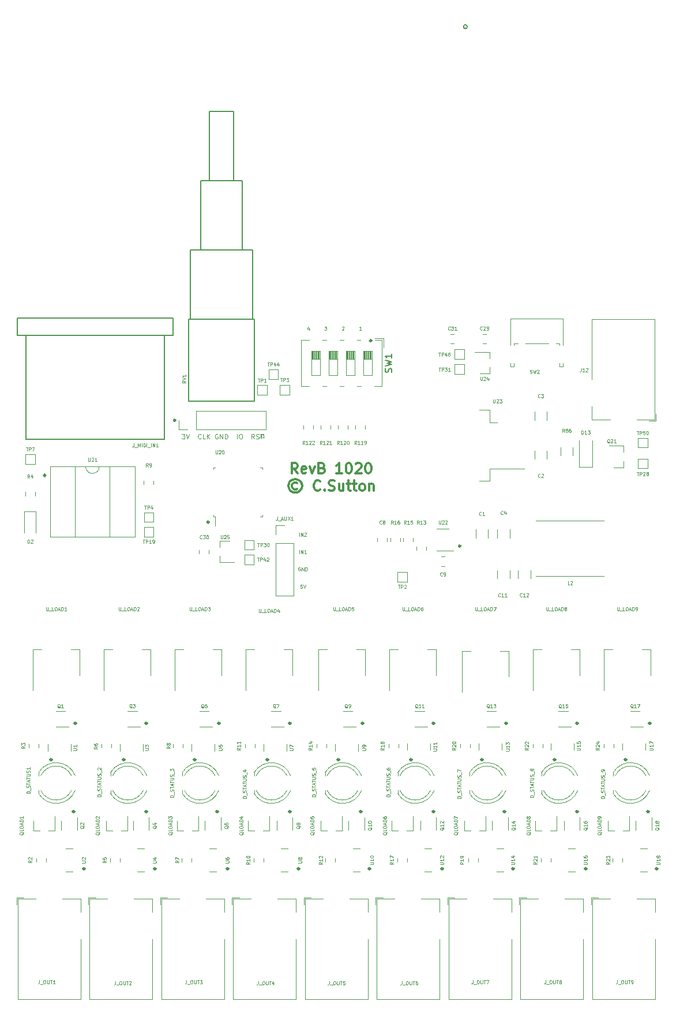
<source format=gbr>
G04 #@! TF.GenerationSoftware,KiCad,Pcbnew,(5.1.5-0-10_14)*
G04 #@! TF.CreationDate,2020-03-02T11:23:44+00:00*
G04 #@! TF.ProjectId,MidiLedController,4d696469-4c65-4644-936f-6e74726f6c6c,C*
G04 #@! TF.SameCoordinates,Original*
G04 #@! TF.FileFunction,Legend,Top*
G04 #@! TF.FilePolarity,Positive*
%FSLAX46Y46*%
G04 Gerber Fmt 4.6, Leading zero omitted, Abs format (unit mm)*
G04 Created by KiCad (PCBNEW (5.1.5-0-10_14)) date 2020-03-02 11:23:44*
%MOMM*%
%LPD*%
G04 APERTURE LIST*
%ADD10C,0.300000*%
%ADD11C,0.100000*%
%ADD12C,0.200000*%
%ADD13C,0.120000*%
%ADD14C,0.150000*%
G04 APERTURE END LIST*
D10*
X105791000Y-124206000D02*
G75*
G03X105791000Y-124206000I-127000J0D01*
G01*
X116205000Y-124206000D02*
G75*
G03X116205000Y-124206000I-127000J0D01*
G01*
X126873000Y-124206000D02*
G75*
G03X126873000Y-124206000I-127000J0D01*
G01*
X137287000Y-124206000D02*
G75*
G03X137287000Y-124206000I-127000J0D01*
G01*
X147701000Y-124206000D02*
G75*
G03X147701000Y-124206000I-127000J0D01*
G01*
X158369000Y-124206000D02*
G75*
G03X158369000Y-124206000I-127000J0D01*
G01*
X168783000Y-124206000D02*
G75*
G03X168783000Y-124206000I-127000J0D01*
G01*
X179451000Y-124206000D02*
G75*
G03X179451000Y-124206000I-127000J0D01*
G01*
X189865000Y-124206000D02*
G75*
G03X189865000Y-124206000I-127000J0D01*
G01*
X188595000Y-115824000D02*
G75*
G03X188595000Y-115824000I-127000J0D01*
G01*
X178181000Y-115824000D02*
G75*
G03X178181000Y-115824000I-127000J0D01*
G01*
X167513000Y-115824000D02*
G75*
G03X167513000Y-115824000I-127000J0D01*
G01*
X157099000Y-115824000D02*
G75*
G03X157099000Y-115824000I-127000J0D01*
G01*
X146431000Y-115824000D02*
G75*
G03X146431000Y-115824000I-127000J0D01*
G01*
X136017000Y-115824000D02*
G75*
G03X136017000Y-115824000I-127000J0D01*
G01*
X125349000Y-115824000D02*
G75*
G03X125349000Y-115824000I-127000J0D01*
G01*
X114935000Y-115824000D02*
G75*
G03X114935000Y-115824000I-127000J0D01*
G01*
X104267000Y-115824000D02*
G75*
G03X104267000Y-115824000I-127000J0D01*
G01*
X114935000Y-102870000D02*
G75*
G03X114935000Y-102870000I-127000J0D01*
G01*
X125603000Y-102870000D02*
G75*
G03X125603000Y-102870000I-127000J0D01*
G01*
X136017000Y-102870000D02*
G75*
G03X136017000Y-102870000I-127000J0D01*
G01*
X146685000Y-102870000D02*
G75*
G03X146685000Y-102870000I-127000J0D01*
G01*
X157099000Y-102870000D02*
G75*
G03X157099000Y-102870000I-127000J0D01*
G01*
X167767000Y-102870000D02*
G75*
G03X167767000Y-102870000I-127000J0D01*
G01*
X178181000Y-102870000D02*
G75*
G03X178181000Y-102870000I-127000J0D01*
G01*
X188849000Y-102870000D02*
G75*
G03X188849000Y-102870000I-127000J0D01*
G01*
X185293000Y-108204000D02*
G75*
G03X185293000Y-108204000I-127000J0D01*
G01*
X174879000Y-108204000D02*
G75*
G03X174879000Y-108204000I-127000J0D01*
G01*
X164211000Y-108204000D02*
G75*
G03X164211000Y-108204000I-127000J0D01*
G01*
X153797000Y-108204000D02*
G75*
G03X153797000Y-108204000I-127000J0D01*
G01*
X143129000Y-108204000D02*
G75*
G03X143129000Y-108204000I-127000J0D01*
G01*
X132715000Y-108204000D02*
G75*
G03X132715000Y-108204000I-127000J0D01*
G01*
X122047000Y-108204000D02*
G75*
G03X122047000Y-108204000I-127000J0D01*
G01*
X111633000Y-108204000D02*
G75*
G03X111633000Y-108204000I-127000J0D01*
G01*
X100965000Y-108204000D02*
G75*
G03X100965000Y-108204000I-127000J0D01*
G01*
X104521000Y-102870000D02*
G75*
G03X104521000Y-102870000I-127000J0D01*
G01*
D11*
X137699761Y-82530190D02*
X137461666Y-82530190D01*
X137437857Y-82768285D01*
X137461666Y-82744476D01*
X137509285Y-82720666D01*
X137628333Y-82720666D01*
X137675952Y-82744476D01*
X137699761Y-82768285D01*
X137723571Y-82815904D01*
X137723571Y-82934952D01*
X137699761Y-82982571D01*
X137675952Y-83006380D01*
X137628333Y-83030190D01*
X137509285Y-83030190D01*
X137461666Y-83006380D01*
X137437857Y-82982571D01*
X137866428Y-82530190D02*
X138033095Y-83030190D01*
X138199761Y-82530190D01*
X137414047Y-80014000D02*
X137366428Y-79990190D01*
X137295000Y-79990190D01*
X137223571Y-80014000D01*
X137175952Y-80061619D01*
X137152142Y-80109238D01*
X137128333Y-80204476D01*
X137128333Y-80275904D01*
X137152142Y-80371142D01*
X137175952Y-80418761D01*
X137223571Y-80466380D01*
X137295000Y-80490190D01*
X137342619Y-80490190D01*
X137414047Y-80466380D01*
X137437857Y-80442571D01*
X137437857Y-80275904D01*
X137342619Y-80275904D01*
X137652142Y-80490190D02*
X137652142Y-79990190D01*
X137937857Y-80490190D01*
X137937857Y-79990190D01*
X138175952Y-80490190D02*
X138175952Y-79990190D01*
X138295000Y-79990190D01*
X138366428Y-80014000D01*
X138414047Y-80061619D01*
X138437857Y-80109238D01*
X138461666Y-80204476D01*
X138461666Y-80275904D01*
X138437857Y-80371142D01*
X138414047Y-80418761D01*
X138366428Y-80466380D01*
X138295000Y-80490190D01*
X138175952Y-80490190D01*
D10*
X160959800Y-76860400D02*
G75*
G03X160959800Y-76860400I-127000J0D01*
G01*
X147904200Y-46736000D02*
G75*
G03X147904200Y-46736000I-127000J0D01*
G01*
X124028200Y-73355200D02*
G75*
G03X124028200Y-73355200I-127000J0D01*
G01*
X100050600Y-66497200D02*
G75*
G03X100050600Y-66497200I-127000J0D01*
G01*
D11*
X137295000Y-77950190D02*
X137295000Y-77450190D01*
X137533095Y-77950190D02*
X137533095Y-77450190D01*
X137818809Y-77950190D01*
X137818809Y-77450190D01*
X138318809Y-77950190D02*
X138033095Y-77950190D01*
X138175952Y-77950190D02*
X138175952Y-77450190D01*
X138128333Y-77521619D01*
X138080714Y-77569238D01*
X138033095Y-77593047D01*
X137295000Y-75410190D02*
X137295000Y-74910190D01*
X137533095Y-75410190D02*
X137533095Y-74910190D01*
X137818809Y-75410190D01*
X137818809Y-74910190D01*
X138033095Y-74957809D02*
X138056904Y-74934000D01*
X138104523Y-74910190D01*
X138223571Y-74910190D01*
X138271190Y-74934000D01*
X138295000Y-74957809D01*
X138318809Y-75005428D01*
X138318809Y-75053047D01*
X138295000Y-75124476D01*
X138009285Y-75410190D01*
X138318809Y-75410190D01*
D10*
X137057428Y-66205571D02*
X136557428Y-65491285D01*
X136200285Y-66205571D02*
X136200285Y-64705571D01*
X136771714Y-64705571D01*
X136914571Y-64777000D01*
X136986000Y-64848428D01*
X137057428Y-64991285D01*
X137057428Y-65205571D01*
X136986000Y-65348428D01*
X136914571Y-65419857D01*
X136771714Y-65491285D01*
X136200285Y-65491285D01*
X138271714Y-66134142D02*
X138128857Y-66205571D01*
X137843142Y-66205571D01*
X137700285Y-66134142D01*
X137628857Y-65991285D01*
X137628857Y-65419857D01*
X137700285Y-65277000D01*
X137843142Y-65205571D01*
X138128857Y-65205571D01*
X138271714Y-65277000D01*
X138343142Y-65419857D01*
X138343142Y-65562714D01*
X137628857Y-65705571D01*
X138843142Y-65205571D02*
X139200285Y-66205571D01*
X139557428Y-65205571D01*
X140628857Y-65419857D02*
X140843142Y-65491285D01*
X140914571Y-65562714D01*
X140986000Y-65705571D01*
X140986000Y-65919857D01*
X140914571Y-66062714D01*
X140843142Y-66134142D01*
X140700285Y-66205571D01*
X140128857Y-66205571D01*
X140128857Y-64705571D01*
X140628857Y-64705571D01*
X140771714Y-64777000D01*
X140843142Y-64848428D01*
X140914571Y-64991285D01*
X140914571Y-65134142D01*
X140843142Y-65277000D01*
X140771714Y-65348428D01*
X140628857Y-65419857D01*
X140128857Y-65419857D01*
X143557428Y-66205571D02*
X142700285Y-66205571D01*
X143128857Y-66205571D02*
X143128857Y-64705571D01*
X142986000Y-64919857D01*
X142843142Y-65062714D01*
X142700285Y-65134142D01*
X144486000Y-64705571D02*
X144628857Y-64705571D01*
X144771714Y-64777000D01*
X144843142Y-64848428D01*
X144914571Y-64991285D01*
X144986000Y-65277000D01*
X144986000Y-65634142D01*
X144914571Y-65919857D01*
X144843142Y-66062714D01*
X144771714Y-66134142D01*
X144628857Y-66205571D01*
X144486000Y-66205571D01*
X144343142Y-66134142D01*
X144271714Y-66062714D01*
X144200285Y-65919857D01*
X144128857Y-65634142D01*
X144128857Y-65277000D01*
X144200285Y-64991285D01*
X144271714Y-64848428D01*
X144343142Y-64777000D01*
X144486000Y-64705571D01*
X145557428Y-64848428D02*
X145628857Y-64777000D01*
X145771714Y-64705571D01*
X146128857Y-64705571D01*
X146271714Y-64777000D01*
X146343142Y-64848428D01*
X146414571Y-64991285D01*
X146414571Y-65134142D01*
X146343142Y-65348428D01*
X145486000Y-66205571D01*
X146414571Y-66205571D01*
X147343142Y-64705571D02*
X147486000Y-64705571D01*
X147628857Y-64777000D01*
X147700285Y-64848428D01*
X147771714Y-64991285D01*
X147843142Y-65277000D01*
X147843142Y-65634142D01*
X147771714Y-65919857D01*
X147700285Y-66062714D01*
X147628857Y-66134142D01*
X147486000Y-66205571D01*
X147343142Y-66205571D01*
X147200285Y-66134142D01*
X147128857Y-66062714D01*
X147057428Y-65919857D01*
X146986000Y-65634142D01*
X146986000Y-65277000D01*
X147057428Y-64991285D01*
X147128857Y-64848428D01*
X147200285Y-64777000D01*
X147343142Y-64705571D01*
X136986000Y-67612714D02*
X136843142Y-67541285D01*
X136557428Y-67541285D01*
X136414571Y-67612714D01*
X136271714Y-67755571D01*
X136200285Y-67898428D01*
X136200285Y-68184142D01*
X136271714Y-68327000D01*
X136414571Y-68469857D01*
X136557428Y-68541285D01*
X136843142Y-68541285D01*
X136986000Y-68469857D01*
X136700285Y-67041285D02*
X136343142Y-67112714D01*
X135986000Y-67327000D01*
X135771714Y-67684142D01*
X135700285Y-68041285D01*
X135771714Y-68398428D01*
X135986000Y-68755571D01*
X136343142Y-68969857D01*
X136700285Y-69041285D01*
X137057428Y-68969857D01*
X137414571Y-68755571D01*
X137628857Y-68398428D01*
X137700285Y-68041285D01*
X137628857Y-67684142D01*
X137414571Y-67327000D01*
X137057428Y-67112714D01*
X136700285Y-67041285D01*
X140343142Y-68612714D02*
X140271714Y-68684142D01*
X140057428Y-68755571D01*
X139914571Y-68755571D01*
X139700285Y-68684142D01*
X139557428Y-68541285D01*
X139486000Y-68398428D01*
X139414571Y-68112714D01*
X139414571Y-67898428D01*
X139486000Y-67612714D01*
X139557428Y-67469857D01*
X139700285Y-67327000D01*
X139914571Y-67255571D01*
X140057428Y-67255571D01*
X140271714Y-67327000D01*
X140343142Y-67398428D01*
X140986000Y-68612714D02*
X141057428Y-68684142D01*
X140986000Y-68755571D01*
X140914571Y-68684142D01*
X140986000Y-68612714D01*
X140986000Y-68755571D01*
X141628857Y-68684142D02*
X141843142Y-68755571D01*
X142200285Y-68755571D01*
X142343142Y-68684142D01*
X142414571Y-68612714D01*
X142486000Y-68469857D01*
X142486000Y-68327000D01*
X142414571Y-68184142D01*
X142343142Y-68112714D01*
X142200285Y-68041285D01*
X141914571Y-67969857D01*
X141771714Y-67898428D01*
X141700285Y-67827000D01*
X141628857Y-67684142D01*
X141628857Y-67541285D01*
X141700285Y-67398428D01*
X141771714Y-67327000D01*
X141914571Y-67255571D01*
X142271714Y-67255571D01*
X142486000Y-67327000D01*
X143771714Y-67755571D02*
X143771714Y-68755571D01*
X143128857Y-67755571D02*
X143128857Y-68541285D01*
X143200285Y-68684142D01*
X143343142Y-68755571D01*
X143557428Y-68755571D01*
X143700285Y-68684142D01*
X143771714Y-68612714D01*
X144271714Y-67755571D02*
X144843142Y-67755571D01*
X144486000Y-67255571D02*
X144486000Y-68541285D01*
X144557428Y-68684142D01*
X144700285Y-68755571D01*
X144843142Y-68755571D01*
X145128857Y-67755571D02*
X145700285Y-67755571D01*
X145343142Y-67255571D02*
X145343142Y-68541285D01*
X145414571Y-68684142D01*
X145557428Y-68755571D01*
X145700285Y-68755571D01*
X146414571Y-68755571D02*
X146271714Y-68684142D01*
X146200285Y-68612714D01*
X146128857Y-68469857D01*
X146128857Y-68041285D01*
X146200285Y-67898428D01*
X146271714Y-67827000D01*
X146414571Y-67755571D01*
X146628857Y-67755571D01*
X146771714Y-67827000D01*
X146843142Y-67898428D01*
X146914571Y-68041285D01*
X146914571Y-68469857D01*
X146843142Y-68612714D01*
X146771714Y-68684142D01*
X146628857Y-68755571D01*
X146414571Y-68755571D01*
X147557428Y-67755571D02*
X147557428Y-68755571D01*
X147557428Y-67898428D02*
X147628857Y-67827000D01*
X147771714Y-67755571D01*
X147986000Y-67755571D01*
X148128857Y-67827000D01*
X148200285Y-67969857D01*
X148200285Y-68755571D01*
D11*
X138715738Y-44850857D02*
X138715738Y-45184190D01*
X138596690Y-44660380D02*
X138477642Y-45017523D01*
X138787166Y-45017523D01*
X140993833Y-44684190D02*
X141303357Y-44684190D01*
X141136690Y-44874666D01*
X141208119Y-44874666D01*
X141255738Y-44898476D01*
X141279547Y-44922285D01*
X141303357Y-44969904D01*
X141303357Y-45088952D01*
X141279547Y-45136571D01*
X141255738Y-45160380D01*
X141208119Y-45184190D01*
X141065261Y-45184190D01*
X141017642Y-45160380D01*
X140993833Y-45136571D01*
X143557642Y-44731809D02*
X143581452Y-44708000D01*
X143629071Y-44684190D01*
X143748119Y-44684190D01*
X143795738Y-44708000D01*
X143819547Y-44731809D01*
X143843357Y-44779428D01*
X143843357Y-44827047D01*
X143819547Y-44898476D01*
X143533833Y-45184190D01*
X143843357Y-45184190D01*
X146383357Y-45184190D02*
X146097642Y-45184190D01*
X146240500Y-45184190D02*
X146240500Y-44684190D01*
X146192880Y-44755619D01*
X146145261Y-44803238D01*
X146097642Y-44827047D01*
X120050666Y-60449666D02*
X120484000Y-60449666D01*
X120250666Y-60716333D01*
X120350666Y-60716333D01*
X120417333Y-60749666D01*
X120450666Y-60783000D01*
X120484000Y-60849666D01*
X120484000Y-61016333D01*
X120450666Y-61083000D01*
X120417333Y-61116333D01*
X120350666Y-61149666D01*
X120150666Y-61149666D01*
X120084000Y-61116333D01*
X120050666Y-61083000D01*
X120684000Y-60449666D02*
X120917333Y-61149666D01*
X121150666Y-60449666D01*
X122850666Y-61083000D02*
X122817333Y-61116333D01*
X122717333Y-61149666D01*
X122650666Y-61149666D01*
X122550666Y-61116333D01*
X122484000Y-61049666D01*
X122450666Y-60983000D01*
X122417333Y-60849666D01*
X122417333Y-60749666D01*
X122450666Y-60616333D01*
X122484000Y-60549666D01*
X122550666Y-60483000D01*
X122650666Y-60449666D01*
X122717333Y-60449666D01*
X122817333Y-60483000D01*
X122850666Y-60516333D01*
X123484000Y-61149666D02*
X123150666Y-61149666D01*
X123150666Y-60449666D01*
X123717333Y-61149666D02*
X123717333Y-60449666D01*
X124117333Y-61149666D02*
X123817333Y-60749666D01*
X124117333Y-60449666D02*
X123717333Y-60849666D01*
X125317333Y-60483000D02*
X125250666Y-60449666D01*
X125150666Y-60449666D01*
X125050666Y-60483000D01*
X124984000Y-60549666D01*
X124950666Y-60616333D01*
X124917333Y-60749666D01*
X124917333Y-60849666D01*
X124950666Y-60983000D01*
X124984000Y-61049666D01*
X125050666Y-61116333D01*
X125150666Y-61149666D01*
X125217333Y-61149666D01*
X125317333Y-61116333D01*
X125350666Y-61083000D01*
X125350666Y-60849666D01*
X125217333Y-60849666D01*
X125650666Y-61149666D02*
X125650666Y-60449666D01*
X126050666Y-61149666D01*
X126050666Y-60449666D01*
X126384000Y-61149666D02*
X126384000Y-60449666D01*
X126550666Y-60449666D01*
X126650666Y-60483000D01*
X126717333Y-60549666D01*
X126750666Y-60616333D01*
X126784000Y-60749666D01*
X126784000Y-60849666D01*
X126750666Y-60983000D01*
X126717333Y-61049666D01*
X126650666Y-61116333D01*
X126550666Y-61149666D01*
X126384000Y-61149666D01*
X128150666Y-61149666D02*
X128150666Y-60449666D01*
X128617333Y-60449666D02*
X128750666Y-60449666D01*
X128817333Y-60483000D01*
X128884000Y-60549666D01*
X128917333Y-60683000D01*
X128917333Y-60916333D01*
X128884000Y-61049666D01*
X128817333Y-61116333D01*
X128750666Y-61149666D01*
X128617333Y-61149666D01*
X128550666Y-61116333D01*
X128484000Y-61049666D01*
X128450666Y-60916333D01*
X128450666Y-60683000D01*
X128484000Y-60549666D01*
X128550666Y-60483000D01*
X128617333Y-60449666D01*
X130684000Y-61149666D02*
X130450666Y-60816333D01*
X130284000Y-61149666D02*
X130284000Y-60449666D01*
X130550666Y-60449666D01*
X130617333Y-60483000D01*
X130650666Y-60516333D01*
X130684000Y-60583000D01*
X130684000Y-60683000D01*
X130650666Y-60749666D01*
X130617333Y-60783000D01*
X130550666Y-60816333D01*
X130284000Y-60816333D01*
X130950666Y-61116333D02*
X131050666Y-61149666D01*
X131217333Y-61149666D01*
X131284000Y-61116333D01*
X131317333Y-61083000D01*
X131350666Y-61016333D01*
X131350666Y-60949666D01*
X131317333Y-60883000D01*
X131284000Y-60849666D01*
X131217333Y-60816333D01*
X131084000Y-60783000D01*
X131017333Y-60749666D01*
X130984000Y-60716333D01*
X130950666Y-60649666D01*
X130950666Y-60583000D01*
X130984000Y-60516333D01*
X131017333Y-60483000D01*
X131084000Y-60449666D01*
X131250666Y-60449666D01*
X131350666Y-60483000D01*
X131550666Y-60449666D02*
X131950666Y-60449666D01*
X131750666Y-61149666D02*
X131750666Y-60449666D01*
D10*
X119126000Y-58420000D02*
G75*
G03X119126000Y-58420000I-127000J0D01*
G01*
D12*
X161954981Y-698500D02*
G75*
G03X161954981Y-698500I-283981J0D01*
G01*
D13*
X140335000Y-49434667D02*
X139065000Y-49434667D01*
X139135000Y-48228000D02*
X139135000Y-49434667D01*
X139255000Y-48228000D02*
X139255000Y-49434667D01*
X139375000Y-48228000D02*
X139375000Y-49434667D01*
X139495000Y-48228000D02*
X139495000Y-49434667D01*
X139615000Y-48228000D02*
X139615000Y-49434667D01*
X139735000Y-48228000D02*
X139735000Y-49434667D01*
X139855000Y-48228000D02*
X139855000Y-49434667D01*
X139975000Y-48228000D02*
X139975000Y-49434667D01*
X140095000Y-48228000D02*
X140095000Y-49434667D01*
X140215000Y-48228000D02*
X140215000Y-49434667D01*
X140335000Y-51848000D02*
X140335000Y-48228000D01*
X139065000Y-51848000D02*
X140335000Y-51848000D01*
X139065000Y-48228000D02*
X139065000Y-51848000D01*
X140335000Y-48228000D02*
X139065000Y-48228000D01*
X142875000Y-49434667D02*
X141605000Y-49434667D01*
X141675000Y-48228000D02*
X141675000Y-49434667D01*
X141795000Y-48228000D02*
X141795000Y-49434667D01*
X141915000Y-48228000D02*
X141915000Y-49434667D01*
X142035000Y-48228000D02*
X142035000Y-49434667D01*
X142155000Y-48228000D02*
X142155000Y-49434667D01*
X142275000Y-48228000D02*
X142275000Y-49434667D01*
X142395000Y-48228000D02*
X142395000Y-49434667D01*
X142515000Y-48228000D02*
X142515000Y-49434667D01*
X142635000Y-48228000D02*
X142635000Y-49434667D01*
X142755000Y-48228000D02*
X142755000Y-49434667D01*
X142875000Y-51848000D02*
X142875000Y-48228000D01*
X141605000Y-51848000D02*
X142875000Y-51848000D01*
X141605000Y-48228000D02*
X141605000Y-51848000D01*
X142875000Y-48228000D02*
X141605000Y-48228000D01*
X145415000Y-49434667D02*
X144145000Y-49434667D01*
X144215000Y-48228000D02*
X144215000Y-49434667D01*
X144335000Y-48228000D02*
X144335000Y-49434667D01*
X144455000Y-48228000D02*
X144455000Y-49434667D01*
X144575000Y-48228000D02*
X144575000Y-49434667D01*
X144695000Y-48228000D02*
X144695000Y-49434667D01*
X144815000Y-48228000D02*
X144815000Y-49434667D01*
X144935000Y-48228000D02*
X144935000Y-49434667D01*
X145055000Y-48228000D02*
X145055000Y-49434667D01*
X145175000Y-48228000D02*
X145175000Y-49434667D01*
X145295000Y-48228000D02*
X145295000Y-49434667D01*
X145415000Y-51848000D02*
X145415000Y-48228000D01*
X144145000Y-51848000D02*
X145415000Y-51848000D01*
X144145000Y-48228000D02*
X144145000Y-51848000D01*
X145415000Y-48228000D02*
X144145000Y-48228000D01*
X147955000Y-49434667D02*
X146685000Y-49434667D01*
X146755000Y-48228000D02*
X146755000Y-49434667D01*
X146875000Y-48228000D02*
X146875000Y-49434667D01*
X146995000Y-48228000D02*
X146995000Y-49434667D01*
X147115000Y-48228000D02*
X147115000Y-49434667D01*
X147235000Y-48228000D02*
X147235000Y-49434667D01*
X147355000Y-48228000D02*
X147355000Y-49434667D01*
X147475000Y-48228000D02*
X147475000Y-49434667D01*
X147595000Y-48228000D02*
X147595000Y-49434667D01*
X147715000Y-48228000D02*
X147715000Y-49434667D01*
X147835000Y-48228000D02*
X147835000Y-49434667D01*
X147955000Y-51848000D02*
X147955000Y-48228000D01*
X146685000Y-51848000D02*
X147955000Y-51848000D01*
X146685000Y-48228000D02*
X146685000Y-51848000D01*
X147955000Y-48228000D02*
X146685000Y-48228000D01*
X149670000Y-46388000D02*
X148360000Y-46388000D01*
X149670000Y-46388000D02*
X149670000Y-47771000D01*
X146330000Y-53449000D02*
X145769000Y-53449000D01*
X149430000Y-53449000D02*
X148310000Y-53449000D01*
X143790000Y-53449000D02*
X143229000Y-53449000D01*
X141250000Y-53449000D02*
X140689000Y-53449000D01*
X138710000Y-53449000D02*
X137590000Y-53449000D01*
X138710000Y-46628000D02*
X137590000Y-46628000D01*
X141250000Y-46628000D02*
X140689000Y-46628000D01*
X143790000Y-46628000D02*
X143229000Y-46628000D01*
X146280000Y-46628000D02*
X145769000Y-46628000D01*
X149430000Y-46628000D02*
X148360000Y-46628000D01*
X137590000Y-46628000D02*
X137590000Y-53449000D01*
X149430000Y-46628000D02*
X149430000Y-53449000D01*
X165205200Y-58713000D02*
X166305200Y-58713000D01*
X165205200Y-56903000D02*
X165205200Y-58713000D01*
X163705200Y-56903000D02*
X165205200Y-56903000D01*
X165205200Y-65493000D02*
X170330200Y-65493000D01*
X165205200Y-67303000D02*
X165205200Y-65493000D01*
X163705200Y-67303000D02*
X165205200Y-67303000D01*
X134428000Y-54675000D02*
X134428000Y-53275000D01*
X135828000Y-54675000D02*
X134428000Y-54675000D01*
X135828000Y-53275000D02*
X135828000Y-54675000D01*
X134428000Y-53275000D02*
X135828000Y-53275000D01*
D14*
X127635000Y-13081000D02*
X127635000Y-23241000D01*
X124079000Y-13081000D02*
X127635000Y-13081000D01*
X124079000Y-23241000D02*
X124079000Y-13081000D01*
X128905000Y-23241000D02*
X128905000Y-33401000D01*
X122809000Y-23241000D02*
X128905000Y-23241000D01*
X122809000Y-33401000D02*
X122809000Y-23241000D01*
X130429000Y-33401000D02*
X130429000Y-43561000D01*
X121285000Y-33401000D02*
X130429000Y-33401000D01*
X121285000Y-43561000D02*
X121285000Y-33401000D01*
X121031000Y-55626000D02*
X121031000Y-43561000D01*
X130683000Y-55626000D02*
X121031000Y-55626000D01*
X130683000Y-43561000D02*
X130683000Y-55626000D01*
X121031000Y-43561000D02*
X130683000Y-43561000D01*
D13*
X182570000Y-118616000D02*
X182570000Y-117156000D01*
X185730000Y-118616000D02*
X185730000Y-116456000D01*
X185730000Y-118616000D02*
X184800000Y-118616000D01*
X182570000Y-118616000D02*
X183500000Y-118616000D01*
X171902000Y-118616000D02*
X171902000Y-117156000D01*
X175062000Y-118616000D02*
X175062000Y-116456000D01*
X175062000Y-118616000D02*
X174132000Y-118616000D01*
X171902000Y-118616000D02*
X172832000Y-118616000D01*
X161488000Y-118616000D02*
X161488000Y-117156000D01*
X164648000Y-118616000D02*
X164648000Y-116456000D01*
X164648000Y-118616000D02*
X163718000Y-118616000D01*
X161488000Y-118616000D02*
X162418000Y-118616000D01*
X150820000Y-118616000D02*
X150820000Y-117156000D01*
X153980000Y-118616000D02*
X153980000Y-116456000D01*
X153980000Y-118616000D02*
X153050000Y-118616000D01*
X150820000Y-118616000D02*
X151750000Y-118616000D01*
X140406000Y-118616000D02*
X140406000Y-117156000D01*
X143566000Y-118616000D02*
X143566000Y-116456000D01*
X143566000Y-118616000D02*
X142636000Y-118616000D01*
X140406000Y-118616000D02*
X141336000Y-118616000D01*
X129738000Y-118616000D02*
X129738000Y-117156000D01*
X132898000Y-118616000D02*
X132898000Y-116456000D01*
X132898000Y-118616000D02*
X131968000Y-118616000D01*
X129738000Y-118616000D02*
X130668000Y-118616000D01*
X119324000Y-118616000D02*
X119324000Y-117156000D01*
X122484000Y-118616000D02*
X122484000Y-116456000D01*
X122484000Y-118616000D02*
X121554000Y-118616000D01*
X119324000Y-118616000D02*
X120254000Y-118616000D01*
X108910000Y-118616000D02*
X108910000Y-117156000D01*
X112070000Y-118616000D02*
X112070000Y-116456000D01*
X112070000Y-118616000D02*
X111140000Y-118616000D01*
X108910000Y-118616000D02*
X109840000Y-118616000D01*
X98242000Y-118616000D02*
X98242000Y-117156000D01*
X101402000Y-118616000D02*
X101402000Y-116456000D01*
X101402000Y-118616000D02*
X100472000Y-118616000D01*
X98242000Y-118616000D02*
X99172000Y-118616000D01*
X187333000Y-124616000D02*
X188333000Y-124616000D01*
X187333000Y-121256000D02*
X188333000Y-121256000D01*
X176792000Y-124616000D02*
X177792000Y-124616000D01*
X176792000Y-121256000D02*
X177792000Y-121256000D01*
X166251000Y-124616000D02*
X167251000Y-124616000D01*
X166251000Y-121256000D02*
X167251000Y-121256000D01*
X155710000Y-124616000D02*
X156710000Y-124616000D01*
X155710000Y-121256000D02*
X156710000Y-121256000D01*
X145169000Y-124616000D02*
X146169000Y-124616000D01*
X145169000Y-121256000D02*
X146169000Y-121256000D01*
X134628000Y-124616000D02*
X135628000Y-124616000D01*
X134628000Y-121256000D02*
X135628000Y-121256000D01*
X124087000Y-124616000D02*
X125087000Y-124616000D01*
X124087000Y-121256000D02*
X125087000Y-121256000D01*
X113546000Y-124616000D02*
X114546000Y-124616000D01*
X113546000Y-121256000D02*
X114546000Y-121256000D01*
X103005000Y-124616000D02*
X104005000Y-124616000D01*
X103005000Y-121256000D02*
X104005000Y-121256000D01*
X98190000Y-98080000D02*
X98190000Y-92070000D01*
X105010000Y-95830000D02*
X105010000Y-92070000D01*
X98190000Y-92070000D02*
X99450000Y-92070000D01*
X105010000Y-92070000D02*
X103750000Y-92070000D01*
X182010000Y-98080000D02*
X182010000Y-92070000D01*
X188830000Y-95830000D02*
X188830000Y-92070000D01*
X182010000Y-92070000D02*
X183270000Y-92070000D01*
X188830000Y-92070000D02*
X187570000Y-92070000D01*
X171596000Y-98080000D02*
X171596000Y-92070000D01*
X178416000Y-95830000D02*
X178416000Y-92070000D01*
X171596000Y-92070000D02*
X172856000Y-92070000D01*
X178416000Y-92070000D02*
X177156000Y-92070000D01*
X161182000Y-98273000D02*
X161182000Y-92263000D01*
X168002000Y-96023000D02*
X168002000Y-92263000D01*
X161182000Y-92263000D02*
X162442000Y-92263000D01*
X168002000Y-92263000D02*
X166742000Y-92263000D01*
X150514000Y-98080000D02*
X150514000Y-92070000D01*
X157334000Y-95830000D02*
X157334000Y-92070000D01*
X150514000Y-92070000D02*
X151774000Y-92070000D01*
X157334000Y-92070000D02*
X156074000Y-92070000D01*
X140100000Y-98080000D02*
X140100000Y-92070000D01*
X146920000Y-95830000D02*
X146920000Y-92070000D01*
X140100000Y-92070000D02*
X141360000Y-92070000D01*
X146920000Y-92070000D02*
X145660000Y-92070000D01*
X129432000Y-98080000D02*
X129432000Y-92070000D01*
X136252000Y-95830000D02*
X136252000Y-92070000D01*
X129432000Y-92070000D02*
X130692000Y-92070000D01*
X136252000Y-92070000D02*
X134992000Y-92070000D01*
X119018000Y-98080000D02*
X119018000Y-92070000D01*
X125838000Y-95830000D02*
X125838000Y-92070000D01*
X119018000Y-92070000D02*
X120278000Y-92070000D01*
X125838000Y-92070000D02*
X124578000Y-92070000D01*
X108604000Y-98080000D02*
X108604000Y-92070000D01*
X115424000Y-95830000D02*
X115424000Y-92070000D01*
X108604000Y-92070000D02*
X109864000Y-92070000D01*
X115424000Y-92070000D02*
X114164000Y-92070000D01*
X184756000Y-105799000D02*
X184756000Y-106799000D01*
X188116000Y-105799000D02*
X188116000Y-106799000D01*
X174215000Y-105799000D02*
X174215000Y-106799000D01*
X177575000Y-105799000D02*
X177575000Y-106799000D01*
X163674000Y-105799000D02*
X163674000Y-106799000D01*
X167034000Y-105799000D02*
X167034000Y-106799000D01*
X153133000Y-105799000D02*
X153133000Y-106799000D01*
X156493000Y-105799000D02*
X156493000Y-106799000D01*
X142592000Y-105926000D02*
X142592000Y-106926000D01*
X145952000Y-105926000D02*
X145952000Y-106926000D01*
X132051000Y-105926000D02*
X132051000Y-106926000D01*
X135411000Y-105926000D02*
X135411000Y-106926000D01*
X121510000Y-105926000D02*
X121510000Y-106926000D01*
X124870000Y-105926000D02*
X124870000Y-106926000D01*
X110969000Y-105926000D02*
X110969000Y-106926000D01*
X114329000Y-105926000D02*
X114329000Y-106926000D01*
X100428000Y-105926000D02*
X100428000Y-106926000D01*
X103788000Y-105926000D02*
X103788000Y-106926000D01*
X182043000Y-106433252D02*
X182043000Y-105910748D01*
X183463000Y-106433252D02*
X183463000Y-105910748D01*
X183313000Y-122674748D02*
X183313000Y-123197252D01*
X184733000Y-122674748D02*
X184733000Y-123197252D01*
X173049000Y-106433252D02*
X173049000Y-105910748D01*
X171629000Y-106433252D02*
X171629000Y-105910748D01*
X172772000Y-122665748D02*
X172772000Y-123188252D01*
X174192000Y-122665748D02*
X174192000Y-123188252D01*
X162381000Y-106433252D02*
X162381000Y-105910748D01*
X160961000Y-106433252D02*
X160961000Y-105910748D01*
X162104000Y-122674748D02*
X162104000Y-123197252D01*
X163524000Y-122674748D02*
X163524000Y-123197252D01*
X151840000Y-106433252D02*
X151840000Y-105910748D01*
X150420000Y-106433252D02*
X150420000Y-105910748D01*
X151690000Y-122665748D02*
X151690000Y-123188252D01*
X153110000Y-122665748D02*
X153110000Y-123188252D01*
X141299000Y-106433252D02*
X141299000Y-105910748D01*
X139879000Y-106433252D02*
X139879000Y-105910748D01*
X141149000Y-122674748D02*
X141149000Y-123197252D01*
X142569000Y-122674748D02*
X142569000Y-123197252D01*
X130758000Y-106433252D02*
X130758000Y-105910748D01*
X129338000Y-106433252D02*
X129338000Y-105910748D01*
X130608000Y-122674748D02*
X130608000Y-123197252D01*
X132028000Y-122674748D02*
X132028000Y-123197252D01*
X120217000Y-106433252D02*
X120217000Y-105910748D01*
X118797000Y-106433252D02*
X118797000Y-105910748D01*
X120067000Y-122674748D02*
X120067000Y-123197252D01*
X121487000Y-122674748D02*
X121487000Y-123197252D01*
X109676000Y-106442252D02*
X109676000Y-105919748D01*
X108256000Y-106442252D02*
X108256000Y-105919748D01*
X109526000Y-122674748D02*
X109526000Y-123197252D01*
X110946000Y-122674748D02*
X110946000Y-123197252D01*
X99008000Y-106433252D02*
X99008000Y-105910748D01*
X97588000Y-106433252D02*
X97588000Y-105910748D01*
X98731000Y-122674748D02*
X98731000Y-123197252D01*
X100151000Y-122674748D02*
X100151000Y-123197252D01*
X186673000Y-117156000D02*
X186673000Y-118556000D01*
X188993000Y-118556000D02*
X188993000Y-116656000D01*
X187263000Y-101075000D02*
X185863000Y-101075000D01*
X185863000Y-103395000D02*
X187763000Y-103395000D01*
X176132000Y-117156000D02*
X176132000Y-118556000D01*
X178452000Y-118556000D02*
X178452000Y-116656000D01*
X176722000Y-101075000D02*
X175322000Y-101075000D01*
X175322000Y-103395000D02*
X177222000Y-103395000D01*
X165591000Y-117156000D02*
X165591000Y-118556000D01*
X167911000Y-118556000D02*
X167911000Y-116656000D01*
X166181000Y-101075000D02*
X164781000Y-101075000D01*
X164781000Y-103395000D02*
X166681000Y-103395000D01*
X155050000Y-117156000D02*
X155050000Y-118556000D01*
X157370000Y-118556000D02*
X157370000Y-116656000D01*
X155640000Y-101075000D02*
X154240000Y-101075000D01*
X154240000Y-103395000D02*
X156140000Y-103395000D01*
X144509000Y-117156000D02*
X144509000Y-118556000D01*
X146829000Y-118556000D02*
X146829000Y-116656000D01*
X145099000Y-101075000D02*
X143699000Y-101075000D01*
X143699000Y-103395000D02*
X145599000Y-103395000D01*
X133968000Y-117156000D02*
X133968000Y-118556000D01*
X136288000Y-118556000D02*
X136288000Y-116656000D01*
X134558000Y-101075000D02*
X133158000Y-101075000D01*
X133158000Y-103395000D02*
X135058000Y-103395000D01*
X123427000Y-117156000D02*
X123427000Y-118556000D01*
X125747000Y-118556000D02*
X125747000Y-116656000D01*
X124017000Y-101075000D02*
X122617000Y-101075000D01*
X122617000Y-103395000D02*
X124517000Y-103395000D01*
X112886000Y-117156000D02*
X112886000Y-118556000D01*
X115206000Y-118556000D02*
X115206000Y-116656000D01*
X113476000Y-101075000D02*
X112076000Y-101075000D01*
X112076000Y-103395000D02*
X113976000Y-103395000D01*
X102345000Y-117156000D02*
X102345000Y-118556000D01*
X104665000Y-118556000D02*
X104665000Y-116656000D01*
X102935000Y-101075000D02*
X101535000Y-101075000D01*
X101535000Y-103395000D02*
X103435000Y-103395000D01*
X171810000Y-57182936D02*
X171810000Y-58387064D01*
X173630000Y-57182936D02*
X173630000Y-58387064D01*
X173630000Y-64102064D02*
X173630000Y-62897936D01*
X171810000Y-64102064D02*
X171810000Y-62897936D01*
X150189000Y-76207252D02*
X150189000Y-75684748D01*
X148769000Y-76207252D02*
X148769000Y-75684748D01*
X187006000Y-65470000D02*
X187006000Y-64070000D01*
X188406000Y-65470000D02*
X187006000Y-65470000D01*
X188406000Y-64070000D02*
X188406000Y-65470000D01*
X187006000Y-64070000D02*
X188406000Y-64070000D01*
X157469000Y-77556000D02*
X159919000Y-77556000D01*
X159269000Y-74336000D02*
X157469000Y-74336000D01*
X153100000Y-80707000D02*
X153100000Y-82107000D01*
X151700000Y-80707000D02*
X153100000Y-80707000D01*
X151700000Y-82107000D02*
X151700000Y-80707000D01*
X153100000Y-82107000D02*
X151700000Y-82107000D01*
X170476000Y-47198000D02*
X173876000Y-47198000D01*
X168836000Y-47198000D02*
X169376000Y-47198000D01*
X176036000Y-50028000D02*
X176036000Y-50538000D01*
X175516000Y-50538000D02*
X176036000Y-50538000D01*
X175516000Y-50028000D02*
X175516000Y-50538000D01*
X174976000Y-47198000D02*
X175516000Y-47198000D01*
X168316000Y-50028000D02*
X168316000Y-50538000D01*
X168836000Y-50028000D02*
X168836000Y-50538000D01*
X175516000Y-47198000D02*
X175516000Y-47428000D01*
X168316000Y-43528000D02*
X168316000Y-47428000D01*
X168316000Y-50538000D02*
X168836000Y-50538000D01*
X176036000Y-43528000D02*
X176036000Y-47428000D01*
X168316000Y-43528000D02*
X176036000Y-43528000D01*
X168836000Y-47198000D02*
X168836000Y-47428000D01*
X153999000Y-76207252D02*
X153999000Y-75684748D01*
X152579000Y-76207252D02*
X152579000Y-75684748D01*
X150674000Y-75684748D02*
X150674000Y-76207252D01*
X152094000Y-75684748D02*
X152094000Y-76207252D01*
X154484000Y-76954748D02*
X154484000Y-77477252D01*
X155904000Y-76954748D02*
X155904000Y-77477252D01*
X172038000Y-81316000D02*
X182038000Y-81316000D01*
X172038000Y-73116000D02*
X182038000Y-73116000D01*
X171217000Y-81628064D02*
X171217000Y-80423936D01*
X169397000Y-81628064D02*
X169397000Y-80423936D01*
X168169000Y-81628064D02*
X168169000Y-80423936D01*
X166349000Y-81628064D02*
X166349000Y-80423936D01*
X158630252Y-78411000D02*
X158107748Y-78411000D01*
X158630252Y-79831000D02*
X158107748Y-79831000D01*
X166349000Y-74454936D02*
X166349000Y-75659064D01*
X168169000Y-74454936D02*
X168169000Y-75659064D01*
X163174000Y-74454936D02*
X163174000Y-75659064D01*
X164994000Y-74454936D02*
X164994000Y-75659064D01*
X133798000Y-73854000D02*
X135128000Y-73854000D01*
X133798000Y-75184000D02*
X133798000Y-73854000D01*
X133798000Y-76454000D02*
X136458000Y-76454000D01*
X136458000Y-76454000D02*
X136458000Y-84134000D01*
X133798000Y-76454000D02*
X133798000Y-84134000D01*
X133798000Y-84134000D02*
X136458000Y-84134000D01*
X130663000Y-112713000D02*
X130663000Y-113178000D01*
X130663000Y-110088000D02*
X130663000Y-110553000D01*
X135477479Y-112713429D02*
G75*
G02X130968316Y-112713000I-2254479J1080429D01*
G01*
X135477479Y-110552571D02*
G75*
G03X130968316Y-110553000I-2254479J-1080429D01*
G01*
X136010815Y-112713827D02*
G75*
G02X130663000Y-113177830I-2787815J1080827D01*
G01*
X136010815Y-110552173D02*
G75*
G03X130663000Y-110088170I-2787815J-1080827D01*
G01*
X120122000Y-112713000D02*
X120122000Y-113178000D01*
X120122000Y-110088000D02*
X120122000Y-110553000D01*
X124936479Y-112713429D02*
G75*
G02X120427316Y-112713000I-2254479J1080429D01*
G01*
X124936479Y-110552571D02*
G75*
G03X120427316Y-110553000I-2254479J-1080429D01*
G01*
X125469815Y-112713827D02*
G75*
G02X120122000Y-113177830I-2787815J1080827D01*
G01*
X125469815Y-110552173D02*
G75*
G03X120122000Y-110088170I-2787815J-1080827D01*
G01*
X189448500Y-58304000D02*
X186848500Y-58304000D01*
X189448500Y-43604000D02*
X189448500Y-58304000D01*
X180248500Y-58304000D02*
X180248500Y-56404000D01*
X182948500Y-58304000D02*
X180248500Y-58304000D01*
X180248500Y-43604000D02*
X189448500Y-43604000D01*
X180248500Y-52404000D02*
X180248500Y-43604000D01*
X189648500Y-57454000D02*
X189648500Y-58504000D01*
X188598500Y-58504000D02*
X189648500Y-58504000D01*
X187006000Y-62422000D02*
X187006000Y-61022000D01*
X188406000Y-62422000D02*
X187006000Y-62422000D01*
X188406000Y-61022000D02*
X188406000Y-62422000D01*
X187006000Y-61022000D02*
X188406000Y-61022000D01*
X161482000Y-48017200D02*
X161482000Y-49417200D01*
X160082000Y-48017200D02*
X161482000Y-48017200D01*
X160082000Y-49417200D02*
X160082000Y-48017200D01*
X161482000Y-49417200D02*
X160082000Y-49417200D01*
X132777000Y-52389000D02*
X132777000Y-50989000D01*
X134177000Y-52389000D02*
X132777000Y-52389000D01*
X134177000Y-50989000D02*
X134177000Y-52389000D01*
X132777000Y-50989000D02*
X134177000Y-50989000D01*
X129221000Y-79567000D02*
X129221000Y-78167000D01*
X130621000Y-79567000D02*
X129221000Y-79567000D01*
X130621000Y-78167000D02*
X130621000Y-79567000D01*
X129221000Y-78167000D02*
X130621000Y-78167000D01*
X115889000Y-74090300D02*
X115889000Y-75490300D01*
X114489000Y-74090300D02*
X115889000Y-74090300D01*
X114489000Y-75490300D02*
X114489000Y-74090300D01*
X115889000Y-75490300D02*
X114489000Y-75490300D01*
X184910000Y-65334000D02*
X183450000Y-65334000D01*
X184910000Y-62174000D02*
X182750000Y-62174000D01*
X184910000Y-62174000D02*
X184910000Y-63104000D01*
X184910000Y-65334000D02*
X184910000Y-64404000D01*
X139330500Y-59697252D02*
X139330500Y-59174748D01*
X137910500Y-59697252D02*
X137910500Y-59174748D01*
X141870500Y-59697252D02*
X141870500Y-59174748D01*
X140450500Y-59697252D02*
X140450500Y-59174748D01*
X144410500Y-59697252D02*
X144410500Y-59174748D01*
X142990500Y-59697252D02*
X142990500Y-59174748D01*
X146950500Y-59697252D02*
X146950500Y-59174748D01*
X145530500Y-59697252D02*
X145530500Y-59174748D01*
X180312000Y-128640000D02*
X182912000Y-128640000D01*
X180312000Y-143340000D02*
X180312000Y-128640000D01*
X189512000Y-128640000D02*
X189512000Y-130540000D01*
X186812000Y-128640000D02*
X189512000Y-128640000D01*
X189512000Y-143340000D02*
X180312000Y-143340000D01*
X189512000Y-134540000D02*
X189512000Y-143340000D01*
X180112000Y-129490000D02*
X180112000Y-128440000D01*
X181162000Y-128440000D02*
X180112000Y-128440000D01*
X169771000Y-128640000D02*
X172371000Y-128640000D01*
X169771000Y-143340000D02*
X169771000Y-128640000D01*
X178971000Y-128640000D02*
X178971000Y-130540000D01*
X176271000Y-128640000D02*
X178971000Y-128640000D01*
X178971000Y-143340000D02*
X169771000Y-143340000D01*
X178971000Y-134540000D02*
X178971000Y-143340000D01*
X169571000Y-129490000D02*
X169571000Y-128440000D01*
X170621000Y-128440000D02*
X169571000Y-128440000D01*
X159230000Y-128640000D02*
X161830000Y-128640000D01*
X159230000Y-143340000D02*
X159230000Y-128640000D01*
X168430000Y-128640000D02*
X168430000Y-130540000D01*
X165730000Y-128640000D02*
X168430000Y-128640000D01*
X168430000Y-143340000D02*
X159230000Y-143340000D01*
X168430000Y-134540000D02*
X168430000Y-143340000D01*
X159030000Y-129490000D02*
X159030000Y-128440000D01*
X160080000Y-128440000D02*
X159030000Y-128440000D01*
X148689000Y-128640000D02*
X151289000Y-128640000D01*
X148689000Y-143340000D02*
X148689000Y-128640000D01*
X157889000Y-128640000D02*
X157889000Y-130540000D01*
X155189000Y-128640000D02*
X157889000Y-128640000D01*
X157889000Y-143340000D02*
X148689000Y-143340000D01*
X157889000Y-134540000D02*
X157889000Y-143340000D01*
X148489000Y-129490000D02*
X148489000Y-128440000D01*
X149539000Y-128440000D02*
X148489000Y-128440000D01*
X138148000Y-128640000D02*
X140748000Y-128640000D01*
X138148000Y-143340000D02*
X138148000Y-128640000D01*
X147348000Y-128640000D02*
X147348000Y-130540000D01*
X144648000Y-128640000D02*
X147348000Y-128640000D01*
X147348000Y-143340000D02*
X138148000Y-143340000D01*
X147348000Y-134540000D02*
X147348000Y-143340000D01*
X137948000Y-129490000D02*
X137948000Y-128440000D01*
X138998000Y-128440000D02*
X137948000Y-128440000D01*
X127607000Y-128640000D02*
X130207000Y-128640000D01*
X127607000Y-143340000D02*
X127607000Y-128640000D01*
X136807000Y-128640000D02*
X136807000Y-130540000D01*
X134107000Y-128640000D02*
X136807000Y-128640000D01*
X136807000Y-143340000D02*
X127607000Y-143340000D01*
X136807000Y-134540000D02*
X136807000Y-143340000D01*
X127407000Y-129490000D02*
X127407000Y-128440000D01*
X128457000Y-128440000D02*
X127407000Y-128440000D01*
X117066000Y-128640000D02*
X119666000Y-128640000D01*
X117066000Y-143340000D02*
X117066000Y-128640000D01*
X126266000Y-128640000D02*
X126266000Y-130540000D01*
X123566000Y-128640000D02*
X126266000Y-128640000D01*
X126266000Y-143340000D02*
X117066000Y-143340000D01*
X126266000Y-134540000D02*
X126266000Y-143340000D01*
X116866000Y-129490000D02*
X116866000Y-128440000D01*
X117916000Y-128440000D02*
X116866000Y-128440000D01*
X106525000Y-128640000D02*
X109125000Y-128640000D01*
X106525000Y-143340000D02*
X106525000Y-128640000D01*
X115725000Y-128640000D02*
X115725000Y-130540000D01*
X113025000Y-128640000D02*
X115725000Y-128640000D01*
X115725000Y-143340000D02*
X106525000Y-143340000D01*
X115725000Y-134540000D02*
X115725000Y-143340000D01*
X106325000Y-129490000D02*
X106325000Y-128440000D01*
X107375000Y-128440000D02*
X106325000Y-128440000D01*
X95984000Y-128640000D02*
X98584000Y-128640000D01*
X95984000Y-143340000D02*
X95984000Y-128640000D01*
X105184000Y-128640000D02*
X105184000Y-130540000D01*
X102484000Y-128640000D02*
X105184000Y-128640000D01*
X105184000Y-143340000D02*
X95984000Y-143340000D01*
X105184000Y-134540000D02*
X105184000Y-143340000D01*
X95784000Y-129490000D02*
X95784000Y-128440000D01*
X96834000Y-128440000D02*
X95784000Y-128440000D01*
X183368000Y-112713000D02*
X183368000Y-113178000D01*
X183368000Y-110088000D02*
X183368000Y-110553000D01*
X188182479Y-112713429D02*
G75*
G02X183673316Y-112713000I-2254479J1080429D01*
G01*
X188182479Y-110552571D02*
G75*
G03X183673316Y-110553000I-2254479J-1080429D01*
G01*
X188715815Y-112713827D02*
G75*
G02X183368000Y-113177830I-2787815J1080827D01*
G01*
X188715815Y-110552173D02*
G75*
G03X183368000Y-110088170I-2787815J-1080827D01*
G01*
X172827000Y-112713000D02*
X172827000Y-113178000D01*
X172827000Y-110088000D02*
X172827000Y-110553000D01*
X177641479Y-112713429D02*
G75*
G02X173132316Y-112713000I-2254479J1080429D01*
G01*
X177641479Y-110552571D02*
G75*
G03X173132316Y-110553000I-2254479J-1080429D01*
G01*
X178174815Y-112713827D02*
G75*
G02X172827000Y-113177830I-2787815J1080827D01*
G01*
X178174815Y-110552173D02*
G75*
G03X172827000Y-110088170I-2787815J-1080827D01*
G01*
X162286000Y-112713000D02*
X162286000Y-113178000D01*
X162286000Y-110088000D02*
X162286000Y-110553000D01*
X167100479Y-112713429D02*
G75*
G02X162591316Y-112713000I-2254479J1080429D01*
G01*
X167100479Y-110552571D02*
G75*
G03X162591316Y-110553000I-2254479J-1080429D01*
G01*
X167633815Y-112713827D02*
G75*
G02X162286000Y-113177830I-2787815J1080827D01*
G01*
X167633815Y-110552173D02*
G75*
G03X162286000Y-110088170I-2787815J-1080827D01*
G01*
X151745000Y-112713000D02*
X151745000Y-113178000D01*
X151745000Y-110088000D02*
X151745000Y-110553000D01*
X156559479Y-112713429D02*
G75*
G02X152050316Y-112713000I-2254479J1080429D01*
G01*
X156559479Y-110552571D02*
G75*
G03X152050316Y-110553000I-2254479J-1080429D01*
G01*
X157092815Y-112713827D02*
G75*
G02X151745000Y-113177830I-2787815J1080827D01*
G01*
X157092815Y-110552173D02*
G75*
G03X151745000Y-110088170I-2787815J-1080827D01*
G01*
X141077000Y-112713000D02*
X141077000Y-113178000D01*
X141077000Y-110088000D02*
X141077000Y-110553000D01*
X145891479Y-112713429D02*
G75*
G02X141382316Y-112713000I-2254479J1080429D01*
G01*
X145891479Y-110552571D02*
G75*
G03X141382316Y-110553000I-2254479J-1080429D01*
G01*
X146424815Y-112713827D02*
G75*
G02X141077000Y-113177830I-2787815J1080827D01*
G01*
X146424815Y-110552173D02*
G75*
G03X141077000Y-110088170I-2787815J-1080827D01*
G01*
X109581000Y-112713000D02*
X109581000Y-113178000D01*
X109581000Y-110088000D02*
X109581000Y-110553000D01*
X114395479Y-112713429D02*
G75*
G02X109886316Y-112713000I-2254479J1080429D01*
G01*
X114395479Y-110552571D02*
G75*
G03X109886316Y-110553000I-2254479J-1080429D01*
G01*
X114928815Y-112713827D02*
G75*
G02X109581000Y-113177830I-2787815J1080827D01*
G01*
X114928815Y-110552173D02*
G75*
G03X109581000Y-110088170I-2787815J-1080827D01*
G01*
X99040000Y-112713000D02*
X99040000Y-113178000D01*
X99040000Y-110088000D02*
X99040000Y-110553000D01*
X103854479Y-112713429D02*
G75*
G02X99345316Y-112713000I-2254479J1080429D01*
G01*
X103854479Y-110552571D02*
G75*
G03X99345316Y-110553000I-2254479J-1080429D01*
G01*
X104387815Y-112713827D02*
G75*
G02X99040000Y-113177830I-2787815J1080827D01*
G01*
X104387815Y-110552173D02*
G75*
G03X99040000Y-110088170I-2787815J-1080827D01*
G01*
X98640000Y-71760000D02*
X98640000Y-74910000D01*
X96940000Y-71760000D02*
X96940000Y-74910000D01*
X98640000Y-71760000D02*
X96940000Y-71760000D01*
X165225000Y-51554500D02*
X163765000Y-51554500D01*
X165225000Y-48394500D02*
X163065000Y-48394500D01*
X165225000Y-48394500D02*
X165225000Y-49324500D01*
X165225000Y-51554500D02*
X165225000Y-50624500D01*
X97090000Y-64835000D02*
X97090000Y-63435000D01*
X98490000Y-64835000D02*
X97090000Y-64835000D01*
X98490000Y-63435000D02*
X98490000Y-64835000D01*
X97090000Y-63435000D02*
X98490000Y-63435000D01*
X114489000Y-73344000D02*
X114489000Y-71944000D01*
X115889000Y-73344000D02*
X114489000Y-73344000D01*
X115889000Y-71944000D02*
X115889000Y-73344000D01*
X114489000Y-71944000D02*
X115889000Y-71944000D01*
X131126000Y-54675000D02*
X131126000Y-53275000D01*
X132526000Y-54675000D02*
X131126000Y-54675000D01*
X132526000Y-53275000D02*
X132526000Y-54675000D01*
X131126000Y-53275000D02*
X132526000Y-53275000D01*
X160082000Y-51627000D02*
X160082000Y-50227000D01*
X161482000Y-51627000D02*
X160082000Y-51627000D01*
X161482000Y-50227000D02*
X161482000Y-51627000D01*
X160082000Y-50227000D02*
X161482000Y-50227000D01*
X129221000Y-77408000D02*
X129221000Y-76008000D01*
X130621000Y-77408000D02*
X129221000Y-77408000D01*
X130621000Y-76008000D02*
X130621000Y-77408000D01*
X129221000Y-76008000D02*
X130621000Y-76008000D01*
X113169000Y-65158000D02*
X100699000Y-65158000D01*
X113169000Y-75558000D02*
X113169000Y-65158000D01*
X100699000Y-75558000D02*
X113169000Y-75558000D01*
X100699000Y-65158000D02*
X100699000Y-75558000D01*
X109469000Y-65218000D02*
X107934000Y-65218000D01*
X109469000Y-75498000D02*
X109469000Y-65218000D01*
X104399000Y-75498000D02*
X109469000Y-75498000D01*
X104399000Y-65218000D02*
X104399000Y-75498000D01*
X105934000Y-65218000D02*
X104399000Y-65218000D01*
X107934000Y-65218000D02*
G75*
G02X105934000Y-65218000I-1000000J0D01*
G01*
X119574000Y-59750000D02*
X119574000Y-58420000D01*
X120904000Y-59750000D02*
X119574000Y-59750000D01*
X122174000Y-59750000D02*
X122174000Y-57090000D01*
X122174000Y-57090000D02*
X132394000Y-57090000D01*
X122174000Y-59750000D02*
X132394000Y-59750000D01*
X132394000Y-59750000D02*
X132394000Y-57090000D01*
X125605000Y-76080500D02*
X127065000Y-76080500D01*
X125605000Y-79240500D02*
X127765000Y-79240500D01*
X125605000Y-79240500D02*
X125605000Y-78310500D01*
X125605000Y-76080500D02*
X125605000Y-77010500D01*
X124027000Y-77985252D02*
X124027000Y-77462748D01*
X122607000Y-77985252D02*
X122607000Y-77462748D01*
X177440000Y-63594064D02*
X177440000Y-62389936D01*
X175620000Y-63594064D02*
X175620000Y-62389936D01*
X178324000Y-65242000D02*
X178324000Y-61342000D01*
X180324000Y-65242000D02*
X180324000Y-61342000D01*
X178324000Y-65242000D02*
X180324000Y-65242000D01*
X159504748Y-47192000D02*
X160027252Y-47192000D01*
X159504748Y-45772000D02*
X160027252Y-45772000D01*
X164726252Y-45772000D02*
X164203748Y-45772000D01*
X164726252Y-47192000D02*
X164203748Y-47192000D01*
X124960000Y-72571000D02*
X124960000Y-73886000D01*
X124660000Y-72571000D02*
X124960000Y-72571000D01*
X124660000Y-72271000D02*
X124660000Y-72571000D01*
X124660000Y-65351000D02*
X124960000Y-65351000D01*
X124660000Y-65651000D02*
X124660000Y-65351000D01*
X131880000Y-72571000D02*
X131580000Y-72571000D01*
X131880000Y-72271000D02*
X131880000Y-72571000D01*
X131880000Y-65351000D02*
X131580000Y-65351000D01*
X131880000Y-65651000D02*
X131880000Y-65351000D01*
X114479000Y-67302748D02*
X114479000Y-67825252D01*
X115899000Y-67302748D02*
X115899000Y-67825252D01*
X98500000Y-69476252D02*
X98500000Y-68953748D01*
X97080000Y-69476252D02*
X97080000Y-68953748D01*
D14*
X97155000Y-61214000D02*
X97155000Y-45974000D01*
X117475000Y-61214000D02*
X97155000Y-61214000D01*
X117475000Y-45974000D02*
X117475000Y-61214000D01*
X95885000Y-45974000D02*
X118745000Y-45974000D01*
X95885000Y-43434000D02*
X95885000Y-45974000D01*
X118745000Y-43434000D02*
X95885000Y-43434000D01*
X118745000Y-45974000D02*
X118745000Y-43434000D01*
X150834761Y-51371333D02*
X150882380Y-51228476D01*
X150882380Y-50990380D01*
X150834761Y-50895142D01*
X150787142Y-50847523D01*
X150691904Y-50799904D01*
X150596666Y-50799904D01*
X150501428Y-50847523D01*
X150453809Y-50895142D01*
X150406190Y-50990380D01*
X150358571Y-51180857D01*
X150310952Y-51276095D01*
X150263333Y-51323714D01*
X150168095Y-51371333D01*
X150072857Y-51371333D01*
X149977619Y-51323714D01*
X149930000Y-51276095D01*
X149882380Y-51180857D01*
X149882380Y-50942761D01*
X149930000Y-50799904D01*
X149882380Y-50466571D02*
X150882380Y-50228476D01*
X150168095Y-50038000D01*
X150882380Y-49847523D01*
X149882380Y-49609428D01*
X150882380Y-48704666D02*
X150882380Y-49276095D01*
X150882380Y-48990380D02*
X149882380Y-48990380D01*
X150025238Y-49085619D01*
X150120476Y-49180857D01*
X150168095Y-49276095D01*
D11*
X165750952Y-55352190D02*
X165750952Y-55756952D01*
X165774761Y-55804571D01*
X165798571Y-55828380D01*
X165846190Y-55852190D01*
X165941428Y-55852190D01*
X165989047Y-55828380D01*
X166012857Y-55804571D01*
X166036666Y-55756952D01*
X166036666Y-55352190D01*
X166250952Y-55399809D02*
X166274761Y-55376000D01*
X166322380Y-55352190D01*
X166441428Y-55352190D01*
X166489047Y-55376000D01*
X166512857Y-55399809D01*
X166536666Y-55447428D01*
X166536666Y-55495047D01*
X166512857Y-55566476D01*
X166227142Y-55852190D01*
X166536666Y-55852190D01*
X166703333Y-55352190D02*
X167012857Y-55352190D01*
X166846190Y-55542666D01*
X166917619Y-55542666D01*
X166965238Y-55566476D01*
X166989047Y-55590285D01*
X167012857Y-55637904D01*
X167012857Y-55756952D01*
X166989047Y-55804571D01*
X166965238Y-55828380D01*
X166917619Y-55852190D01*
X166774761Y-55852190D01*
X166727142Y-55828380D01*
X166703333Y-55804571D01*
X134497047Y-52253190D02*
X134782761Y-52253190D01*
X134639904Y-52753190D02*
X134639904Y-52253190D01*
X134949428Y-52753190D02*
X134949428Y-52253190D01*
X135139904Y-52253190D01*
X135187523Y-52277000D01*
X135211333Y-52300809D01*
X135235142Y-52348428D01*
X135235142Y-52419857D01*
X135211333Y-52467476D01*
X135187523Y-52491285D01*
X135139904Y-52515095D01*
X134949428Y-52515095D01*
X135401809Y-52253190D02*
X135711333Y-52253190D01*
X135544666Y-52443666D01*
X135616095Y-52443666D01*
X135663714Y-52467476D01*
X135687523Y-52491285D01*
X135711333Y-52538904D01*
X135711333Y-52657952D01*
X135687523Y-52705571D01*
X135663714Y-52729380D01*
X135616095Y-52753190D01*
X135473238Y-52753190D01*
X135425619Y-52729380D01*
X135401809Y-52705571D01*
X120622190Y-52621619D02*
X120384095Y-52788285D01*
X120622190Y-52907333D02*
X120122190Y-52907333D01*
X120122190Y-52716857D01*
X120146000Y-52669238D01*
X120169809Y-52645428D01*
X120217428Y-52621619D01*
X120288857Y-52621619D01*
X120336476Y-52645428D01*
X120360285Y-52669238D01*
X120384095Y-52716857D01*
X120384095Y-52907333D01*
X120122190Y-52478761D02*
X120622190Y-52312095D01*
X120122190Y-52145428D01*
X120622190Y-51716857D02*
X120622190Y-52002571D01*
X120622190Y-51859714D02*
X120122190Y-51859714D01*
X120193619Y-51907333D01*
X120241238Y-51954952D01*
X120265047Y-52002571D01*
X181629809Y-118832190D02*
X181606000Y-118879809D01*
X181558380Y-118927428D01*
X181486952Y-118998857D01*
X181463142Y-119046476D01*
X181463142Y-119094095D01*
X181582190Y-119070285D02*
X181558380Y-119117904D01*
X181510761Y-119165523D01*
X181415523Y-119189333D01*
X181248857Y-119189333D01*
X181153619Y-119165523D01*
X181106000Y-119117904D01*
X181082190Y-119070285D01*
X181082190Y-118975047D01*
X181106000Y-118927428D01*
X181153619Y-118879809D01*
X181248857Y-118856000D01*
X181415523Y-118856000D01*
X181510761Y-118879809D01*
X181558380Y-118927428D01*
X181582190Y-118975047D01*
X181582190Y-119070285D01*
X181582190Y-118403619D02*
X181582190Y-118641714D01*
X181082190Y-118641714D01*
X181082190Y-118141714D02*
X181082190Y-118046476D01*
X181106000Y-117998857D01*
X181153619Y-117951238D01*
X181248857Y-117927428D01*
X181415523Y-117927428D01*
X181510761Y-117951238D01*
X181558380Y-117998857D01*
X181582190Y-118046476D01*
X181582190Y-118141714D01*
X181558380Y-118189333D01*
X181510761Y-118236952D01*
X181415523Y-118260761D01*
X181248857Y-118260761D01*
X181153619Y-118236952D01*
X181106000Y-118189333D01*
X181082190Y-118141714D01*
X181439333Y-117736952D02*
X181439333Y-117498857D01*
X181582190Y-117784571D02*
X181082190Y-117617904D01*
X181582190Y-117451238D01*
X181582190Y-117284571D02*
X181082190Y-117284571D01*
X181082190Y-117165523D01*
X181106000Y-117094095D01*
X181153619Y-117046476D01*
X181201238Y-117022666D01*
X181296476Y-116998857D01*
X181367904Y-116998857D01*
X181463142Y-117022666D01*
X181510761Y-117046476D01*
X181558380Y-117094095D01*
X181582190Y-117165523D01*
X181582190Y-117284571D01*
X181582190Y-116760761D02*
X181582190Y-116665523D01*
X181558380Y-116617904D01*
X181534571Y-116594095D01*
X181463142Y-116546476D01*
X181367904Y-116522666D01*
X181177428Y-116522666D01*
X181129809Y-116546476D01*
X181106000Y-116570285D01*
X181082190Y-116617904D01*
X181082190Y-116713142D01*
X181106000Y-116760761D01*
X181129809Y-116784571D01*
X181177428Y-116808380D01*
X181296476Y-116808380D01*
X181344095Y-116784571D01*
X181367904Y-116760761D01*
X181391714Y-116713142D01*
X181391714Y-116617904D01*
X181367904Y-116570285D01*
X181344095Y-116546476D01*
X181296476Y-116522666D01*
X171215809Y-118832190D02*
X171192000Y-118879809D01*
X171144380Y-118927428D01*
X171072952Y-118998857D01*
X171049142Y-119046476D01*
X171049142Y-119094095D01*
X171168190Y-119070285D02*
X171144380Y-119117904D01*
X171096761Y-119165523D01*
X171001523Y-119189333D01*
X170834857Y-119189333D01*
X170739619Y-119165523D01*
X170692000Y-119117904D01*
X170668190Y-119070285D01*
X170668190Y-118975047D01*
X170692000Y-118927428D01*
X170739619Y-118879809D01*
X170834857Y-118856000D01*
X171001523Y-118856000D01*
X171096761Y-118879809D01*
X171144380Y-118927428D01*
X171168190Y-118975047D01*
X171168190Y-119070285D01*
X171168190Y-118403619D02*
X171168190Y-118641714D01*
X170668190Y-118641714D01*
X170668190Y-118141714D02*
X170668190Y-118046476D01*
X170692000Y-117998857D01*
X170739619Y-117951238D01*
X170834857Y-117927428D01*
X171001523Y-117927428D01*
X171096761Y-117951238D01*
X171144380Y-117998857D01*
X171168190Y-118046476D01*
X171168190Y-118141714D01*
X171144380Y-118189333D01*
X171096761Y-118236952D01*
X171001523Y-118260761D01*
X170834857Y-118260761D01*
X170739619Y-118236952D01*
X170692000Y-118189333D01*
X170668190Y-118141714D01*
X171025333Y-117736952D02*
X171025333Y-117498857D01*
X171168190Y-117784571D02*
X170668190Y-117617904D01*
X171168190Y-117451238D01*
X171168190Y-117284571D02*
X170668190Y-117284571D01*
X170668190Y-117165523D01*
X170692000Y-117094095D01*
X170739619Y-117046476D01*
X170787238Y-117022666D01*
X170882476Y-116998857D01*
X170953904Y-116998857D01*
X171049142Y-117022666D01*
X171096761Y-117046476D01*
X171144380Y-117094095D01*
X171168190Y-117165523D01*
X171168190Y-117284571D01*
X170882476Y-116713142D02*
X170858666Y-116760761D01*
X170834857Y-116784571D01*
X170787238Y-116808380D01*
X170763428Y-116808380D01*
X170715809Y-116784571D01*
X170692000Y-116760761D01*
X170668190Y-116713142D01*
X170668190Y-116617904D01*
X170692000Y-116570285D01*
X170715809Y-116546476D01*
X170763428Y-116522666D01*
X170787238Y-116522666D01*
X170834857Y-116546476D01*
X170858666Y-116570285D01*
X170882476Y-116617904D01*
X170882476Y-116713142D01*
X170906285Y-116760761D01*
X170930095Y-116784571D01*
X170977714Y-116808380D01*
X171072952Y-116808380D01*
X171120571Y-116784571D01*
X171144380Y-116760761D01*
X171168190Y-116713142D01*
X171168190Y-116617904D01*
X171144380Y-116570285D01*
X171120571Y-116546476D01*
X171072952Y-116522666D01*
X170977714Y-116522666D01*
X170930095Y-116546476D01*
X170906285Y-116570285D01*
X170882476Y-116617904D01*
X160547809Y-118832190D02*
X160524000Y-118879809D01*
X160476380Y-118927428D01*
X160404952Y-118998857D01*
X160381142Y-119046476D01*
X160381142Y-119094095D01*
X160500190Y-119070285D02*
X160476380Y-119117904D01*
X160428761Y-119165523D01*
X160333523Y-119189333D01*
X160166857Y-119189333D01*
X160071619Y-119165523D01*
X160024000Y-119117904D01*
X160000190Y-119070285D01*
X160000190Y-118975047D01*
X160024000Y-118927428D01*
X160071619Y-118879809D01*
X160166857Y-118856000D01*
X160333523Y-118856000D01*
X160428761Y-118879809D01*
X160476380Y-118927428D01*
X160500190Y-118975047D01*
X160500190Y-119070285D01*
X160500190Y-118403619D02*
X160500190Y-118641714D01*
X160000190Y-118641714D01*
X160000190Y-118141714D02*
X160000190Y-118046476D01*
X160024000Y-117998857D01*
X160071619Y-117951238D01*
X160166857Y-117927428D01*
X160333523Y-117927428D01*
X160428761Y-117951238D01*
X160476380Y-117998857D01*
X160500190Y-118046476D01*
X160500190Y-118141714D01*
X160476380Y-118189333D01*
X160428761Y-118236952D01*
X160333523Y-118260761D01*
X160166857Y-118260761D01*
X160071619Y-118236952D01*
X160024000Y-118189333D01*
X160000190Y-118141714D01*
X160357333Y-117736952D02*
X160357333Y-117498857D01*
X160500190Y-117784571D02*
X160000190Y-117617904D01*
X160500190Y-117451238D01*
X160500190Y-117284571D02*
X160000190Y-117284571D01*
X160000190Y-117165523D01*
X160024000Y-117094095D01*
X160071619Y-117046476D01*
X160119238Y-117022666D01*
X160214476Y-116998857D01*
X160285904Y-116998857D01*
X160381142Y-117022666D01*
X160428761Y-117046476D01*
X160476380Y-117094095D01*
X160500190Y-117165523D01*
X160500190Y-117284571D01*
X160000190Y-116832190D02*
X160000190Y-116498857D01*
X160500190Y-116713142D01*
X150133809Y-118832190D02*
X150110000Y-118879809D01*
X150062380Y-118927428D01*
X149990952Y-118998857D01*
X149967142Y-119046476D01*
X149967142Y-119094095D01*
X150086190Y-119070285D02*
X150062380Y-119117904D01*
X150014761Y-119165523D01*
X149919523Y-119189333D01*
X149752857Y-119189333D01*
X149657619Y-119165523D01*
X149610000Y-119117904D01*
X149586190Y-119070285D01*
X149586190Y-118975047D01*
X149610000Y-118927428D01*
X149657619Y-118879809D01*
X149752857Y-118856000D01*
X149919523Y-118856000D01*
X150014761Y-118879809D01*
X150062380Y-118927428D01*
X150086190Y-118975047D01*
X150086190Y-119070285D01*
X150086190Y-118403619D02*
X150086190Y-118641714D01*
X149586190Y-118641714D01*
X149586190Y-118141714D02*
X149586190Y-118046476D01*
X149610000Y-117998857D01*
X149657619Y-117951238D01*
X149752857Y-117927428D01*
X149919523Y-117927428D01*
X150014761Y-117951238D01*
X150062380Y-117998857D01*
X150086190Y-118046476D01*
X150086190Y-118141714D01*
X150062380Y-118189333D01*
X150014761Y-118236952D01*
X149919523Y-118260761D01*
X149752857Y-118260761D01*
X149657619Y-118236952D01*
X149610000Y-118189333D01*
X149586190Y-118141714D01*
X149943333Y-117736952D02*
X149943333Y-117498857D01*
X150086190Y-117784571D02*
X149586190Y-117617904D01*
X150086190Y-117451238D01*
X150086190Y-117284571D02*
X149586190Y-117284571D01*
X149586190Y-117165523D01*
X149610000Y-117094095D01*
X149657619Y-117046476D01*
X149705238Y-117022666D01*
X149800476Y-116998857D01*
X149871904Y-116998857D01*
X149967142Y-117022666D01*
X150014761Y-117046476D01*
X150062380Y-117094095D01*
X150086190Y-117165523D01*
X150086190Y-117284571D01*
X149586190Y-116570285D02*
X149586190Y-116665523D01*
X149610000Y-116713142D01*
X149633809Y-116736952D01*
X149705238Y-116784571D01*
X149800476Y-116808380D01*
X149990952Y-116808380D01*
X150038571Y-116784571D01*
X150062380Y-116760761D01*
X150086190Y-116713142D01*
X150086190Y-116617904D01*
X150062380Y-116570285D01*
X150038571Y-116546476D01*
X149990952Y-116522666D01*
X149871904Y-116522666D01*
X149824285Y-116546476D01*
X149800476Y-116570285D01*
X149776666Y-116617904D01*
X149776666Y-116713142D01*
X149800476Y-116760761D01*
X149824285Y-116784571D01*
X149871904Y-116808380D01*
X139465809Y-118832190D02*
X139442000Y-118879809D01*
X139394380Y-118927428D01*
X139322952Y-118998857D01*
X139299142Y-119046476D01*
X139299142Y-119094095D01*
X139418190Y-119070285D02*
X139394380Y-119117904D01*
X139346761Y-119165523D01*
X139251523Y-119189333D01*
X139084857Y-119189333D01*
X138989619Y-119165523D01*
X138942000Y-119117904D01*
X138918190Y-119070285D01*
X138918190Y-118975047D01*
X138942000Y-118927428D01*
X138989619Y-118879809D01*
X139084857Y-118856000D01*
X139251523Y-118856000D01*
X139346761Y-118879809D01*
X139394380Y-118927428D01*
X139418190Y-118975047D01*
X139418190Y-119070285D01*
X139418190Y-118403619D02*
X139418190Y-118641714D01*
X138918190Y-118641714D01*
X138918190Y-118141714D02*
X138918190Y-118046476D01*
X138942000Y-117998857D01*
X138989619Y-117951238D01*
X139084857Y-117927428D01*
X139251523Y-117927428D01*
X139346761Y-117951238D01*
X139394380Y-117998857D01*
X139418190Y-118046476D01*
X139418190Y-118141714D01*
X139394380Y-118189333D01*
X139346761Y-118236952D01*
X139251523Y-118260761D01*
X139084857Y-118260761D01*
X138989619Y-118236952D01*
X138942000Y-118189333D01*
X138918190Y-118141714D01*
X139275333Y-117736952D02*
X139275333Y-117498857D01*
X139418190Y-117784571D02*
X138918190Y-117617904D01*
X139418190Y-117451238D01*
X139418190Y-117284571D02*
X138918190Y-117284571D01*
X138918190Y-117165523D01*
X138942000Y-117094095D01*
X138989619Y-117046476D01*
X139037238Y-117022666D01*
X139132476Y-116998857D01*
X139203904Y-116998857D01*
X139299142Y-117022666D01*
X139346761Y-117046476D01*
X139394380Y-117094095D01*
X139418190Y-117165523D01*
X139418190Y-117284571D01*
X138918190Y-116546476D02*
X138918190Y-116784571D01*
X139156285Y-116808380D01*
X139132476Y-116784571D01*
X139108666Y-116736952D01*
X139108666Y-116617904D01*
X139132476Y-116570285D01*
X139156285Y-116546476D01*
X139203904Y-116522666D01*
X139322952Y-116522666D01*
X139370571Y-116546476D01*
X139394380Y-116570285D01*
X139418190Y-116617904D01*
X139418190Y-116736952D01*
X139394380Y-116784571D01*
X139370571Y-116808380D01*
X129051809Y-118832190D02*
X129028000Y-118879809D01*
X128980380Y-118927428D01*
X128908952Y-118998857D01*
X128885142Y-119046476D01*
X128885142Y-119094095D01*
X129004190Y-119070285D02*
X128980380Y-119117904D01*
X128932761Y-119165523D01*
X128837523Y-119189333D01*
X128670857Y-119189333D01*
X128575619Y-119165523D01*
X128528000Y-119117904D01*
X128504190Y-119070285D01*
X128504190Y-118975047D01*
X128528000Y-118927428D01*
X128575619Y-118879809D01*
X128670857Y-118856000D01*
X128837523Y-118856000D01*
X128932761Y-118879809D01*
X128980380Y-118927428D01*
X129004190Y-118975047D01*
X129004190Y-119070285D01*
X129004190Y-118403619D02*
X129004190Y-118641714D01*
X128504190Y-118641714D01*
X128504190Y-118141714D02*
X128504190Y-118046476D01*
X128528000Y-117998857D01*
X128575619Y-117951238D01*
X128670857Y-117927428D01*
X128837523Y-117927428D01*
X128932761Y-117951238D01*
X128980380Y-117998857D01*
X129004190Y-118046476D01*
X129004190Y-118141714D01*
X128980380Y-118189333D01*
X128932761Y-118236952D01*
X128837523Y-118260761D01*
X128670857Y-118260761D01*
X128575619Y-118236952D01*
X128528000Y-118189333D01*
X128504190Y-118141714D01*
X128861333Y-117736952D02*
X128861333Y-117498857D01*
X129004190Y-117784571D02*
X128504190Y-117617904D01*
X129004190Y-117451238D01*
X129004190Y-117284571D02*
X128504190Y-117284571D01*
X128504190Y-117165523D01*
X128528000Y-117094095D01*
X128575619Y-117046476D01*
X128623238Y-117022666D01*
X128718476Y-116998857D01*
X128789904Y-116998857D01*
X128885142Y-117022666D01*
X128932761Y-117046476D01*
X128980380Y-117094095D01*
X129004190Y-117165523D01*
X129004190Y-117284571D01*
X128670857Y-116570285D02*
X129004190Y-116570285D01*
X128480380Y-116689333D02*
X128837523Y-116808380D01*
X128837523Y-116498857D01*
X118637809Y-118832190D02*
X118614000Y-118879809D01*
X118566380Y-118927428D01*
X118494952Y-118998857D01*
X118471142Y-119046476D01*
X118471142Y-119094095D01*
X118590190Y-119070285D02*
X118566380Y-119117904D01*
X118518761Y-119165523D01*
X118423523Y-119189333D01*
X118256857Y-119189333D01*
X118161619Y-119165523D01*
X118114000Y-119117904D01*
X118090190Y-119070285D01*
X118090190Y-118975047D01*
X118114000Y-118927428D01*
X118161619Y-118879809D01*
X118256857Y-118856000D01*
X118423523Y-118856000D01*
X118518761Y-118879809D01*
X118566380Y-118927428D01*
X118590190Y-118975047D01*
X118590190Y-119070285D01*
X118590190Y-118403619D02*
X118590190Y-118641714D01*
X118090190Y-118641714D01*
X118090190Y-118141714D02*
X118090190Y-118046476D01*
X118114000Y-117998857D01*
X118161619Y-117951238D01*
X118256857Y-117927428D01*
X118423523Y-117927428D01*
X118518761Y-117951238D01*
X118566380Y-117998857D01*
X118590190Y-118046476D01*
X118590190Y-118141714D01*
X118566380Y-118189333D01*
X118518761Y-118236952D01*
X118423523Y-118260761D01*
X118256857Y-118260761D01*
X118161619Y-118236952D01*
X118114000Y-118189333D01*
X118090190Y-118141714D01*
X118447333Y-117736952D02*
X118447333Y-117498857D01*
X118590190Y-117784571D02*
X118090190Y-117617904D01*
X118590190Y-117451238D01*
X118590190Y-117284571D02*
X118090190Y-117284571D01*
X118090190Y-117165523D01*
X118114000Y-117094095D01*
X118161619Y-117046476D01*
X118209238Y-117022666D01*
X118304476Y-116998857D01*
X118375904Y-116998857D01*
X118471142Y-117022666D01*
X118518761Y-117046476D01*
X118566380Y-117094095D01*
X118590190Y-117165523D01*
X118590190Y-117284571D01*
X118090190Y-116832190D02*
X118090190Y-116522666D01*
X118280666Y-116689333D01*
X118280666Y-116617904D01*
X118304476Y-116570285D01*
X118328285Y-116546476D01*
X118375904Y-116522666D01*
X118494952Y-116522666D01*
X118542571Y-116546476D01*
X118566380Y-116570285D01*
X118590190Y-116617904D01*
X118590190Y-116760761D01*
X118566380Y-116808380D01*
X118542571Y-116832190D01*
X107969809Y-118832190D02*
X107946000Y-118879809D01*
X107898380Y-118927428D01*
X107826952Y-118998857D01*
X107803142Y-119046476D01*
X107803142Y-119094095D01*
X107922190Y-119070285D02*
X107898380Y-119117904D01*
X107850761Y-119165523D01*
X107755523Y-119189333D01*
X107588857Y-119189333D01*
X107493619Y-119165523D01*
X107446000Y-119117904D01*
X107422190Y-119070285D01*
X107422190Y-118975047D01*
X107446000Y-118927428D01*
X107493619Y-118879809D01*
X107588857Y-118856000D01*
X107755523Y-118856000D01*
X107850761Y-118879809D01*
X107898380Y-118927428D01*
X107922190Y-118975047D01*
X107922190Y-119070285D01*
X107922190Y-118403619D02*
X107922190Y-118641714D01*
X107422190Y-118641714D01*
X107422190Y-118141714D02*
X107422190Y-118046476D01*
X107446000Y-117998857D01*
X107493619Y-117951238D01*
X107588857Y-117927428D01*
X107755523Y-117927428D01*
X107850761Y-117951238D01*
X107898380Y-117998857D01*
X107922190Y-118046476D01*
X107922190Y-118141714D01*
X107898380Y-118189333D01*
X107850761Y-118236952D01*
X107755523Y-118260761D01*
X107588857Y-118260761D01*
X107493619Y-118236952D01*
X107446000Y-118189333D01*
X107422190Y-118141714D01*
X107779333Y-117736952D02*
X107779333Y-117498857D01*
X107922190Y-117784571D02*
X107422190Y-117617904D01*
X107922190Y-117451238D01*
X107922190Y-117284571D02*
X107422190Y-117284571D01*
X107422190Y-117165523D01*
X107446000Y-117094095D01*
X107493619Y-117046476D01*
X107541238Y-117022666D01*
X107636476Y-116998857D01*
X107707904Y-116998857D01*
X107803142Y-117022666D01*
X107850761Y-117046476D01*
X107898380Y-117094095D01*
X107922190Y-117165523D01*
X107922190Y-117284571D01*
X107469809Y-116808380D02*
X107446000Y-116784571D01*
X107422190Y-116736952D01*
X107422190Y-116617904D01*
X107446000Y-116570285D01*
X107469809Y-116546476D01*
X107517428Y-116522666D01*
X107565047Y-116522666D01*
X107636476Y-116546476D01*
X107922190Y-116832190D01*
X107922190Y-116522666D01*
X96793809Y-118832190D02*
X96770000Y-118879809D01*
X96722380Y-118927428D01*
X96650952Y-118998857D01*
X96627142Y-119046476D01*
X96627142Y-119094095D01*
X96746190Y-119070285D02*
X96722380Y-119117904D01*
X96674761Y-119165523D01*
X96579523Y-119189333D01*
X96412857Y-119189333D01*
X96317619Y-119165523D01*
X96270000Y-119117904D01*
X96246190Y-119070285D01*
X96246190Y-118975047D01*
X96270000Y-118927428D01*
X96317619Y-118879809D01*
X96412857Y-118856000D01*
X96579523Y-118856000D01*
X96674761Y-118879809D01*
X96722380Y-118927428D01*
X96746190Y-118975047D01*
X96746190Y-119070285D01*
X96746190Y-118403619D02*
X96746190Y-118641714D01*
X96246190Y-118641714D01*
X96246190Y-118141714D02*
X96246190Y-118046476D01*
X96270000Y-117998857D01*
X96317619Y-117951238D01*
X96412857Y-117927428D01*
X96579523Y-117927428D01*
X96674761Y-117951238D01*
X96722380Y-117998857D01*
X96746190Y-118046476D01*
X96746190Y-118141714D01*
X96722380Y-118189333D01*
X96674761Y-118236952D01*
X96579523Y-118260761D01*
X96412857Y-118260761D01*
X96317619Y-118236952D01*
X96270000Y-118189333D01*
X96246190Y-118141714D01*
X96603333Y-117736952D02*
X96603333Y-117498857D01*
X96746190Y-117784571D02*
X96246190Y-117617904D01*
X96746190Y-117451238D01*
X96746190Y-117284571D02*
X96246190Y-117284571D01*
X96246190Y-117165523D01*
X96270000Y-117094095D01*
X96317619Y-117046476D01*
X96365238Y-117022666D01*
X96460476Y-116998857D01*
X96531904Y-116998857D01*
X96627142Y-117022666D01*
X96674761Y-117046476D01*
X96722380Y-117094095D01*
X96746190Y-117165523D01*
X96746190Y-117284571D01*
X96746190Y-116522666D02*
X96746190Y-116808380D01*
X96746190Y-116665523D02*
X96246190Y-116665523D01*
X96317619Y-116713142D01*
X96365238Y-116760761D01*
X96389047Y-116808380D01*
X189718190Y-123555047D02*
X190122952Y-123555047D01*
X190170571Y-123531238D01*
X190194380Y-123507428D01*
X190218190Y-123459809D01*
X190218190Y-123364571D01*
X190194380Y-123316952D01*
X190170571Y-123293142D01*
X190122952Y-123269333D01*
X189718190Y-123269333D01*
X190218190Y-122769333D02*
X190218190Y-123055047D01*
X190218190Y-122912190D02*
X189718190Y-122912190D01*
X189789619Y-122959809D01*
X189837238Y-123007428D01*
X189861047Y-123055047D01*
X189932476Y-122483619D02*
X189908666Y-122531238D01*
X189884857Y-122555047D01*
X189837238Y-122578857D01*
X189813428Y-122578857D01*
X189765809Y-122555047D01*
X189742000Y-122531238D01*
X189718190Y-122483619D01*
X189718190Y-122388380D01*
X189742000Y-122340761D01*
X189765809Y-122316952D01*
X189813428Y-122293142D01*
X189837238Y-122293142D01*
X189884857Y-122316952D01*
X189908666Y-122340761D01*
X189932476Y-122388380D01*
X189932476Y-122483619D01*
X189956285Y-122531238D01*
X189980095Y-122555047D01*
X190027714Y-122578857D01*
X190122952Y-122578857D01*
X190170571Y-122555047D01*
X190194380Y-122531238D01*
X190218190Y-122483619D01*
X190218190Y-122388380D01*
X190194380Y-122340761D01*
X190170571Y-122316952D01*
X190122952Y-122293142D01*
X190027714Y-122293142D01*
X189980095Y-122316952D01*
X189956285Y-122340761D01*
X189932476Y-122388380D01*
X179050190Y-123555047D02*
X179454952Y-123555047D01*
X179502571Y-123531238D01*
X179526380Y-123507428D01*
X179550190Y-123459809D01*
X179550190Y-123364571D01*
X179526380Y-123316952D01*
X179502571Y-123293142D01*
X179454952Y-123269333D01*
X179050190Y-123269333D01*
X179550190Y-122769333D02*
X179550190Y-123055047D01*
X179550190Y-122912190D02*
X179050190Y-122912190D01*
X179121619Y-122959809D01*
X179169238Y-123007428D01*
X179193047Y-123055047D01*
X179050190Y-122340761D02*
X179050190Y-122436000D01*
X179074000Y-122483619D01*
X179097809Y-122507428D01*
X179169238Y-122555047D01*
X179264476Y-122578857D01*
X179454952Y-122578857D01*
X179502571Y-122555047D01*
X179526380Y-122531238D01*
X179550190Y-122483619D01*
X179550190Y-122388380D01*
X179526380Y-122340761D01*
X179502571Y-122316952D01*
X179454952Y-122293142D01*
X179335904Y-122293142D01*
X179288285Y-122316952D01*
X179264476Y-122340761D01*
X179240666Y-122388380D01*
X179240666Y-122483619D01*
X179264476Y-122531238D01*
X179288285Y-122555047D01*
X179335904Y-122578857D01*
X168382190Y-123555047D02*
X168786952Y-123555047D01*
X168834571Y-123531238D01*
X168858380Y-123507428D01*
X168882190Y-123459809D01*
X168882190Y-123364571D01*
X168858380Y-123316952D01*
X168834571Y-123293142D01*
X168786952Y-123269333D01*
X168382190Y-123269333D01*
X168882190Y-122769333D02*
X168882190Y-123055047D01*
X168882190Y-122912190D02*
X168382190Y-122912190D01*
X168453619Y-122959809D01*
X168501238Y-123007428D01*
X168525047Y-123055047D01*
X168548857Y-122340761D02*
X168882190Y-122340761D01*
X168358380Y-122459809D02*
X168715523Y-122578857D01*
X168715523Y-122269333D01*
X157968190Y-123555047D02*
X158372952Y-123555047D01*
X158420571Y-123531238D01*
X158444380Y-123507428D01*
X158468190Y-123459809D01*
X158468190Y-123364571D01*
X158444380Y-123316952D01*
X158420571Y-123293142D01*
X158372952Y-123269333D01*
X157968190Y-123269333D01*
X158468190Y-122769333D02*
X158468190Y-123055047D01*
X158468190Y-122912190D02*
X157968190Y-122912190D01*
X158039619Y-122959809D01*
X158087238Y-123007428D01*
X158111047Y-123055047D01*
X158015809Y-122578857D02*
X157992000Y-122555047D01*
X157968190Y-122507428D01*
X157968190Y-122388380D01*
X157992000Y-122340761D01*
X158015809Y-122316952D01*
X158063428Y-122293142D01*
X158111047Y-122293142D01*
X158182476Y-122316952D01*
X158468190Y-122602666D01*
X158468190Y-122293142D01*
X147681190Y-123555047D02*
X148085952Y-123555047D01*
X148133571Y-123531238D01*
X148157380Y-123507428D01*
X148181190Y-123459809D01*
X148181190Y-123364571D01*
X148157380Y-123316952D01*
X148133571Y-123293142D01*
X148085952Y-123269333D01*
X147681190Y-123269333D01*
X148181190Y-122769333D02*
X148181190Y-123055047D01*
X148181190Y-122912190D02*
X147681190Y-122912190D01*
X147752619Y-122959809D01*
X147800238Y-123007428D01*
X147824047Y-123055047D01*
X147681190Y-122459809D02*
X147681190Y-122412190D01*
X147705000Y-122364571D01*
X147728809Y-122340761D01*
X147776428Y-122316952D01*
X147871666Y-122293142D01*
X147990714Y-122293142D01*
X148085952Y-122316952D01*
X148133571Y-122340761D01*
X148157380Y-122364571D01*
X148181190Y-122412190D01*
X148181190Y-122459809D01*
X148157380Y-122507428D01*
X148133571Y-122531238D01*
X148085952Y-122555047D01*
X147990714Y-122578857D01*
X147871666Y-122578857D01*
X147776428Y-122555047D01*
X147728809Y-122531238D01*
X147705000Y-122507428D01*
X147681190Y-122459809D01*
X137140190Y-123316952D02*
X137544952Y-123316952D01*
X137592571Y-123293142D01*
X137616380Y-123269333D01*
X137640190Y-123221714D01*
X137640190Y-123126476D01*
X137616380Y-123078857D01*
X137592571Y-123055047D01*
X137544952Y-123031238D01*
X137140190Y-123031238D01*
X137354476Y-122721714D02*
X137330666Y-122769333D01*
X137306857Y-122793142D01*
X137259238Y-122816952D01*
X137235428Y-122816952D01*
X137187809Y-122793142D01*
X137164000Y-122769333D01*
X137140190Y-122721714D01*
X137140190Y-122626476D01*
X137164000Y-122578857D01*
X137187809Y-122555047D01*
X137235428Y-122531238D01*
X137259238Y-122531238D01*
X137306857Y-122555047D01*
X137330666Y-122578857D01*
X137354476Y-122626476D01*
X137354476Y-122721714D01*
X137378285Y-122769333D01*
X137402095Y-122793142D01*
X137449714Y-122816952D01*
X137544952Y-122816952D01*
X137592571Y-122793142D01*
X137616380Y-122769333D01*
X137640190Y-122721714D01*
X137640190Y-122626476D01*
X137616380Y-122578857D01*
X137592571Y-122555047D01*
X137544952Y-122531238D01*
X137449714Y-122531238D01*
X137402095Y-122555047D01*
X137378285Y-122578857D01*
X137354476Y-122626476D01*
X126472190Y-123316952D02*
X126876952Y-123316952D01*
X126924571Y-123293142D01*
X126948380Y-123269333D01*
X126972190Y-123221714D01*
X126972190Y-123126476D01*
X126948380Y-123078857D01*
X126924571Y-123055047D01*
X126876952Y-123031238D01*
X126472190Y-123031238D01*
X126472190Y-122578857D02*
X126472190Y-122674095D01*
X126496000Y-122721714D01*
X126519809Y-122745523D01*
X126591238Y-122793142D01*
X126686476Y-122816952D01*
X126876952Y-122816952D01*
X126924571Y-122793142D01*
X126948380Y-122769333D01*
X126972190Y-122721714D01*
X126972190Y-122626476D01*
X126948380Y-122578857D01*
X126924571Y-122555047D01*
X126876952Y-122531238D01*
X126757904Y-122531238D01*
X126710285Y-122555047D01*
X126686476Y-122578857D01*
X126662666Y-122626476D01*
X126662666Y-122721714D01*
X126686476Y-122769333D01*
X126710285Y-122793142D01*
X126757904Y-122816952D01*
X115804190Y-123316952D02*
X116208952Y-123316952D01*
X116256571Y-123293142D01*
X116280380Y-123269333D01*
X116304190Y-123221714D01*
X116304190Y-123126476D01*
X116280380Y-123078857D01*
X116256571Y-123055047D01*
X116208952Y-123031238D01*
X115804190Y-123031238D01*
X115970857Y-122578857D02*
X116304190Y-122578857D01*
X115780380Y-122697904D02*
X116137523Y-122816952D01*
X116137523Y-122507428D01*
X105390190Y-123316952D02*
X105794952Y-123316952D01*
X105842571Y-123293142D01*
X105866380Y-123269333D01*
X105890190Y-123221714D01*
X105890190Y-123126476D01*
X105866380Y-123078857D01*
X105842571Y-123055047D01*
X105794952Y-123031238D01*
X105390190Y-123031238D01*
X105437809Y-122816952D02*
X105414000Y-122793142D01*
X105390190Y-122745523D01*
X105390190Y-122626476D01*
X105414000Y-122578857D01*
X105437809Y-122555047D01*
X105485428Y-122531238D01*
X105533047Y-122531238D01*
X105604476Y-122555047D01*
X105890190Y-122840761D01*
X105890190Y-122531238D01*
X100100000Y-85832190D02*
X100100000Y-86236952D01*
X100123809Y-86284571D01*
X100147619Y-86308380D01*
X100195238Y-86332190D01*
X100290476Y-86332190D01*
X100338095Y-86308380D01*
X100361904Y-86284571D01*
X100385714Y-86236952D01*
X100385714Y-85832190D01*
X100504761Y-86379809D02*
X100885714Y-86379809D01*
X101242857Y-86332190D02*
X101004761Y-86332190D01*
X101004761Y-85832190D01*
X101504761Y-85832190D02*
X101600000Y-85832190D01*
X101647619Y-85856000D01*
X101695238Y-85903619D01*
X101719047Y-85998857D01*
X101719047Y-86165523D01*
X101695238Y-86260761D01*
X101647619Y-86308380D01*
X101600000Y-86332190D01*
X101504761Y-86332190D01*
X101457142Y-86308380D01*
X101409523Y-86260761D01*
X101385714Y-86165523D01*
X101385714Y-85998857D01*
X101409523Y-85903619D01*
X101457142Y-85856000D01*
X101504761Y-85832190D01*
X101909523Y-86189333D02*
X102147619Y-86189333D01*
X101861904Y-86332190D02*
X102028571Y-85832190D01*
X102195238Y-86332190D01*
X102361904Y-86332190D02*
X102361904Y-85832190D01*
X102480952Y-85832190D01*
X102552380Y-85856000D01*
X102600000Y-85903619D01*
X102623809Y-85951238D01*
X102647619Y-86046476D01*
X102647619Y-86117904D01*
X102623809Y-86213142D01*
X102600000Y-86260761D01*
X102552380Y-86308380D01*
X102480952Y-86332190D01*
X102361904Y-86332190D01*
X103123809Y-86332190D02*
X102838095Y-86332190D01*
X102980952Y-86332190D02*
X102980952Y-85832190D01*
X102933333Y-85903619D01*
X102885714Y-85951238D01*
X102838095Y-85975047D01*
X183920000Y-85832190D02*
X183920000Y-86236952D01*
X183943809Y-86284571D01*
X183967619Y-86308380D01*
X184015238Y-86332190D01*
X184110476Y-86332190D01*
X184158095Y-86308380D01*
X184181904Y-86284571D01*
X184205714Y-86236952D01*
X184205714Y-85832190D01*
X184324761Y-86379809D02*
X184705714Y-86379809D01*
X185062857Y-86332190D02*
X184824761Y-86332190D01*
X184824761Y-85832190D01*
X185324761Y-85832190D02*
X185420000Y-85832190D01*
X185467619Y-85856000D01*
X185515238Y-85903619D01*
X185539047Y-85998857D01*
X185539047Y-86165523D01*
X185515238Y-86260761D01*
X185467619Y-86308380D01*
X185420000Y-86332190D01*
X185324761Y-86332190D01*
X185277142Y-86308380D01*
X185229523Y-86260761D01*
X185205714Y-86165523D01*
X185205714Y-85998857D01*
X185229523Y-85903619D01*
X185277142Y-85856000D01*
X185324761Y-85832190D01*
X185729523Y-86189333D02*
X185967619Y-86189333D01*
X185681904Y-86332190D02*
X185848571Y-85832190D01*
X186015238Y-86332190D01*
X186181904Y-86332190D02*
X186181904Y-85832190D01*
X186300952Y-85832190D01*
X186372380Y-85856000D01*
X186420000Y-85903619D01*
X186443809Y-85951238D01*
X186467619Y-86046476D01*
X186467619Y-86117904D01*
X186443809Y-86213142D01*
X186420000Y-86260761D01*
X186372380Y-86308380D01*
X186300952Y-86332190D01*
X186181904Y-86332190D01*
X186705714Y-86332190D02*
X186800952Y-86332190D01*
X186848571Y-86308380D01*
X186872380Y-86284571D01*
X186920000Y-86213142D01*
X186943809Y-86117904D01*
X186943809Y-85927428D01*
X186920000Y-85879809D01*
X186896190Y-85856000D01*
X186848571Y-85832190D01*
X186753333Y-85832190D01*
X186705714Y-85856000D01*
X186681904Y-85879809D01*
X186658095Y-85927428D01*
X186658095Y-86046476D01*
X186681904Y-86094095D01*
X186705714Y-86117904D01*
X186753333Y-86141714D01*
X186848571Y-86141714D01*
X186896190Y-86117904D01*
X186920000Y-86094095D01*
X186943809Y-86046476D01*
X173506000Y-85832190D02*
X173506000Y-86236952D01*
X173529809Y-86284571D01*
X173553619Y-86308380D01*
X173601238Y-86332190D01*
X173696476Y-86332190D01*
X173744095Y-86308380D01*
X173767904Y-86284571D01*
X173791714Y-86236952D01*
X173791714Y-85832190D01*
X173910761Y-86379809D02*
X174291714Y-86379809D01*
X174648857Y-86332190D02*
X174410761Y-86332190D01*
X174410761Y-85832190D01*
X174910761Y-85832190D02*
X175006000Y-85832190D01*
X175053619Y-85856000D01*
X175101238Y-85903619D01*
X175125047Y-85998857D01*
X175125047Y-86165523D01*
X175101238Y-86260761D01*
X175053619Y-86308380D01*
X175006000Y-86332190D01*
X174910761Y-86332190D01*
X174863142Y-86308380D01*
X174815523Y-86260761D01*
X174791714Y-86165523D01*
X174791714Y-85998857D01*
X174815523Y-85903619D01*
X174863142Y-85856000D01*
X174910761Y-85832190D01*
X175315523Y-86189333D02*
X175553619Y-86189333D01*
X175267904Y-86332190D02*
X175434571Y-85832190D01*
X175601238Y-86332190D01*
X175767904Y-86332190D02*
X175767904Y-85832190D01*
X175886952Y-85832190D01*
X175958380Y-85856000D01*
X176006000Y-85903619D01*
X176029809Y-85951238D01*
X176053619Y-86046476D01*
X176053619Y-86117904D01*
X176029809Y-86213142D01*
X176006000Y-86260761D01*
X175958380Y-86308380D01*
X175886952Y-86332190D01*
X175767904Y-86332190D01*
X176339333Y-86046476D02*
X176291714Y-86022666D01*
X176267904Y-85998857D01*
X176244095Y-85951238D01*
X176244095Y-85927428D01*
X176267904Y-85879809D01*
X176291714Y-85856000D01*
X176339333Y-85832190D01*
X176434571Y-85832190D01*
X176482190Y-85856000D01*
X176506000Y-85879809D01*
X176529809Y-85927428D01*
X176529809Y-85951238D01*
X176506000Y-85998857D01*
X176482190Y-86022666D01*
X176434571Y-86046476D01*
X176339333Y-86046476D01*
X176291714Y-86070285D01*
X176267904Y-86094095D01*
X176244095Y-86141714D01*
X176244095Y-86236952D01*
X176267904Y-86284571D01*
X176291714Y-86308380D01*
X176339333Y-86332190D01*
X176434571Y-86332190D01*
X176482190Y-86308380D01*
X176506000Y-86284571D01*
X176529809Y-86236952D01*
X176529809Y-86141714D01*
X176506000Y-86094095D01*
X176482190Y-86070285D01*
X176434571Y-86046476D01*
X163092000Y-85832190D02*
X163092000Y-86236952D01*
X163115809Y-86284571D01*
X163139619Y-86308380D01*
X163187238Y-86332190D01*
X163282476Y-86332190D01*
X163330095Y-86308380D01*
X163353904Y-86284571D01*
X163377714Y-86236952D01*
X163377714Y-85832190D01*
X163496761Y-86379809D02*
X163877714Y-86379809D01*
X164234857Y-86332190D02*
X163996761Y-86332190D01*
X163996761Y-85832190D01*
X164496761Y-85832190D02*
X164592000Y-85832190D01*
X164639619Y-85856000D01*
X164687238Y-85903619D01*
X164711047Y-85998857D01*
X164711047Y-86165523D01*
X164687238Y-86260761D01*
X164639619Y-86308380D01*
X164592000Y-86332190D01*
X164496761Y-86332190D01*
X164449142Y-86308380D01*
X164401523Y-86260761D01*
X164377714Y-86165523D01*
X164377714Y-85998857D01*
X164401523Y-85903619D01*
X164449142Y-85856000D01*
X164496761Y-85832190D01*
X164901523Y-86189333D02*
X165139619Y-86189333D01*
X164853904Y-86332190D02*
X165020571Y-85832190D01*
X165187238Y-86332190D01*
X165353904Y-86332190D02*
X165353904Y-85832190D01*
X165472952Y-85832190D01*
X165544380Y-85856000D01*
X165592000Y-85903619D01*
X165615809Y-85951238D01*
X165639619Y-86046476D01*
X165639619Y-86117904D01*
X165615809Y-86213142D01*
X165592000Y-86260761D01*
X165544380Y-86308380D01*
X165472952Y-86332190D01*
X165353904Y-86332190D01*
X165806285Y-85832190D02*
X166139619Y-85832190D01*
X165925333Y-86332190D01*
X152424000Y-85832190D02*
X152424000Y-86236952D01*
X152447809Y-86284571D01*
X152471619Y-86308380D01*
X152519238Y-86332190D01*
X152614476Y-86332190D01*
X152662095Y-86308380D01*
X152685904Y-86284571D01*
X152709714Y-86236952D01*
X152709714Y-85832190D01*
X152828761Y-86379809D02*
X153209714Y-86379809D01*
X153566857Y-86332190D02*
X153328761Y-86332190D01*
X153328761Y-85832190D01*
X153828761Y-85832190D02*
X153924000Y-85832190D01*
X153971619Y-85856000D01*
X154019238Y-85903619D01*
X154043047Y-85998857D01*
X154043047Y-86165523D01*
X154019238Y-86260761D01*
X153971619Y-86308380D01*
X153924000Y-86332190D01*
X153828761Y-86332190D01*
X153781142Y-86308380D01*
X153733523Y-86260761D01*
X153709714Y-86165523D01*
X153709714Y-85998857D01*
X153733523Y-85903619D01*
X153781142Y-85856000D01*
X153828761Y-85832190D01*
X154233523Y-86189333D02*
X154471619Y-86189333D01*
X154185904Y-86332190D02*
X154352571Y-85832190D01*
X154519238Y-86332190D01*
X154685904Y-86332190D02*
X154685904Y-85832190D01*
X154804952Y-85832190D01*
X154876380Y-85856000D01*
X154924000Y-85903619D01*
X154947809Y-85951238D01*
X154971619Y-86046476D01*
X154971619Y-86117904D01*
X154947809Y-86213142D01*
X154924000Y-86260761D01*
X154876380Y-86308380D01*
X154804952Y-86332190D01*
X154685904Y-86332190D01*
X155400190Y-85832190D02*
X155304952Y-85832190D01*
X155257333Y-85856000D01*
X155233523Y-85879809D01*
X155185904Y-85951238D01*
X155162095Y-86046476D01*
X155162095Y-86236952D01*
X155185904Y-86284571D01*
X155209714Y-86308380D01*
X155257333Y-86332190D01*
X155352571Y-86332190D01*
X155400190Y-86308380D01*
X155424000Y-86284571D01*
X155447809Y-86236952D01*
X155447809Y-86117904D01*
X155424000Y-86070285D01*
X155400190Y-86046476D01*
X155352571Y-86022666D01*
X155257333Y-86022666D01*
X155209714Y-86046476D01*
X155185904Y-86070285D01*
X155162095Y-86117904D01*
X142264000Y-85832190D02*
X142264000Y-86236952D01*
X142287809Y-86284571D01*
X142311619Y-86308380D01*
X142359238Y-86332190D01*
X142454476Y-86332190D01*
X142502095Y-86308380D01*
X142525904Y-86284571D01*
X142549714Y-86236952D01*
X142549714Y-85832190D01*
X142668761Y-86379809D02*
X143049714Y-86379809D01*
X143406857Y-86332190D02*
X143168761Y-86332190D01*
X143168761Y-85832190D01*
X143668761Y-85832190D02*
X143764000Y-85832190D01*
X143811619Y-85856000D01*
X143859238Y-85903619D01*
X143883047Y-85998857D01*
X143883047Y-86165523D01*
X143859238Y-86260761D01*
X143811619Y-86308380D01*
X143764000Y-86332190D01*
X143668761Y-86332190D01*
X143621142Y-86308380D01*
X143573523Y-86260761D01*
X143549714Y-86165523D01*
X143549714Y-85998857D01*
X143573523Y-85903619D01*
X143621142Y-85856000D01*
X143668761Y-85832190D01*
X144073523Y-86189333D02*
X144311619Y-86189333D01*
X144025904Y-86332190D02*
X144192571Y-85832190D01*
X144359238Y-86332190D01*
X144525904Y-86332190D02*
X144525904Y-85832190D01*
X144644952Y-85832190D01*
X144716380Y-85856000D01*
X144764000Y-85903619D01*
X144787809Y-85951238D01*
X144811619Y-86046476D01*
X144811619Y-86117904D01*
X144787809Y-86213142D01*
X144764000Y-86260761D01*
X144716380Y-86308380D01*
X144644952Y-86332190D01*
X144525904Y-86332190D01*
X145264000Y-85832190D02*
X145025904Y-85832190D01*
X145002095Y-86070285D01*
X145025904Y-86046476D01*
X145073523Y-86022666D01*
X145192571Y-86022666D01*
X145240190Y-86046476D01*
X145264000Y-86070285D01*
X145287809Y-86117904D01*
X145287809Y-86236952D01*
X145264000Y-86284571D01*
X145240190Y-86308380D01*
X145192571Y-86332190D01*
X145073523Y-86332190D01*
X145025904Y-86308380D01*
X145002095Y-86284571D01*
X131342000Y-86086190D02*
X131342000Y-86490952D01*
X131365809Y-86538571D01*
X131389619Y-86562380D01*
X131437238Y-86586190D01*
X131532476Y-86586190D01*
X131580095Y-86562380D01*
X131603904Y-86538571D01*
X131627714Y-86490952D01*
X131627714Y-86086190D01*
X131746761Y-86633809D02*
X132127714Y-86633809D01*
X132484857Y-86586190D02*
X132246761Y-86586190D01*
X132246761Y-86086190D01*
X132746761Y-86086190D02*
X132842000Y-86086190D01*
X132889619Y-86110000D01*
X132937238Y-86157619D01*
X132961047Y-86252857D01*
X132961047Y-86419523D01*
X132937238Y-86514761D01*
X132889619Y-86562380D01*
X132842000Y-86586190D01*
X132746761Y-86586190D01*
X132699142Y-86562380D01*
X132651523Y-86514761D01*
X132627714Y-86419523D01*
X132627714Y-86252857D01*
X132651523Y-86157619D01*
X132699142Y-86110000D01*
X132746761Y-86086190D01*
X133151523Y-86443333D02*
X133389619Y-86443333D01*
X133103904Y-86586190D02*
X133270571Y-86086190D01*
X133437238Y-86586190D01*
X133603904Y-86586190D02*
X133603904Y-86086190D01*
X133722952Y-86086190D01*
X133794380Y-86110000D01*
X133842000Y-86157619D01*
X133865809Y-86205238D01*
X133889619Y-86300476D01*
X133889619Y-86371904D01*
X133865809Y-86467142D01*
X133842000Y-86514761D01*
X133794380Y-86562380D01*
X133722952Y-86586190D01*
X133603904Y-86586190D01*
X134318190Y-86252857D02*
X134318190Y-86586190D01*
X134199142Y-86062380D02*
X134080095Y-86419523D01*
X134389619Y-86419523D01*
X121182000Y-85832190D02*
X121182000Y-86236952D01*
X121205809Y-86284571D01*
X121229619Y-86308380D01*
X121277238Y-86332190D01*
X121372476Y-86332190D01*
X121420095Y-86308380D01*
X121443904Y-86284571D01*
X121467714Y-86236952D01*
X121467714Y-85832190D01*
X121586761Y-86379809D02*
X121967714Y-86379809D01*
X122324857Y-86332190D02*
X122086761Y-86332190D01*
X122086761Y-85832190D01*
X122586761Y-85832190D02*
X122682000Y-85832190D01*
X122729619Y-85856000D01*
X122777238Y-85903619D01*
X122801047Y-85998857D01*
X122801047Y-86165523D01*
X122777238Y-86260761D01*
X122729619Y-86308380D01*
X122682000Y-86332190D01*
X122586761Y-86332190D01*
X122539142Y-86308380D01*
X122491523Y-86260761D01*
X122467714Y-86165523D01*
X122467714Y-85998857D01*
X122491523Y-85903619D01*
X122539142Y-85856000D01*
X122586761Y-85832190D01*
X122991523Y-86189333D02*
X123229619Y-86189333D01*
X122943904Y-86332190D02*
X123110571Y-85832190D01*
X123277238Y-86332190D01*
X123443904Y-86332190D02*
X123443904Y-85832190D01*
X123562952Y-85832190D01*
X123634380Y-85856000D01*
X123682000Y-85903619D01*
X123705809Y-85951238D01*
X123729619Y-86046476D01*
X123729619Y-86117904D01*
X123705809Y-86213142D01*
X123682000Y-86260761D01*
X123634380Y-86308380D01*
X123562952Y-86332190D01*
X123443904Y-86332190D01*
X123896285Y-85832190D02*
X124205809Y-85832190D01*
X124039142Y-86022666D01*
X124110571Y-86022666D01*
X124158190Y-86046476D01*
X124182000Y-86070285D01*
X124205809Y-86117904D01*
X124205809Y-86236952D01*
X124182000Y-86284571D01*
X124158190Y-86308380D01*
X124110571Y-86332190D01*
X123967714Y-86332190D01*
X123920095Y-86308380D01*
X123896285Y-86284571D01*
X110768000Y-85832190D02*
X110768000Y-86236952D01*
X110791809Y-86284571D01*
X110815619Y-86308380D01*
X110863238Y-86332190D01*
X110958476Y-86332190D01*
X111006095Y-86308380D01*
X111029904Y-86284571D01*
X111053714Y-86236952D01*
X111053714Y-85832190D01*
X111172761Y-86379809D02*
X111553714Y-86379809D01*
X111910857Y-86332190D02*
X111672761Y-86332190D01*
X111672761Y-85832190D01*
X112172761Y-85832190D02*
X112268000Y-85832190D01*
X112315619Y-85856000D01*
X112363238Y-85903619D01*
X112387047Y-85998857D01*
X112387047Y-86165523D01*
X112363238Y-86260761D01*
X112315619Y-86308380D01*
X112268000Y-86332190D01*
X112172761Y-86332190D01*
X112125142Y-86308380D01*
X112077523Y-86260761D01*
X112053714Y-86165523D01*
X112053714Y-85998857D01*
X112077523Y-85903619D01*
X112125142Y-85856000D01*
X112172761Y-85832190D01*
X112577523Y-86189333D02*
X112815619Y-86189333D01*
X112529904Y-86332190D02*
X112696571Y-85832190D01*
X112863238Y-86332190D01*
X113029904Y-86332190D02*
X113029904Y-85832190D01*
X113148952Y-85832190D01*
X113220380Y-85856000D01*
X113268000Y-85903619D01*
X113291809Y-85951238D01*
X113315619Y-86046476D01*
X113315619Y-86117904D01*
X113291809Y-86213142D01*
X113268000Y-86260761D01*
X113220380Y-86308380D01*
X113148952Y-86332190D01*
X113029904Y-86332190D01*
X113506095Y-85879809D02*
X113529904Y-85856000D01*
X113577523Y-85832190D01*
X113696571Y-85832190D01*
X113744190Y-85856000D01*
X113768000Y-85879809D01*
X113791809Y-85927428D01*
X113791809Y-85975047D01*
X113768000Y-86046476D01*
X113482285Y-86332190D01*
X113791809Y-86332190D01*
X188702190Y-106791047D02*
X189106952Y-106791047D01*
X189154571Y-106767238D01*
X189178380Y-106743428D01*
X189202190Y-106695809D01*
X189202190Y-106600571D01*
X189178380Y-106552952D01*
X189154571Y-106529142D01*
X189106952Y-106505333D01*
X188702190Y-106505333D01*
X189202190Y-106005333D02*
X189202190Y-106291047D01*
X189202190Y-106148190D02*
X188702190Y-106148190D01*
X188773619Y-106195809D01*
X188821238Y-106243428D01*
X188845047Y-106291047D01*
X188702190Y-105838666D02*
X188702190Y-105505333D01*
X189202190Y-105719619D01*
X178034190Y-106791047D02*
X178438952Y-106791047D01*
X178486571Y-106767238D01*
X178510380Y-106743428D01*
X178534190Y-106695809D01*
X178534190Y-106600571D01*
X178510380Y-106552952D01*
X178486571Y-106529142D01*
X178438952Y-106505333D01*
X178034190Y-106505333D01*
X178534190Y-106005333D02*
X178534190Y-106291047D01*
X178534190Y-106148190D02*
X178034190Y-106148190D01*
X178105619Y-106195809D01*
X178153238Y-106243428D01*
X178177047Y-106291047D01*
X178034190Y-105552952D02*
X178034190Y-105791047D01*
X178272285Y-105814857D01*
X178248476Y-105791047D01*
X178224666Y-105743428D01*
X178224666Y-105624380D01*
X178248476Y-105576761D01*
X178272285Y-105552952D01*
X178319904Y-105529142D01*
X178438952Y-105529142D01*
X178486571Y-105552952D01*
X178510380Y-105576761D01*
X178534190Y-105624380D01*
X178534190Y-105743428D01*
X178510380Y-105791047D01*
X178486571Y-105814857D01*
X167620190Y-106918047D02*
X168024952Y-106918047D01*
X168072571Y-106894238D01*
X168096380Y-106870428D01*
X168120190Y-106822809D01*
X168120190Y-106727571D01*
X168096380Y-106679952D01*
X168072571Y-106656142D01*
X168024952Y-106632333D01*
X167620190Y-106632333D01*
X168120190Y-106132333D02*
X168120190Y-106418047D01*
X168120190Y-106275190D02*
X167620190Y-106275190D01*
X167691619Y-106322809D01*
X167739238Y-106370428D01*
X167763047Y-106418047D01*
X167620190Y-105965666D02*
X167620190Y-105656142D01*
X167810666Y-105822809D01*
X167810666Y-105751380D01*
X167834476Y-105703761D01*
X167858285Y-105679952D01*
X167905904Y-105656142D01*
X168024952Y-105656142D01*
X168072571Y-105679952D01*
X168096380Y-105703761D01*
X168120190Y-105751380D01*
X168120190Y-105894238D01*
X168096380Y-105941857D01*
X168072571Y-105965666D01*
X156952190Y-106918047D02*
X157356952Y-106918047D01*
X157404571Y-106894238D01*
X157428380Y-106870428D01*
X157452190Y-106822809D01*
X157452190Y-106727571D01*
X157428380Y-106679952D01*
X157404571Y-106656142D01*
X157356952Y-106632333D01*
X156952190Y-106632333D01*
X157452190Y-106132333D02*
X157452190Y-106418047D01*
X157452190Y-106275190D02*
X156952190Y-106275190D01*
X157023619Y-106322809D01*
X157071238Y-106370428D01*
X157095047Y-106418047D01*
X157452190Y-105656142D02*
X157452190Y-105941857D01*
X157452190Y-105799000D02*
X156952190Y-105799000D01*
X157023619Y-105846619D01*
X157071238Y-105894238D01*
X157095047Y-105941857D01*
X146538190Y-106806952D02*
X146942952Y-106806952D01*
X146990571Y-106783142D01*
X147014380Y-106759333D01*
X147038190Y-106711714D01*
X147038190Y-106616476D01*
X147014380Y-106568857D01*
X146990571Y-106545047D01*
X146942952Y-106521238D01*
X146538190Y-106521238D01*
X147038190Y-106259333D02*
X147038190Y-106164095D01*
X147014380Y-106116476D01*
X146990571Y-106092666D01*
X146919142Y-106045047D01*
X146823904Y-106021238D01*
X146633428Y-106021238D01*
X146585809Y-106045047D01*
X146562000Y-106068857D01*
X146538190Y-106116476D01*
X146538190Y-106211714D01*
X146562000Y-106259333D01*
X146585809Y-106283142D01*
X146633428Y-106306952D01*
X146752476Y-106306952D01*
X146800095Y-106283142D01*
X146823904Y-106259333D01*
X146847714Y-106211714D01*
X146847714Y-106116476D01*
X146823904Y-106068857D01*
X146800095Y-106045047D01*
X146752476Y-106021238D01*
X135870190Y-106806952D02*
X136274952Y-106806952D01*
X136322571Y-106783142D01*
X136346380Y-106759333D01*
X136370190Y-106711714D01*
X136370190Y-106616476D01*
X136346380Y-106568857D01*
X136322571Y-106545047D01*
X136274952Y-106521238D01*
X135870190Y-106521238D01*
X135870190Y-106330761D02*
X135870190Y-105997428D01*
X136370190Y-106211714D01*
X125456190Y-106806952D02*
X125860952Y-106806952D01*
X125908571Y-106783142D01*
X125932380Y-106759333D01*
X125956190Y-106711714D01*
X125956190Y-106616476D01*
X125932380Y-106568857D01*
X125908571Y-106545047D01*
X125860952Y-106521238D01*
X125456190Y-106521238D01*
X125456190Y-106045047D02*
X125456190Y-106283142D01*
X125694285Y-106306952D01*
X125670476Y-106283142D01*
X125646666Y-106235523D01*
X125646666Y-106116476D01*
X125670476Y-106068857D01*
X125694285Y-106045047D01*
X125741904Y-106021238D01*
X125860952Y-106021238D01*
X125908571Y-106045047D01*
X125932380Y-106068857D01*
X125956190Y-106116476D01*
X125956190Y-106235523D01*
X125932380Y-106283142D01*
X125908571Y-106306952D01*
X114661190Y-106806952D02*
X115065952Y-106806952D01*
X115113571Y-106783142D01*
X115137380Y-106759333D01*
X115161190Y-106711714D01*
X115161190Y-106616476D01*
X115137380Y-106568857D01*
X115113571Y-106545047D01*
X115065952Y-106521238D01*
X114661190Y-106521238D01*
X114661190Y-106330761D02*
X114661190Y-106021238D01*
X114851666Y-106187904D01*
X114851666Y-106116476D01*
X114875476Y-106068857D01*
X114899285Y-106045047D01*
X114946904Y-106021238D01*
X115065952Y-106021238D01*
X115113571Y-106045047D01*
X115137380Y-106068857D01*
X115161190Y-106116476D01*
X115161190Y-106259333D01*
X115137380Y-106306952D01*
X115113571Y-106330761D01*
X104120190Y-106806952D02*
X104524952Y-106806952D01*
X104572571Y-106783142D01*
X104596380Y-106759333D01*
X104620190Y-106711714D01*
X104620190Y-106616476D01*
X104596380Y-106568857D01*
X104572571Y-106545047D01*
X104524952Y-106521238D01*
X104120190Y-106521238D01*
X104620190Y-106021238D02*
X104620190Y-106306952D01*
X104620190Y-106164095D02*
X104120190Y-106164095D01*
X104191619Y-106211714D01*
X104239238Y-106259333D01*
X104263047Y-106306952D01*
X181329190Y-106493428D02*
X181091095Y-106660095D01*
X181329190Y-106779142D02*
X180829190Y-106779142D01*
X180829190Y-106588666D01*
X180853000Y-106541047D01*
X180876809Y-106517238D01*
X180924428Y-106493428D01*
X180995857Y-106493428D01*
X181043476Y-106517238D01*
X181067285Y-106541047D01*
X181091095Y-106588666D01*
X181091095Y-106779142D01*
X180876809Y-106302952D02*
X180853000Y-106279142D01*
X180829190Y-106231523D01*
X180829190Y-106112476D01*
X180853000Y-106064857D01*
X180876809Y-106041047D01*
X180924428Y-106017238D01*
X180972047Y-106017238D01*
X181043476Y-106041047D01*
X181329190Y-106326761D01*
X181329190Y-106017238D01*
X180995857Y-105588666D02*
X181329190Y-105588666D01*
X180805380Y-105707714D02*
X181162523Y-105826761D01*
X181162523Y-105517238D01*
X182852190Y-123257428D02*
X182614095Y-123424095D01*
X182852190Y-123543142D02*
X182352190Y-123543142D01*
X182352190Y-123352666D01*
X182376000Y-123305047D01*
X182399809Y-123281238D01*
X182447428Y-123257428D01*
X182518857Y-123257428D01*
X182566476Y-123281238D01*
X182590285Y-123305047D01*
X182614095Y-123352666D01*
X182614095Y-123543142D01*
X182399809Y-123066952D02*
X182376000Y-123043142D01*
X182352190Y-122995523D01*
X182352190Y-122876476D01*
X182376000Y-122828857D01*
X182399809Y-122805047D01*
X182447428Y-122781238D01*
X182495047Y-122781238D01*
X182566476Y-122805047D01*
X182852190Y-123090761D01*
X182852190Y-122781238D01*
X182352190Y-122614571D02*
X182352190Y-122305047D01*
X182542666Y-122471714D01*
X182542666Y-122400285D01*
X182566476Y-122352666D01*
X182590285Y-122328857D01*
X182637904Y-122305047D01*
X182756952Y-122305047D01*
X182804571Y-122328857D01*
X182828380Y-122352666D01*
X182852190Y-122400285D01*
X182852190Y-122543142D01*
X182828380Y-122590761D01*
X182804571Y-122614571D01*
X170915190Y-106493428D02*
X170677095Y-106660095D01*
X170915190Y-106779142D02*
X170415190Y-106779142D01*
X170415190Y-106588666D01*
X170439000Y-106541047D01*
X170462809Y-106517238D01*
X170510428Y-106493428D01*
X170581857Y-106493428D01*
X170629476Y-106517238D01*
X170653285Y-106541047D01*
X170677095Y-106588666D01*
X170677095Y-106779142D01*
X170462809Y-106302952D02*
X170439000Y-106279142D01*
X170415190Y-106231523D01*
X170415190Y-106112476D01*
X170439000Y-106064857D01*
X170462809Y-106041047D01*
X170510428Y-106017238D01*
X170558047Y-106017238D01*
X170629476Y-106041047D01*
X170915190Y-106326761D01*
X170915190Y-106017238D01*
X170462809Y-105826761D02*
X170439000Y-105802952D01*
X170415190Y-105755333D01*
X170415190Y-105636285D01*
X170439000Y-105588666D01*
X170462809Y-105564857D01*
X170510428Y-105541047D01*
X170558047Y-105541047D01*
X170629476Y-105564857D01*
X170915190Y-105850571D01*
X170915190Y-105541047D01*
X172184190Y-123257428D02*
X171946095Y-123424095D01*
X172184190Y-123543142D02*
X171684190Y-123543142D01*
X171684190Y-123352666D01*
X171708000Y-123305047D01*
X171731809Y-123281238D01*
X171779428Y-123257428D01*
X171850857Y-123257428D01*
X171898476Y-123281238D01*
X171922285Y-123305047D01*
X171946095Y-123352666D01*
X171946095Y-123543142D01*
X171731809Y-123066952D02*
X171708000Y-123043142D01*
X171684190Y-122995523D01*
X171684190Y-122876476D01*
X171708000Y-122828857D01*
X171731809Y-122805047D01*
X171779428Y-122781238D01*
X171827047Y-122781238D01*
X171898476Y-122805047D01*
X172184190Y-123090761D01*
X172184190Y-122781238D01*
X172184190Y-122305047D02*
X172184190Y-122590761D01*
X172184190Y-122447904D02*
X171684190Y-122447904D01*
X171755619Y-122495523D01*
X171803238Y-122543142D01*
X171827047Y-122590761D01*
X160247190Y-106493428D02*
X160009095Y-106660095D01*
X160247190Y-106779142D02*
X159747190Y-106779142D01*
X159747190Y-106588666D01*
X159771000Y-106541047D01*
X159794809Y-106517238D01*
X159842428Y-106493428D01*
X159913857Y-106493428D01*
X159961476Y-106517238D01*
X159985285Y-106541047D01*
X160009095Y-106588666D01*
X160009095Y-106779142D01*
X159794809Y-106302952D02*
X159771000Y-106279142D01*
X159747190Y-106231523D01*
X159747190Y-106112476D01*
X159771000Y-106064857D01*
X159794809Y-106041047D01*
X159842428Y-106017238D01*
X159890047Y-106017238D01*
X159961476Y-106041047D01*
X160247190Y-106326761D01*
X160247190Y-106017238D01*
X159747190Y-105707714D02*
X159747190Y-105660095D01*
X159771000Y-105612476D01*
X159794809Y-105588666D01*
X159842428Y-105564857D01*
X159937666Y-105541047D01*
X160056714Y-105541047D01*
X160151952Y-105564857D01*
X160199571Y-105588666D01*
X160223380Y-105612476D01*
X160247190Y-105660095D01*
X160247190Y-105707714D01*
X160223380Y-105755333D01*
X160199571Y-105779142D01*
X160151952Y-105802952D01*
X160056714Y-105826761D01*
X159937666Y-105826761D01*
X159842428Y-105802952D01*
X159794809Y-105779142D01*
X159771000Y-105755333D01*
X159747190Y-105707714D01*
X161389190Y-123257428D02*
X161151095Y-123424095D01*
X161389190Y-123543142D02*
X160889190Y-123543142D01*
X160889190Y-123352666D01*
X160913000Y-123305047D01*
X160936809Y-123281238D01*
X160984428Y-123257428D01*
X161055857Y-123257428D01*
X161103476Y-123281238D01*
X161127285Y-123305047D01*
X161151095Y-123352666D01*
X161151095Y-123543142D01*
X161389190Y-122781238D02*
X161389190Y-123066952D01*
X161389190Y-122924095D02*
X160889190Y-122924095D01*
X160960619Y-122971714D01*
X161008238Y-123019333D01*
X161032047Y-123066952D01*
X161389190Y-122543142D02*
X161389190Y-122447904D01*
X161365380Y-122400285D01*
X161341571Y-122376476D01*
X161270142Y-122328857D01*
X161174904Y-122305047D01*
X160984428Y-122305047D01*
X160936809Y-122328857D01*
X160913000Y-122352666D01*
X160889190Y-122400285D01*
X160889190Y-122495523D01*
X160913000Y-122543142D01*
X160936809Y-122566952D01*
X160984428Y-122590761D01*
X161103476Y-122590761D01*
X161151095Y-122566952D01*
X161174904Y-122543142D01*
X161198714Y-122495523D01*
X161198714Y-122400285D01*
X161174904Y-122352666D01*
X161151095Y-122328857D01*
X161103476Y-122305047D01*
X149706190Y-106493428D02*
X149468095Y-106660095D01*
X149706190Y-106779142D02*
X149206190Y-106779142D01*
X149206190Y-106588666D01*
X149230000Y-106541047D01*
X149253809Y-106517238D01*
X149301428Y-106493428D01*
X149372857Y-106493428D01*
X149420476Y-106517238D01*
X149444285Y-106541047D01*
X149468095Y-106588666D01*
X149468095Y-106779142D01*
X149706190Y-106017238D02*
X149706190Y-106302952D01*
X149706190Y-106160095D02*
X149206190Y-106160095D01*
X149277619Y-106207714D01*
X149325238Y-106255333D01*
X149349047Y-106302952D01*
X149420476Y-105731523D02*
X149396666Y-105779142D01*
X149372857Y-105802952D01*
X149325238Y-105826761D01*
X149301428Y-105826761D01*
X149253809Y-105802952D01*
X149230000Y-105779142D01*
X149206190Y-105731523D01*
X149206190Y-105636285D01*
X149230000Y-105588666D01*
X149253809Y-105564857D01*
X149301428Y-105541047D01*
X149325238Y-105541047D01*
X149372857Y-105564857D01*
X149396666Y-105588666D01*
X149420476Y-105636285D01*
X149420476Y-105731523D01*
X149444285Y-105779142D01*
X149468095Y-105802952D01*
X149515714Y-105826761D01*
X149610952Y-105826761D01*
X149658571Y-105802952D01*
X149682380Y-105779142D01*
X149706190Y-105731523D01*
X149706190Y-105636285D01*
X149682380Y-105588666D01*
X149658571Y-105564857D01*
X149610952Y-105541047D01*
X149515714Y-105541047D01*
X149468095Y-105564857D01*
X149444285Y-105588666D01*
X149420476Y-105636285D01*
X151102190Y-123248428D02*
X150864095Y-123415095D01*
X151102190Y-123534142D02*
X150602190Y-123534142D01*
X150602190Y-123343666D01*
X150626000Y-123296047D01*
X150649809Y-123272238D01*
X150697428Y-123248428D01*
X150768857Y-123248428D01*
X150816476Y-123272238D01*
X150840285Y-123296047D01*
X150864095Y-123343666D01*
X150864095Y-123534142D01*
X151102190Y-122772238D02*
X151102190Y-123057952D01*
X151102190Y-122915095D02*
X150602190Y-122915095D01*
X150673619Y-122962714D01*
X150721238Y-123010333D01*
X150745047Y-123057952D01*
X150602190Y-122605571D02*
X150602190Y-122272238D01*
X151102190Y-122486523D01*
X139165190Y-106493428D02*
X138927095Y-106660095D01*
X139165190Y-106779142D02*
X138665190Y-106779142D01*
X138665190Y-106588666D01*
X138689000Y-106541047D01*
X138712809Y-106517238D01*
X138760428Y-106493428D01*
X138831857Y-106493428D01*
X138879476Y-106517238D01*
X138903285Y-106541047D01*
X138927095Y-106588666D01*
X138927095Y-106779142D01*
X139165190Y-106017238D02*
X139165190Y-106302952D01*
X139165190Y-106160095D02*
X138665190Y-106160095D01*
X138736619Y-106207714D01*
X138784238Y-106255333D01*
X138808047Y-106302952D01*
X138831857Y-105588666D02*
X139165190Y-105588666D01*
X138641380Y-105707714D02*
X138998523Y-105826761D01*
X138998523Y-105517238D01*
X140688190Y-123257428D02*
X140450095Y-123424095D01*
X140688190Y-123543142D02*
X140188190Y-123543142D01*
X140188190Y-123352666D01*
X140212000Y-123305047D01*
X140235809Y-123281238D01*
X140283428Y-123257428D01*
X140354857Y-123257428D01*
X140402476Y-123281238D01*
X140426285Y-123305047D01*
X140450095Y-123352666D01*
X140450095Y-123543142D01*
X140688190Y-122781238D02*
X140688190Y-123066952D01*
X140688190Y-122924095D02*
X140188190Y-122924095D01*
X140259619Y-122971714D01*
X140307238Y-123019333D01*
X140331047Y-123066952D01*
X140235809Y-122590761D02*
X140212000Y-122566952D01*
X140188190Y-122519333D01*
X140188190Y-122400285D01*
X140212000Y-122352666D01*
X140235809Y-122328857D01*
X140283428Y-122305047D01*
X140331047Y-122305047D01*
X140402476Y-122328857D01*
X140688190Y-122614571D01*
X140688190Y-122305047D01*
X128624190Y-106493428D02*
X128386095Y-106660095D01*
X128624190Y-106779142D02*
X128124190Y-106779142D01*
X128124190Y-106588666D01*
X128148000Y-106541047D01*
X128171809Y-106517238D01*
X128219428Y-106493428D01*
X128290857Y-106493428D01*
X128338476Y-106517238D01*
X128362285Y-106541047D01*
X128386095Y-106588666D01*
X128386095Y-106779142D01*
X128624190Y-106017238D02*
X128624190Y-106302952D01*
X128624190Y-106160095D02*
X128124190Y-106160095D01*
X128195619Y-106207714D01*
X128243238Y-106255333D01*
X128267047Y-106302952D01*
X128624190Y-105541047D02*
X128624190Y-105826761D01*
X128624190Y-105683904D02*
X128124190Y-105683904D01*
X128195619Y-105731523D01*
X128243238Y-105779142D01*
X128267047Y-105826761D01*
X130020190Y-123257428D02*
X129782095Y-123424095D01*
X130020190Y-123543142D02*
X129520190Y-123543142D01*
X129520190Y-123352666D01*
X129544000Y-123305047D01*
X129567809Y-123281238D01*
X129615428Y-123257428D01*
X129686857Y-123257428D01*
X129734476Y-123281238D01*
X129758285Y-123305047D01*
X129782095Y-123352666D01*
X129782095Y-123543142D01*
X130020190Y-122781238D02*
X130020190Y-123066952D01*
X130020190Y-122924095D02*
X129520190Y-122924095D01*
X129591619Y-122971714D01*
X129639238Y-123019333D01*
X129663047Y-123066952D01*
X129520190Y-122471714D02*
X129520190Y-122424095D01*
X129544000Y-122376476D01*
X129567809Y-122352666D01*
X129615428Y-122328857D01*
X129710666Y-122305047D01*
X129829714Y-122305047D01*
X129924952Y-122328857D01*
X129972571Y-122352666D01*
X129996380Y-122376476D01*
X130020190Y-122424095D01*
X130020190Y-122471714D01*
X129996380Y-122519333D01*
X129972571Y-122543142D01*
X129924952Y-122566952D01*
X129829714Y-122590761D01*
X129710666Y-122590761D01*
X129615428Y-122566952D01*
X129567809Y-122543142D01*
X129544000Y-122519333D01*
X129520190Y-122471714D01*
X118336190Y-106255333D02*
X118098095Y-106422000D01*
X118336190Y-106541047D02*
X117836190Y-106541047D01*
X117836190Y-106350571D01*
X117860000Y-106302952D01*
X117883809Y-106279142D01*
X117931428Y-106255333D01*
X118002857Y-106255333D01*
X118050476Y-106279142D01*
X118074285Y-106302952D01*
X118098095Y-106350571D01*
X118098095Y-106541047D01*
X118050476Y-105969619D02*
X118026666Y-106017238D01*
X118002857Y-106041047D01*
X117955238Y-106064857D01*
X117931428Y-106064857D01*
X117883809Y-106041047D01*
X117860000Y-106017238D01*
X117836190Y-105969619D01*
X117836190Y-105874380D01*
X117860000Y-105826761D01*
X117883809Y-105802952D01*
X117931428Y-105779142D01*
X117955238Y-105779142D01*
X118002857Y-105802952D01*
X118026666Y-105826761D01*
X118050476Y-105874380D01*
X118050476Y-105969619D01*
X118074285Y-106017238D01*
X118098095Y-106041047D01*
X118145714Y-106064857D01*
X118240952Y-106064857D01*
X118288571Y-106041047D01*
X118312380Y-106017238D01*
X118336190Y-105969619D01*
X118336190Y-105874380D01*
X118312380Y-105826761D01*
X118288571Y-105802952D01*
X118240952Y-105779142D01*
X118145714Y-105779142D01*
X118098095Y-105802952D01*
X118074285Y-105826761D01*
X118050476Y-105874380D01*
X119606190Y-123019333D02*
X119368095Y-123186000D01*
X119606190Y-123305047D02*
X119106190Y-123305047D01*
X119106190Y-123114571D01*
X119130000Y-123066952D01*
X119153809Y-123043142D01*
X119201428Y-123019333D01*
X119272857Y-123019333D01*
X119320476Y-123043142D01*
X119344285Y-123066952D01*
X119368095Y-123114571D01*
X119368095Y-123305047D01*
X119106190Y-122852666D02*
X119106190Y-122519333D01*
X119606190Y-122733619D01*
X107668190Y-106264333D02*
X107430095Y-106431000D01*
X107668190Y-106550047D02*
X107168190Y-106550047D01*
X107168190Y-106359571D01*
X107192000Y-106311952D01*
X107215809Y-106288142D01*
X107263428Y-106264333D01*
X107334857Y-106264333D01*
X107382476Y-106288142D01*
X107406285Y-106311952D01*
X107430095Y-106359571D01*
X107430095Y-106550047D01*
X107168190Y-105835761D02*
X107168190Y-105931000D01*
X107192000Y-105978619D01*
X107215809Y-106002428D01*
X107287238Y-106050047D01*
X107382476Y-106073857D01*
X107572952Y-106073857D01*
X107620571Y-106050047D01*
X107644380Y-106026238D01*
X107668190Y-105978619D01*
X107668190Y-105883380D01*
X107644380Y-105835761D01*
X107620571Y-105811952D01*
X107572952Y-105788142D01*
X107453904Y-105788142D01*
X107406285Y-105811952D01*
X107382476Y-105835761D01*
X107358666Y-105883380D01*
X107358666Y-105978619D01*
X107382476Y-106026238D01*
X107406285Y-106050047D01*
X107453904Y-106073857D01*
X108938190Y-123019333D02*
X108700095Y-123186000D01*
X108938190Y-123305047D02*
X108438190Y-123305047D01*
X108438190Y-123114571D01*
X108462000Y-123066952D01*
X108485809Y-123043142D01*
X108533428Y-123019333D01*
X108604857Y-123019333D01*
X108652476Y-123043142D01*
X108676285Y-123066952D01*
X108700095Y-123114571D01*
X108700095Y-123305047D01*
X108438190Y-122566952D02*
X108438190Y-122805047D01*
X108676285Y-122828857D01*
X108652476Y-122805047D01*
X108628666Y-122757428D01*
X108628666Y-122638380D01*
X108652476Y-122590761D01*
X108676285Y-122566952D01*
X108723904Y-122543142D01*
X108842952Y-122543142D01*
X108890571Y-122566952D01*
X108914380Y-122590761D01*
X108938190Y-122638380D01*
X108938190Y-122757428D01*
X108914380Y-122805047D01*
X108890571Y-122828857D01*
X97000190Y-106255333D02*
X96762095Y-106422000D01*
X97000190Y-106541047D02*
X96500190Y-106541047D01*
X96500190Y-106350571D01*
X96524000Y-106302952D01*
X96547809Y-106279142D01*
X96595428Y-106255333D01*
X96666857Y-106255333D01*
X96714476Y-106279142D01*
X96738285Y-106302952D01*
X96762095Y-106350571D01*
X96762095Y-106541047D01*
X96500190Y-106088666D02*
X96500190Y-105779142D01*
X96690666Y-105945809D01*
X96690666Y-105874380D01*
X96714476Y-105826761D01*
X96738285Y-105802952D01*
X96785904Y-105779142D01*
X96904952Y-105779142D01*
X96952571Y-105802952D01*
X96976380Y-105826761D01*
X97000190Y-105874380D01*
X97000190Y-106017238D01*
X96976380Y-106064857D01*
X96952571Y-106088666D01*
X98016190Y-123019333D02*
X97778095Y-123186000D01*
X98016190Y-123305047D02*
X97516190Y-123305047D01*
X97516190Y-123114571D01*
X97540000Y-123066952D01*
X97563809Y-123043142D01*
X97611428Y-123019333D01*
X97682857Y-123019333D01*
X97730476Y-123043142D01*
X97754285Y-123066952D01*
X97778095Y-123114571D01*
X97778095Y-123305047D01*
X97563809Y-122828857D02*
X97540000Y-122805047D01*
X97516190Y-122757428D01*
X97516190Y-122638380D01*
X97540000Y-122590761D01*
X97563809Y-122566952D01*
X97611428Y-122543142D01*
X97659047Y-122543142D01*
X97730476Y-122566952D01*
X98016190Y-122852666D01*
X98016190Y-122543142D01*
X190106809Y-118141714D02*
X190083000Y-118189333D01*
X190035380Y-118236952D01*
X189963952Y-118308380D01*
X189940142Y-118356000D01*
X189940142Y-118403619D01*
X190059190Y-118379809D02*
X190035380Y-118427428D01*
X189987761Y-118475047D01*
X189892523Y-118498857D01*
X189725857Y-118498857D01*
X189630619Y-118475047D01*
X189583000Y-118427428D01*
X189559190Y-118379809D01*
X189559190Y-118284571D01*
X189583000Y-118236952D01*
X189630619Y-118189333D01*
X189725857Y-118165523D01*
X189892523Y-118165523D01*
X189987761Y-118189333D01*
X190035380Y-118236952D01*
X190059190Y-118284571D01*
X190059190Y-118379809D01*
X190059190Y-117689333D02*
X190059190Y-117975047D01*
X190059190Y-117832190D02*
X189559190Y-117832190D01*
X189630619Y-117879809D01*
X189678238Y-117927428D01*
X189702047Y-117975047D01*
X189773476Y-117403619D02*
X189749666Y-117451238D01*
X189725857Y-117475047D01*
X189678238Y-117498857D01*
X189654428Y-117498857D01*
X189606809Y-117475047D01*
X189583000Y-117451238D01*
X189559190Y-117403619D01*
X189559190Y-117308380D01*
X189583000Y-117260761D01*
X189606809Y-117236952D01*
X189654428Y-117213142D01*
X189678238Y-117213142D01*
X189725857Y-117236952D01*
X189749666Y-117260761D01*
X189773476Y-117308380D01*
X189773476Y-117403619D01*
X189797285Y-117451238D01*
X189821095Y-117475047D01*
X189868714Y-117498857D01*
X189963952Y-117498857D01*
X190011571Y-117475047D01*
X190035380Y-117451238D01*
X190059190Y-117403619D01*
X190059190Y-117308380D01*
X190035380Y-117260761D01*
X190011571Y-117236952D01*
X189963952Y-117213142D01*
X189868714Y-117213142D01*
X189821095Y-117236952D01*
X189797285Y-117260761D01*
X189773476Y-117308380D01*
X186277285Y-100603809D02*
X186229666Y-100580000D01*
X186182047Y-100532380D01*
X186110619Y-100460952D01*
X186063000Y-100437142D01*
X186015380Y-100437142D01*
X186039190Y-100556190D02*
X185991571Y-100532380D01*
X185943952Y-100484761D01*
X185920142Y-100389523D01*
X185920142Y-100222857D01*
X185943952Y-100127619D01*
X185991571Y-100080000D01*
X186039190Y-100056190D01*
X186134428Y-100056190D01*
X186182047Y-100080000D01*
X186229666Y-100127619D01*
X186253476Y-100222857D01*
X186253476Y-100389523D01*
X186229666Y-100484761D01*
X186182047Y-100532380D01*
X186134428Y-100556190D01*
X186039190Y-100556190D01*
X186729666Y-100556190D02*
X186443952Y-100556190D01*
X186586809Y-100556190D02*
X186586809Y-100056190D01*
X186539190Y-100127619D01*
X186491571Y-100175238D01*
X186443952Y-100199047D01*
X186896333Y-100056190D02*
X187229666Y-100056190D01*
X187015380Y-100556190D01*
X179565809Y-118141714D02*
X179542000Y-118189333D01*
X179494380Y-118236952D01*
X179422952Y-118308380D01*
X179399142Y-118356000D01*
X179399142Y-118403619D01*
X179518190Y-118379809D02*
X179494380Y-118427428D01*
X179446761Y-118475047D01*
X179351523Y-118498857D01*
X179184857Y-118498857D01*
X179089619Y-118475047D01*
X179042000Y-118427428D01*
X179018190Y-118379809D01*
X179018190Y-118284571D01*
X179042000Y-118236952D01*
X179089619Y-118189333D01*
X179184857Y-118165523D01*
X179351523Y-118165523D01*
X179446761Y-118189333D01*
X179494380Y-118236952D01*
X179518190Y-118284571D01*
X179518190Y-118379809D01*
X179518190Y-117689333D02*
X179518190Y-117975047D01*
X179518190Y-117832190D02*
X179018190Y-117832190D01*
X179089619Y-117879809D01*
X179137238Y-117927428D01*
X179161047Y-117975047D01*
X179018190Y-117260761D02*
X179018190Y-117356000D01*
X179042000Y-117403619D01*
X179065809Y-117427428D01*
X179137238Y-117475047D01*
X179232476Y-117498857D01*
X179422952Y-117498857D01*
X179470571Y-117475047D01*
X179494380Y-117451238D01*
X179518190Y-117403619D01*
X179518190Y-117308380D01*
X179494380Y-117260761D01*
X179470571Y-117236952D01*
X179422952Y-117213142D01*
X179303904Y-117213142D01*
X179256285Y-117236952D01*
X179232476Y-117260761D01*
X179208666Y-117308380D01*
X179208666Y-117403619D01*
X179232476Y-117451238D01*
X179256285Y-117475047D01*
X179303904Y-117498857D01*
X175736285Y-100603809D02*
X175688666Y-100580000D01*
X175641047Y-100532380D01*
X175569619Y-100460952D01*
X175522000Y-100437142D01*
X175474380Y-100437142D01*
X175498190Y-100556190D02*
X175450571Y-100532380D01*
X175402952Y-100484761D01*
X175379142Y-100389523D01*
X175379142Y-100222857D01*
X175402952Y-100127619D01*
X175450571Y-100080000D01*
X175498190Y-100056190D01*
X175593428Y-100056190D01*
X175641047Y-100080000D01*
X175688666Y-100127619D01*
X175712476Y-100222857D01*
X175712476Y-100389523D01*
X175688666Y-100484761D01*
X175641047Y-100532380D01*
X175593428Y-100556190D01*
X175498190Y-100556190D01*
X176188666Y-100556190D02*
X175902952Y-100556190D01*
X176045809Y-100556190D02*
X176045809Y-100056190D01*
X175998190Y-100127619D01*
X175950571Y-100175238D01*
X175902952Y-100199047D01*
X176641047Y-100056190D02*
X176402952Y-100056190D01*
X176379142Y-100294285D01*
X176402952Y-100270476D01*
X176450571Y-100246666D01*
X176569619Y-100246666D01*
X176617238Y-100270476D01*
X176641047Y-100294285D01*
X176664857Y-100341904D01*
X176664857Y-100460952D01*
X176641047Y-100508571D01*
X176617238Y-100532380D01*
X176569619Y-100556190D01*
X176450571Y-100556190D01*
X176402952Y-100532380D01*
X176379142Y-100508571D01*
X169024809Y-118141714D02*
X169001000Y-118189333D01*
X168953380Y-118236952D01*
X168881952Y-118308380D01*
X168858142Y-118356000D01*
X168858142Y-118403619D01*
X168977190Y-118379809D02*
X168953380Y-118427428D01*
X168905761Y-118475047D01*
X168810523Y-118498857D01*
X168643857Y-118498857D01*
X168548619Y-118475047D01*
X168501000Y-118427428D01*
X168477190Y-118379809D01*
X168477190Y-118284571D01*
X168501000Y-118236952D01*
X168548619Y-118189333D01*
X168643857Y-118165523D01*
X168810523Y-118165523D01*
X168905761Y-118189333D01*
X168953380Y-118236952D01*
X168977190Y-118284571D01*
X168977190Y-118379809D01*
X168977190Y-117689333D02*
X168977190Y-117975047D01*
X168977190Y-117832190D02*
X168477190Y-117832190D01*
X168548619Y-117879809D01*
X168596238Y-117927428D01*
X168620047Y-117975047D01*
X168643857Y-117260761D02*
X168977190Y-117260761D01*
X168453380Y-117379809D02*
X168810523Y-117498857D01*
X168810523Y-117189333D01*
X165195285Y-100603809D02*
X165147666Y-100580000D01*
X165100047Y-100532380D01*
X165028619Y-100460952D01*
X164981000Y-100437142D01*
X164933380Y-100437142D01*
X164957190Y-100556190D02*
X164909571Y-100532380D01*
X164861952Y-100484761D01*
X164838142Y-100389523D01*
X164838142Y-100222857D01*
X164861952Y-100127619D01*
X164909571Y-100080000D01*
X164957190Y-100056190D01*
X165052428Y-100056190D01*
X165100047Y-100080000D01*
X165147666Y-100127619D01*
X165171476Y-100222857D01*
X165171476Y-100389523D01*
X165147666Y-100484761D01*
X165100047Y-100532380D01*
X165052428Y-100556190D01*
X164957190Y-100556190D01*
X165647666Y-100556190D02*
X165361952Y-100556190D01*
X165504809Y-100556190D02*
X165504809Y-100056190D01*
X165457190Y-100127619D01*
X165409571Y-100175238D01*
X165361952Y-100199047D01*
X165814333Y-100056190D02*
X166123857Y-100056190D01*
X165957190Y-100246666D01*
X166028619Y-100246666D01*
X166076238Y-100270476D01*
X166100047Y-100294285D01*
X166123857Y-100341904D01*
X166123857Y-100460952D01*
X166100047Y-100508571D01*
X166076238Y-100532380D01*
X166028619Y-100556190D01*
X165885761Y-100556190D01*
X165838142Y-100532380D01*
X165814333Y-100508571D01*
X158483809Y-118141714D02*
X158460000Y-118189333D01*
X158412380Y-118236952D01*
X158340952Y-118308380D01*
X158317142Y-118356000D01*
X158317142Y-118403619D01*
X158436190Y-118379809D02*
X158412380Y-118427428D01*
X158364761Y-118475047D01*
X158269523Y-118498857D01*
X158102857Y-118498857D01*
X158007619Y-118475047D01*
X157960000Y-118427428D01*
X157936190Y-118379809D01*
X157936190Y-118284571D01*
X157960000Y-118236952D01*
X158007619Y-118189333D01*
X158102857Y-118165523D01*
X158269523Y-118165523D01*
X158364761Y-118189333D01*
X158412380Y-118236952D01*
X158436190Y-118284571D01*
X158436190Y-118379809D01*
X158436190Y-117689333D02*
X158436190Y-117975047D01*
X158436190Y-117832190D02*
X157936190Y-117832190D01*
X158007619Y-117879809D01*
X158055238Y-117927428D01*
X158079047Y-117975047D01*
X157983809Y-117498857D02*
X157960000Y-117475047D01*
X157936190Y-117427428D01*
X157936190Y-117308380D01*
X157960000Y-117260761D01*
X157983809Y-117236952D01*
X158031428Y-117213142D01*
X158079047Y-117213142D01*
X158150476Y-117236952D01*
X158436190Y-117522666D01*
X158436190Y-117213142D01*
X154654285Y-100603809D02*
X154606666Y-100580000D01*
X154559047Y-100532380D01*
X154487619Y-100460952D01*
X154440000Y-100437142D01*
X154392380Y-100437142D01*
X154416190Y-100556190D02*
X154368571Y-100532380D01*
X154320952Y-100484761D01*
X154297142Y-100389523D01*
X154297142Y-100222857D01*
X154320952Y-100127619D01*
X154368571Y-100080000D01*
X154416190Y-100056190D01*
X154511428Y-100056190D01*
X154559047Y-100080000D01*
X154606666Y-100127619D01*
X154630476Y-100222857D01*
X154630476Y-100389523D01*
X154606666Y-100484761D01*
X154559047Y-100532380D01*
X154511428Y-100556190D01*
X154416190Y-100556190D01*
X155106666Y-100556190D02*
X154820952Y-100556190D01*
X154963809Y-100556190D02*
X154963809Y-100056190D01*
X154916190Y-100127619D01*
X154868571Y-100175238D01*
X154820952Y-100199047D01*
X155582857Y-100556190D02*
X155297142Y-100556190D01*
X155440000Y-100556190D02*
X155440000Y-100056190D01*
X155392380Y-100127619D01*
X155344761Y-100175238D01*
X155297142Y-100199047D01*
X147942809Y-118141714D02*
X147919000Y-118189333D01*
X147871380Y-118236952D01*
X147799952Y-118308380D01*
X147776142Y-118356000D01*
X147776142Y-118403619D01*
X147895190Y-118379809D02*
X147871380Y-118427428D01*
X147823761Y-118475047D01*
X147728523Y-118498857D01*
X147561857Y-118498857D01*
X147466619Y-118475047D01*
X147419000Y-118427428D01*
X147395190Y-118379809D01*
X147395190Y-118284571D01*
X147419000Y-118236952D01*
X147466619Y-118189333D01*
X147561857Y-118165523D01*
X147728523Y-118165523D01*
X147823761Y-118189333D01*
X147871380Y-118236952D01*
X147895190Y-118284571D01*
X147895190Y-118379809D01*
X147895190Y-117689333D02*
X147895190Y-117975047D01*
X147895190Y-117832190D02*
X147395190Y-117832190D01*
X147466619Y-117879809D01*
X147514238Y-117927428D01*
X147538047Y-117975047D01*
X147395190Y-117379809D02*
X147395190Y-117332190D01*
X147419000Y-117284571D01*
X147442809Y-117260761D01*
X147490428Y-117236952D01*
X147585666Y-117213142D01*
X147704714Y-117213142D01*
X147799952Y-117236952D01*
X147847571Y-117260761D01*
X147871380Y-117284571D01*
X147895190Y-117332190D01*
X147895190Y-117379809D01*
X147871380Y-117427428D01*
X147847571Y-117451238D01*
X147799952Y-117475047D01*
X147704714Y-117498857D01*
X147585666Y-117498857D01*
X147490428Y-117475047D01*
X147442809Y-117451238D01*
X147419000Y-117427428D01*
X147395190Y-117379809D01*
X144351380Y-100603809D02*
X144303761Y-100580000D01*
X144256142Y-100532380D01*
X144184714Y-100460952D01*
X144137095Y-100437142D01*
X144089476Y-100437142D01*
X144113285Y-100556190D02*
X144065666Y-100532380D01*
X144018047Y-100484761D01*
X143994238Y-100389523D01*
X143994238Y-100222857D01*
X144018047Y-100127619D01*
X144065666Y-100080000D01*
X144113285Y-100056190D01*
X144208523Y-100056190D01*
X144256142Y-100080000D01*
X144303761Y-100127619D01*
X144327571Y-100222857D01*
X144327571Y-100389523D01*
X144303761Y-100484761D01*
X144256142Y-100532380D01*
X144208523Y-100556190D01*
X144113285Y-100556190D01*
X144565666Y-100556190D02*
X144660904Y-100556190D01*
X144708523Y-100532380D01*
X144732333Y-100508571D01*
X144779952Y-100437142D01*
X144803761Y-100341904D01*
X144803761Y-100151428D01*
X144779952Y-100103809D01*
X144756142Y-100080000D01*
X144708523Y-100056190D01*
X144613285Y-100056190D01*
X144565666Y-100080000D01*
X144541857Y-100103809D01*
X144518047Y-100151428D01*
X144518047Y-100270476D01*
X144541857Y-100318095D01*
X144565666Y-100341904D01*
X144613285Y-100365714D01*
X144708523Y-100365714D01*
X144756142Y-100341904D01*
X144779952Y-100318095D01*
X144803761Y-100270476D01*
X137401809Y-117903619D02*
X137378000Y-117951238D01*
X137330380Y-117998857D01*
X137258952Y-118070285D01*
X137235142Y-118117904D01*
X137235142Y-118165523D01*
X137354190Y-118141714D02*
X137330380Y-118189333D01*
X137282761Y-118236952D01*
X137187523Y-118260761D01*
X137020857Y-118260761D01*
X136925619Y-118236952D01*
X136878000Y-118189333D01*
X136854190Y-118141714D01*
X136854190Y-118046476D01*
X136878000Y-117998857D01*
X136925619Y-117951238D01*
X137020857Y-117927428D01*
X137187523Y-117927428D01*
X137282761Y-117951238D01*
X137330380Y-117998857D01*
X137354190Y-118046476D01*
X137354190Y-118141714D01*
X137068476Y-117641714D02*
X137044666Y-117689333D01*
X137020857Y-117713142D01*
X136973238Y-117736952D01*
X136949428Y-117736952D01*
X136901809Y-117713142D01*
X136878000Y-117689333D01*
X136854190Y-117641714D01*
X136854190Y-117546476D01*
X136878000Y-117498857D01*
X136901809Y-117475047D01*
X136949428Y-117451238D01*
X136973238Y-117451238D01*
X137020857Y-117475047D01*
X137044666Y-117498857D01*
X137068476Y-117546476D01*
X137068476Y-117641714D01*
X137092285Y-117689333D01*
X137116095Y-117713142D01*
X137163714Y-117736952D01*
X137258952Y-117736952D01*
X137306571Y-117713142D01*
X137330380Y-117689333D01*
X137354190Y-117641714D01*
X137354190Y-117546476D01*
X137330380Y-117498857D01*
X137306571Y-117475047D01*
X137258952Y-117451238D01*
X137163714Y-117451238D01*
X137116095Y-117475047D01*
X137092285Y-117498857D01*
X137068476Y-117546476D01*
X133810380Y-100603809D02*
X133762761Y-100580000D01*
X133715142Y-100532380D01*
X133643714Y-100460952D01*
X133596095Y-100437142D01*
X133548476Y-100437142D01*
X133572285Y-100556190D02*
X133524666Y-100532380D01*
X133477047Y-100484761D01*
X133453238Y-100389523D01*
X133453238Y-100222857D01*
X133477047Y-100127619D01*
X133524666Y-100080000D01*
X133572285Y-100056190D01*
X133667523Y-100056190D01*
X133715142Y-100080000D01*
X133762761Y-100127619D01*
X133786571Y-100222857D01*
X133786571Y-100389523D01*
X133762761Y-100484761D01*
X133715142Y-100532380D01*
X133667523Y-100556190D01*
X133572285Y-100556190D01*
X133953238Y-100056190D02*
X134286571Y-100056190D01*
X134072285Y-100556190D01*
X126860809Y-117903619D02*
X126837000Y-117951238D01*
X126789380Y-117998857D01*
X126717952Y-118070285D01*
X126694142Y-118117904D01*
X126694142Y-118165523D01*
X126813190Y-118141714D02*
X126789380Y-118189333D01*
X126741761Y-118236952D01*
X126646523Y-118260761D01*
X126479857Y-118260761D01*
X126384619Y-118236952D01*
X126337000Y-118189333D01*
X126313190Y-118141714D01*
X126313190Y-118046476D01*
X126337000Y-117998857D01*
X126384619Y-117951238D01*
X126479857Y-117927428D01*
X126646523Y-117927428D01*
X126741761Y-117951238D01*
X126789380Y-117998857D01*
X126813190Y-118046476D01*
X126813190Y-118141714D01*
X126313190Y-117498857D02*
X126313190Y-117594095D01*
X126337000Y-117641714D01*
X126360809Y-117665523D01*
X126432238Y-117713142D01*
X126527476Y-117736952D01*
X126717952Y-117736952D01*
X126765571Y-117713142D01*
X126789380Y-117689333D01*
X126813190Y-117641714D01*
X126813190Y-117546476D01*
X126789380Y-117498857D01*
X126765571Y-117475047D01*
X126717952Y-117451238D01*
X126598904Y-117451238D01*
X126551285Y-117475047D01*
X126527476Y-117498857D01*
X126503666Y-117546476D01*
X126503666Y-117641714D01*
X126527476Y-117689333D01*
X126551285Y-117713142D01*
X126598904Y-117736952D01*
X123269380Y-100603809D02*
X123221761Y-100580000D01*
X123174142Y-100532380D01*
X123102714Y-100460952D01*
X123055095Y-100437142D01*
X123007476Y-100437142D01*
X123031285Y-100556190D02*
X122983666Y-100532380D01*
X122936047Y-100484761D01*
X122912238Y-100389523D01*
X122912238Y-100222857D01*
X122936047Y-100127619D01*
X122983666Y-100080000D01*
X123031285Y-100056190D01*
X123126523Y-100056190D01*
X123174142Y-100080000D01*
X123221761Y-100127619D01*
X123245571Y-100222857D01*
X123245571Y-100389523D01*
X123221761Y-100484761D01*
X123174142Y-100532380D01*
X123126523Y-100556190D01*
X123031285Y-100556190D01*
X123697952Y-100056190D02*
X123459857Y-100056190D01*
X123436047Y-100294285D01*
X123459857Y-100270476D01*
X123507476Y-100246666D01*
X123626523Y-100246666D01*
X123674142Y-100270476D01*
X123697952Y-100294285D01*
X123721761Y-100341904D01*
X123721761Y-100460952D01*
X123697952Y-100508571D01*
X123674142Y-100532380D01*
X123626523Y-100556190D01*
X123507476Y-100556190D01*
X123459857Y-100532380D01*
X123436047Y-100508571D01*
X116319809Y-117903619D02*
X116296000Y-117951238D01*
X116248380Y-117998857D01*
X116176952Y-118070285D01*
X116153142Y-118117904D01*
X116153142Y-118165523D01*
X116272190Y-118141714D02*
X116248380Y-118189333D01*
X116200761Y-118236952D01*
X116105523Y-118260761D01*
X115938857Y-118260761D01*
X115843619Y-118236952D01*
X115796000Y-118189333D01*
X115772190Y-118141714D01*
X115772190Y-118046476D01*
X115796000Y-117998857D01*
X115843619Y-117951238D01*
X115938857Y-117927428D01*
X116105523Y-117927428D01*
X116200761Y-117951238D01*
X116248380Y-117998857D01*
X116272190Y-118046476D01*
X116272190Y-118141714D01*
X115938857Y-117498857D02*
X116272190Y-117498857D01*
X115748380Y-117617904D02*
X116105523Y-117736952D01*
X116105523Y-117427428D01*
X112728380Y-100603809D02*
X112680761Y-100580000D01*
X112633142Y-100532380D01*
X112561714Y-100460952D01*
X112514095Y-100437142D01*
X112466476Y-100437142D01*
X112490285Y-100556190D02*
X112442666Y-100532380D01*
X112395047Y-100484761D01*
X112371238Y-100389523D01*
X112371238Y-100222857D01*
X112395047Y-100127619D01*
X112442666Y-100080000D01*
X112490285Y-100056190D01*
X112585523Y-100056190D01*
X112633142Y-100080000D01*
X112680761Y-100127619D01*
X112704571Y-100222857D01*
X112704571Y-100389523D01*
X112680761Y-100484761D01*
X112633142Y-100532380D01*
X112585523Y-100556190D01*
X112490285Y-100556190D01*
X112871238Y-100056190D02*
X113180761Y-100056190D01*
X113014095Y-100246666D01*
X113085523Y-100246666D01*
X113133142Y-100270476D01*
X113156952Y-100294285D01*
X113180761Y-100341904D01*
X113180761Y-100460952D01*
X113156952Y-100508571D01*
X113133142Y-100532380D01*
X113085523Y-100556190D01*
X112942666Y-100556190D01*
X112895047Y-100532380D01*
X112871238Y-100508571D01*
X105683809Y-117903619D02*
X105660000Y-117951238D01*
X105612380Y-117998857D01*
X105540952Y-118070285D01*
X105517142Y-118117904D01*
X105517142Y-118165523D01*
X105636190Y-118141714D02*
X105612380Y-118189333D01*
X105564761Y-118236952D01*
X105469523Y-118260761D01*
X105302857Y-118260761D01*
X105207619Y-118236952D01*
X105160000Y-118189333D01*
X105136190Y-118141714D01*
X105136190Y-118046476D01*
X105160000Y-117998857D01*
X105207619Y-117951238D01*
X105302857Y-117927428D01*
X105469523Y-117927428D01*
X105564761Y-117951238D01*
X105612380Y-117998857D01*
X105636190Y-118046476D01*
X105636190Y-118141714D01*
X105183809Y-117736952D02*
X105160000Y-117713142D01*
X105136190Y-117665523D01*
X105136190Y-117546476D01*
X105160000Y-117498857D01*
X105183809Y-117475047D01*
X105231428Y-117451238D01*
X105279047Y-117451238D01*
X105350476Y-117475047D01*
X105636190Y-117760761D01*
X105636190Y-117451238D01*
X102187380Y-100603809D02*
X102139761Y-100580000D01*
X102092142Y-100532380D01*
X102020714Y-100460952D01*
X101973095Y-100437142D01*
X101925476Y-100437142D01*
X101949285Y-100556190D02*
X101901666Y-100532380D01*
X101854047Y-100484761D01*
X101830238Y-100389523D01*
X101830238Y-100222857D01*
X101854047Y-100127619D01*
X101901666Y-100080000D01*
X101949285Y-100056190D01*
X102044523Y-100056190D01*
X102092142Y-100080000D01*
X102139761Y-100127619D01*
X102163571Y-100222857D01*
X102163571Y-100389523D01*
X102139761Y-100484761D01*
X102092142Y-100532380D01*
X102044523Y-100556190D01*
X101949285Y-100556190D01*
X102639761Y-100556190D02*
X102354047Y-100556190D01*
X102496904Y-100556190D02*
X102496904Y-100056190D01*
X102449285Y-100127619D01*
X102401666Y-100175238D01*
X102354047Y-100199047D01*
X172636666Y-55042571D02*
X172612857Y-55066380D01*
X172541428Y-55090190D01*
X172493809Y-55090190D01*
X172422380Y-55066380D01*
X172374761Y-55018761D01*
X172350952Y-54971142D01*
X172327142Y-54875904D01*
X172327142Y-54804476D01*
X172350952Y-54709238D01*
X172374761Y-54661619D01*
X172422380Y-54614000D01*
X172493809Y-54590190D01*
X172541428Y-54590190D01*
X172612857Y-54614000D01*
X172636666Y-54637809D01*
X172803333Y-54590190D02*
X173112857Y-54590190D01*
X172946190Y-54780666D01*
X173017619Y-54780666D01*
X173065238Y-54804476D01*
X173089047Y-54828285D01*
X173112857Y-54875904D01*
X173112857Y-54994952D01*
X173089047Y-55042571D01*
X173065238Y-55066380D01*
X173017619Y-55090190D01*
X172874761Y-55090190D01*
X172827142Y-55066380D01*
X172803333Y-55042571D01*
X172636666Y-66726571D02*
X172612857Y-66750380D01*
X172541428Y-66774190D01*
X172493809Y-66774190D01*
X172422380Y-66750380D01*
X172374761Y-66702761D01*
X172350952Y-66655142D01*
X172327142Y-66559904D01*
X172327142Y-66488476D01*
X172350952Y-66393238D01*
X172374761Y-66345619D01*
X172422380Y-66298000D01*
X172493809Y-66274190D01*
X172541428Y-66274190D01*
X172612857Y-66298000D01*
X172636666Y-66321809D01*
X172827142Y-66321809D02*
X172850952Y-66298000D01*
X172898571Y-66274190D01*
X173017619Y-66274190D01*
X173065238Y-66298000D01*
X173089047Y-66321809D01*
X173112857Y-66369428D01*
X173112857Y-66417047D01*
X173089047Y-66488476D01*
X172803333Y-66774190D01*
X173112857Y-66774190D01*
X149395666Y-73584571D02*
X149371857Y-73608380D01*
X149300428Y-73632190D01*
X149252809Y-73632190D01*
X149181380Y-73608380D01*
X149133761Y-73560761D01*
X149109952Y-73513142D01*
X149086142Y-73417904D01*
X149086142Y-73346476D01*
X149109952Y-73251238D01*
X149133761Y-73203619D01*
X149181380Y-73156000D01*
X149252809Y-73132190D01*
X149300428Y-73132190D01*
X149371857Y-73156000D01*
X149395666Y-73179809D01*
X149681380Y-73346476D02*
X149633761Y-73322666D01*
X149609952Y-73298857D01*
X149586142Y-73251238D01*
X149586142Y-73227428D01*
X149609952Y-73179809D01*
X149633761Y-73156000D01*
X149681380Y-73132190D01*
X149776619Y-73132190D01*
X149824238Y-73156000D01*
X149848047Y-73179809D01*
X149871857Y-73227428D01*
X149871857Y-73251238D01*
X149848047Y-73298857D01*
X149824238Y-73322666D01*
X149776619Y-73346476D01*
X149681380Y-73346476D01*
X149633761Y-73370285D01*
X149609952Y-73394095D01*
X149586142Y-73441714D01*
X149586142Y-73536952D01*
X149609952Y-73584571D01*
X149633761Y-73608380D01*
X149681380Y-73632190D01*
X149776619Y-73632190D01*
X149824238Y-73608380D01*
X149848047Y-73584571D01*
X149871857Y-73536952D01*
X149871857Y-73441714D01*
X149848047Y-73394095D01*
X149824238Y-73370285D01*
X149776619Y-73346476D01*
X186836952Y-66020190D02*
X187122666Y-66020190D01*
X186979809Y-66520190D02*
X186979809Y-66020190D01*
X187289333Y-66520190D02*
X187289333Y-66020190D01*
X187479809Y-66020190D01*
X187527428Y-66044000D01*
X187551238Y-66067809D01*
X187575047Y-66115428D01*
X187575047Y-66186857D01*
X187551238Y-66234476D01*
X187527428Y-66258285D01*
X187479809Y-66282095D01*
X187289333Y-66282095D01*
X187765523Y-66067809D02*
X187789333Y-66044000D01*
X187836952Y-66020190D01*
X187956000Y-66020190D01*
X188003619Y-66044000D01*
X188027428Y-66067809D01*
X188051238Y-66115428D01*
X188051238Y-66163047D01*
X188027428Y-66234476D01*
X187741714Y-66520190D01*
X188051238Y-66520190D01*
X188336952Y-66234476D02*
X188289333Y-66210666D01*
X188265523Y-66186857D01*
X188241714Y-66139238D01*
X188241714Y-66115428D01*
X188265523Y-66067809D01*
X188289333Y-66044000D01*
X188336952Y-66020190D01*
X188432190Y-66020190D01*
X188479809Y-66044000D01*
X188503619Y-66067809D01*
X188527428Y-66115428D01*
X188527428Y-66139238D01*
X188503619Y-66186857D01*
X188479809Y-66210666D01*
X188432190Y-66234476D01*
X188336952Y-66234476D01*
X188289333Y-66258285D01*
X188265523Y-66282095D01*
X188241714Y-66329714D01*
X188241714Y-66424952D01*
X188265523Y-66472571D01*
X188289333Y-66496380D01*
X188336952Y-66520190D01*
X188432190Y-66520190D01*
X188479809Y-66496380D01*
X188503619Y-66472571D01*
X188527428Y-66424952D01*
X188527428Y-66329714D01*
X188503619Y-66282095D01*
X188479809Y-66258285D01*
X188432190Y-66234476D01*
X157749952Y-73132190D02*
X157749952Y-73536952D01*
X157773761Y-73584571D01*
X157797571Y-73608380D01*
X157845190Y-73632190D01*
X157940428Y-73632190D01*
X157988047Y-73608380D01*
X158011857Y-73584571D01*
X158035666Y-73536952D01*
X158035666Y-73132190D01*
X158249952Y-73179809D02*
X158273761Y-73156000D01*
X158321380Y-73132190D01*
X158440428Y-73132190D01*
X158488047Y-73156000D01*
X158511857Y-73179809D01*
X158535666Y-73227428D01*
X158535666Y-73275047D01*
X158511857Y-73346476D01*
X158226142Y-73632190D01*
X158535666Y-73632190D01*
X158726142Y-73179809D02*
X158749952Y-73156000D01*
X158797571Y-73132190D01*
X158916619Y-73132190D01*
X158964238Y-73156000D01*
X158988047Y-73179809D01*
X159011857Y-73227428D01*
X159011857Y-73275047D01*
X158988047Y-73346476D01*
X158702333Y-73632190D01*
X159011857Y-73632190D01*
X151769047Y-82581190D02*
X152054761Y-82581190D01*
X151911904Y-83081190D02*
X151911904Y-82581190D01*
X152221428Y-83081190D02*
X152221428Y-82581190D01*
X152411904Y-82581190D01*
X152459523Y-82605000D01*
X152483333Y-82628809D01*
X152507142Y-82676428D01*
X152507142Y-82747857D01*
X152483333Y-82795476D01*
X152459523Y-82819285D01*
X152411904Y-82843095D01*
X152221428Y-82843095D01*
X152697619Y-82628809D02*
X152721428Y-82605000D01*
X152769047Y-82581190D01*
X152888095Y-82581190D01*
X152935714Y-82605000D01*
X152959523Y-82628809D01*
X152983333Y-82676428D01*
X152983333Y-82724047D01*
X152959523Y-82795476D01*
X152673809Y-83081190D01*
X152983333Y-83081190D01*
X171164333Y-51510380D02*
X171235761Y-51534190D01*
X171354809Y-51534190D01*
X171402428Y-51510380D01*
X171426238Y-51486571D01*
X171450047Y-51438952D01*
X171450047Y-51391333D01*
X171426238Y-51343714D01*
X171402428Y-51319904D01*
X171354809Y-51296095D01*
X171259571Y-51272285D01*
X171211952Y-51248476D01*
X171188142Y-51224666D01*
X171164333Y-51177047D01*
X171164333Y-51129428D01*
X171188142Y-51081809D01*
X171211952Y-51058000D01*
X171259571Y-51034190D01*
X171378619Y-51034190D01*
X171450047Y-51058000D01*
X171616714Y-51034190D02*
X171735761Y-51534190D01*
X171831000Y-51177047D01*
X171926238Y-51534190D01*
X172045285Y-51034190D01*
X172211952Y-51081809D02*
X172235761Y-51058000D01*
X172283380Y-51034190D01*
X172402428Y-51034190D01*
X172450047Y-51058000D01*
X172473857Y-51081809D01*
X172497666Y-51129428D01*
X172497666Y-51177047D01*
X172473857Y-51248476D01*
X172188142Y-51534190D01*
X172497666Y-51534190D01*
X151062571Y-73632190D02*
X150895904Y-73394095D01*
X150776857Y-73632190D02*
X150776857Y-73132190D01*
X150967333Y-73132190D01*
X151014952Y-73156000D01*
X151038761Y-73179809D01*
X151062571Y-73227428D01*
X151062571Y-73298857D01*
X151038761Y-73346476D01*
X151014952Y-73370285D01*
X150967333Y-73394095D01*
X150776857Y-73394095D01*
X151538761Y-73632190D02*
X151253047Y-73632190D01*
X151395904Y-73632190D02*
X151395904Y-73132190D01*
X151348285Y-73203619D01*
X151300666Y-73251238D01*
X151253047Y-73275047D01*
X151967333Y-73132190D02*
X151872095Y-73132190D01*
X151824476Y-73156000D01*
X151800666Y-73179809D01*
X151753047Y-73251238D01*
X151729238Y-73346476D01*
X151729238Y-73536952D01*
X151753047Y-73584571D01*
X151776857Y-73608380D01*
X151824476Y-73632190D01*
X151919714Y-73632190D01*
X151967333Y-73608380D01*
X151991142Y-73584571D01*
X152014952Y-73536952D01*
X152014952Y-73417904D01*
X151991142Y-73370285D01*
X151967333Y-73346476D01*
X151919714Y-73322666D01*
X151824476Y-73322666D01*
X151776857Y-73346476D01*
X151753047Y-73370285D01*
X151729238Y-73417904D01*
X152967571Y-73632190D02*
X152800904Y-73394095D01*
X152681857Y-73632190D02*
X152681857Y-73132190D01*
X152872333Y-73132190D01*
X152919952Y-73156000D01*
X152943761Y-73179809D01*
X152967571Y-73227428D01*
X152967571Y-73298857D01*
X152943761Y-73346476D01*
X152919952Y-73370285D01*
X152872333Y-73394095D01*
X152681857Y-73394095D01*
X153443761Y-73632190D02*
X153158047Y-73632190D01*
X153300904Y-73632190D02*
X153300904Y-73132190D01*
X153253285Y-73203619D01*
X153205666Y-73251238D01*
X153158047Y-73275047D01*
X153896142Y-73132190D02*
X153658047Y-73132190D01*
X153634238Y-73370285D01*
X153658047Y-73346476D01*
X153705666Y-73322666D01*
X153824714Y-73322666D01*
X153872333Y-73346476D01*
X153896142Y-73370285D01*
X153919952Y-73417904D01*
X153919952Y-73536952D01*
X153896142Y-73584571D01*
X153872333Y-73608380D01*
X153824714Y-73632190D01*
X153705666Y-73632190D01*
X153658047Y-73608380D01*
X153634238Y-73584571D01*
X154872571Y-73632190D02*
X154705904Y-73394095D01*
X154586857Y-73632190D02*
X154586857Y-73132190D01*
X154777333Y-73132190D01*
X154824952Y-73156000D01*
X154848761Y-73179809D01*
X154872571Y-73227428D01*
X154872571Y-73298857D01*
X154848761Y-73346476D01*
X154824952Y-73370285D01*
X154777333Y-73394095D01*
X154586857Y-73394095D01*
X155348761Y-73632190D02*
X155063047Y-73632190D01*
X155205904Y-73632190D02*
X155205904Y-73132190D01*
X155158285Y-73203619D01*
X155110666Y-73251238D01*
X155063047Y-73275047D01*
X155515428Y-73132190D02*
X155824952Y-73132190D01*
X155658285Y-73322666D01*
X155729714Y-73322666D01*
X155777333Y-73346476D01*
X155801142Y-73370285D01*
X155824952Y-73417904D01*
X155824952Y-73536952D01*
X155801142Y-73584571D01*
X155777333Y-73608380D01*
X155729714Y-73632190D01*
X155586857Y-73632190D01*
X155539238Y-73608380D01*
X155515428Y-73584571D01*
X176954666Y-82522190D02*
X176716571Y-82522190D01*
X176716571Y-82022190D01*
X177097523Y-82069809D02*
X177121333Y-82046000D01*
X177168952Y-82022190D01*
X177288000Y-82022190D01*
X177335619Y-82046000D01*
X177359428Y-82069809D01*
X177383238Y-82117428D01*
X177383238Y-82165047D01*
X177359428Y-82236476D01*
X177073714Y-82522190D01*
X177383238Y-82522190D01*
X169985571Y-84252571D02*
X169961761Y-84276380D01*
X169890333Y-84300190D01*
X169842714Y-84300190D01*
X169771285Y-84276380D01*
X169723666Y-84228761D01*
X169699857Y-84181142D01*
X169676047Y-84085904D01*
X169676047Y-84014476D01*
X169699857Y-83919238D01*
X169723666Y-83871619D01*
X169771285Y-83824000D01*
X169842714Y-83800190D01*
X169890333Y-83800190D01*
X169961761Y-83824000D01*
X169985571Y-83847809D01*
X170461761Y-84300190D02*
X170176047Y-84300190D01*
X170318904Y-84300190D02*
X170318904Y-83800190D01*
X170271285Y-83871619D01*
X170223666Y-83919238D01*
X170176047Y-83943047D01*
X170652238Y-83847809D02*
X170676047Y-83824000D01*
X170723666Y-83800190D01*
X170842714Y-83800190D01*
X170890333Y-83824000D01*
X170914142Y-83847809D01*
X170937952Y-83895428D01*
X170937952Y-83943047D01*
X170914142Y-84014476D01*
X170628428Y-84300190D01*
X170937952Y-84300190D01*
X166810571Y-84252571D02*
X166786761Y-84276380D01*
X166715333Y-84300190D01*
X166667714Y-84300190D01*
X166596285Y-84276380D01*
X166548666Y-84228761D01*
X166524857Y-84181142D01*
X166501047Y-84085904D01*
X166501047Y-84014476D01*
X166524857Y-83919238D01*
X166548666Y-83871619D01*
X166596285Y-83824000D01*
X166667714Y-83800190D01*
X166715333Y-83800190D01*
X166786761Y-83824000D01*
X166810571Y-83847809D01*
X167286761Y-84300190D02*
X167001047Y-84300190D01*
X167143904Y-84300190D02*
X167143904Y-83800190D01*
X167096285Y-83871619D01*
X167048666Y-83919238D01*
X167001047Y-83943047D01*
X167762952Y-84300190D02*
X167477238Y-84300190D01*
X167620095Y-84300190D02*
X167620095Y-83800190D01*
X167572476Y-83871619D01*
X167524857Y-83919238D01*
X167477238Y-83943047D01*
X158285666Y-81204571D02*
X158261857Y-81228380D01*
X158190428Y-81252190D01*
X158142809Y-81252190D01*
X158071380Y-81228380D01*
X158023761Y-81180761D01*
X157999952Y-81133142D01*
X157976142Y-81037904D01*
X157976142Y-80966476D01*
X157999952Y-80871238D01*
X158023761Y-80823619D01*
X158071380Y-80776000D01*
X158142809Y-80752190D01*
X158190428Y-80752190D01*
X158261857Y-80776000D01*
X158285666Y-80799809D01*
X158523761Y-81252190D02*
X158619000Y-81252190D01*
X158666619Y-81228380D01*
X158690428Y-81204571D01*
X158738047Y-81133142D01*
X158761857Y-81037904D01*
X158761857Y-80847428D01*
X158738047Y-80799809D01*
X158714238Y-80776000D01*
X158666619Y-80752190D01*
X158571380Y-80752190D01*
X158523761Y-80776000D01*
X158499952Y-80799809D01*
X158476142Y-80847428D01*
X158476142Y-80966476D01*
X158499952Y-81014095D01*
X158523761Y-81037904D01*
X158571380Y-81061714D01*
X158666619Y-81061714D01*
X158714238Y-81037904D01*
X158738047Y-81014095D01*
X158761857Y-80966476D01*
X167175666Y-72187571D02*
X167151857Y-72211380D01*
X167080428Y-72235190D01*
X167032809Y-72235190D01*
X166961380Y-72211380D01*
X166913761Y-72163761D01*
X166889952Y-72116142D01*
X166866142Y-72020904D01*
X166866142Y-71949476D01*
X166889952Y-71854238D01*
X166913761Y-71806619D01*
X166961380Y-71759000D01*
X167032809Y-71735190D01*
X167080428Y-71735190D01*
X167151857Y-71759000D01*
X167175666Y-71782809D01*
X167604238Y-71901857D02*
X167604238Y-72235190D01*
X167485190Y-71711380D02*
X167366142Y-72068523D01*
X167675666Y-72068523D01*
X164000666Y-72314571D02*
X163976857Y-72338380D01*
X163905428Y-72362190D01*
X163857809Y-72362190D01*
X163786380Y-72338380D01*
X163738761Y-72290761D01*
X163714952Y-72243142D01*
X163691142Y-72147904D01*
X163691142Y-72076476D01*
X163714952Y-71981238D01*
X163738761Y-71933619D01*
X163786380Y-71886000D01*
X163857809Y-71862190D01*
X163905428Y-71862190D01*
X163976857Y-71886000D01*
X164000666Y-71909809D01*
X164476857Y-72362190D02*
X164191142Y-72362190D01*
X164334000Y-72362190D02*
X164334000Y-71862190D01*
X164286380Y-71933619D01*
X164238761Y-71981238D01*
X164191142Y-72005047D01*
X134056571Y-72580190D02*
X134056571Y-72937333D01*
X134032761Y-73008761D01*
X133985142Y-73056380D01*
X133913714Y-73080190D01*
X133866095Y-73080190D01*
X134175619Y-73127809D02*
X134556571Y-73127809D01*
X134651809Y-72937333D02*
X134889904Y-72937333D01*
X134604190Y-73080190D02*
X134770857Y-72580190D01*
X134937523Y-73080190D01*
X135104190Y-72580190D02*
X135104190Y-72984952D01*
X135128000Y-73032571D01*
X135151809Y-73056380D01*
X135199428Y-73080190D01*
X135294666Y-73080190D01*
X135342285Y-73056380D01*
X135366095Y-73032571D01*
X135389904Y-72984952D01*
X135389904Y-72580190D01*
X135580380Y-72580190D02*
X135913714Y-73080190D01*
X135913714Y-72580190D02*
X135580380Y-73080190D01*
X136366095Y-73080190D02*
X136080380Y-73080190D01*
X136223238Y-73080190D02*
X136223238Y-72580190D01*
X136175619Y-72651619D01*
X136128000Y-72699238D01*
X136080380Y-72723047D01*
X129512190Y-113843333D02*
X129012190Y-113843333D01*
X129012190Y-113724285D01*
X129036000Y-113652857D01*
X129083619Y-113605238D01*
X129131238Y-113581428D01*
X129226476Y-113557619D01*
X129297904Y-113557619D01*
X129393142Y-113581428D01*
X129440761Y-113605238D01*
X129488380Y-113652857D01*
X129512190Y-113724285D01*
X129512190Y-113843333D01*
X129559809Y-113462380D02*
X129559809Y-113081428D01*
X129488380Y-112986190D02*
X129512190Y-112914761D01*
X129512190Y-112795714D01*
X129488380Y-112748095D01*
X129464571Y-112724285D01*
X129416952Y-112700476D01*
X129369333Y-112700476D01*
X129321714Y-112724285D01*
X129297904Y-112748095D01*
X129274095Y-112795714D01*
X129250285Y-112890952D01*
X129226476Y-112938571D01*
X129202666Y-112962380D01*
X129155047Y-112986190D01*
X129107428Y-112986190D01*
X129059809Y-112962380D01*
X129036000Y-112938571D01*
X129012190Y-112890952D01*
X129012190Y-112771904D01*
X129036000Y-112700476D01*
X129012190Y-112557619D02*
X129012190Y-112271904D01*
X129512190Y-112414761D02*
X129012190Y-112414761D01*
X129369333Y-112129047D02*
X129369333Y-111890952D01*
X129512190Y-112176666D02*
X129012190Y-112010000D01*
X129512190Y-111843333D01*
X129012190Y-111748095D02*
X129012190Y-111462380D01*
X129512190Y-111605238D02*
X129012190Y-111605238D01*
X129012190Y-111295714D02*
X129416952Y-111295714D01*
X129464571Y-111271904D01*
X129488380Y-111248095D01*
X129512190Y-111200476D01*
X129512190Y-111105238D01*
X129488380Y-111057619D01*
X129464571Y-111033809D01*
X129416952Y-111010000D01*
X129012190Y-111010000D01*
X129488380Y-110795714D02*
X129512190Y-110724285D01*
X129512190Y-110605238D01*
X129488380Y-110557619D01*
X129464571Y-110533809D01*
X129416952Y-110510000D01*
X129369333Y-110510000D01*
X129321714Y-110533809D01*
X129297904Y-110557619D01*
X129274095Y-110605238D01*
X129250285Y-110700476D01*
X129226476Y-110748095D01*
X129202666Y-110771904D01*
X129155047Y-110795714D01*
X129107428Y-110795714D01*
X129059809Y-110771904D01*
X129036000Y-110748095D01*
X129012190Y-110700476D01*
X129012190Y-110581428D01*
X129036000Y-110510000D01*
X129559809Y-110414761D02*
X129559809Y-110033809D01*
X129178857Y-109700476D02*
X129512190Y-109700476D01*
X128988380Y-109819523D02*
X129345523Y-109938571D01*
X129345523Y-109629047D01*
X118844190Y-113716333D02*
X118344190Y-113716333D01*
X118344190Y-113597285D01*
X118368000Y-113525857D01*
X118415619Y-113478238D01*
X118463238Y-113454428D01*
X118558476Y-113430619D01*
X118629904Y-113430619D01*
X118725142Y-113454428D01*
X118772761Y-113478238D01*
X118820380Y-113525857D01*
X118844190Y-113597285D01*
X118844190Y-113716333D01*
X118891809Y-113335380D02*
X118891809Y-112954428D01*
X118820380Y-112859190D02*
X118844190Y-112787761D01*
X118844190Y-112668714D01*
X118820380Y-112621095D01*
X118796571Y-112597285D01*
X118748952Y-112573476D01*
X118701333Y-112573476D01*
X118653714Y-112597285D01*
X118629904Y-112621095D01*
X118606095Y-112668714D01*
X118582285Y-112763952D01*
X118558476Y-112811571D01*
X118534666Y-112835380D01*
X118487047Y-112859190D01*
X118439428Y-112859190D01*
X118391809Y-112835380D01*
X118368000Y-112811571D01*
X118344190Y-112763952D01*
X118344190Y-112644904D01*
X118368000Y-112573476D01*
X118344190Y-112430619D02*
X118344190Y-112144904D01*
X118844190Y-112287761D02*
X118344190Y-112287761D01*
X118701333Y-112002047D02*
X118701333Y-111763952D01*
X118844190Y-112049666D02*
X118344190Y-111883000D01*
X118844190Y-111716333D01*
X118344190Y-111621095D02*
X118344190Y-111335380D01*
X118844190Y-111478238D02*
X118344190Y-111478238D01*
X118344190Y-111168714D02*
X118748952Y-111168714D01*
X118796571Y-111144904D01*
X118820380Y-111121095D01*
X118844190Y-111073476D01*
X118844190Y-110978238D01*
X118820380Y-110930619D01*
X118796571Y-110906809D01*
X118748952Y-110883000D01*
X118344190Y-110883000D01*
X118820380Y-110668714D02*
X118844190Y-110597285D01*
X118844190Y-110478238D01*
X118820380Y-110430619D01*
X118796571Y-110406809D01*
X118748952Y-110383000D01*
X118701333Y-110383000D01*
X118653714Y-110406809D01*
X118629904Y-110430619D01*
X118606095Y-110478238D01*
X118582285Y-110573476D01*
X118558476Y-110621095D01*
X118534666Y-110644904D01*
X118487047Y-110668714D01*
X118439428Y-110668714D01*
X118391809Y-110644904D01*
X118368000Y-110621095D01*
X118344190Y-110573476D01*
X118344190Y-110454428D01*
X118368000Y-110383000D01*
X118891809Y-110287761D02*
X118891809Y-109906809D01*
X118344190Y-109835380D02*
X118344190Y-109525857D01*
X118534666Y-109692523D01*
X118534666Y-109621095D01*
X118558476Y-109573476D01*
X118582285Y-109549666D01*
X118629904Y-109525857D01*
X118748952Y-109525857D01*
X118796571Y-109549666D01*
X118820380Y-109573476D01*
X118844190Y-109621095D01*
X118844190Y-109763952D01*
X118820380Y-109811571D01*
X118796571Y-109835380D01*
X178665238Y-50780190D02*
X178665238Y-51137333D01*
X178641428Y-51208761D01*
X178593809Y-51256380D01*
X178522380Y-51280190D01*
X178474761Y-51280190D01*
X179165238Y-51280190D02*
X178879523Y-51280190D01*
X179022380Y-51280190D02*
X179022380Y-50780190D01*
X178974761Y-50851619D01*
X178927142Y-50899238D01*
X178879523Y-50923047D01*
X179355714Y-50827809D02*
X179379523Y-50804000D01*
X179427142Y-50780190D01*
X179546190Y-50780190D01*
X179593809Y-50804000D01*
X179617619Y-50827809D01*
X179641428Y-50875428D01*
X179641428Y-50923047D01*
X179617619Y-50994476D01*
X179331904Y-51280190D01*
X179641428Y-51280190D01*
X186836952Y-60000190D02*
X187122666Y-60000190D01*
X186979809Y-60500190D02*
X186979809Y-60000190D01*
X187289333Y-60500190D02*
X187289333Y-60000190D01*
X187479809Y-60000190D01*
X187527428Y-60024000D01*
X187551238Y-60047809D01*
X187575047Y-60095428D01*
X187575047Y-60166857D01*
X187551238Y-60214476D01*
X187527428Y-60238285D01*
X187479809Y-60262095D01*
X187289333Y-60262095D01*
X188027428Y-60000190D02*
X187789333Y-60000190D01*
X187765523Y-60238285D01*
X187789333Y-60214476D01*
X187836952Y-60190666D01*
X187956000Y-60190666D01*
X188003619Y-60214476D01*
X188027428Y-60238285D01*
X188051238Y-60285904D01*
X188051238Y-60404952D01*
X188027428Y-60452571D01*
X188003619Y-60476380D01*
X187956000Y-60500190D01*
X187836952Y-60500190D01*
X187789333Y-60476380D01*
X187765523Y-60452571D01*
X188360761Y-60000190D02*
X188408380Y-60000190D01*
X188456000Y-60024000D01*
X188479809Y-60047809D01*
X188503619Y-60095428D01*
X188527428Y-60190666D01*
X188527428Y-60309714D01*
X188503619Y-60404952D01*
X188479809Y-60452571D01*
X188456000Y-60476380D01*
X188408380Y-60500190D01*
X188360761Y-60500190D01*
X188313142Y-60476380D01*
X188289333Y-60452571D01*
X188265523Y-60404952D01*
X188241714Y-60309714D01*
X188241714Y-60190666D01*
X188265523Y-60095428D01*
X188289333Y-60047809D01*
X188313142Y-60024000D01*
X188360761Y-60000190D01*
X157728552Y-48494190D02*
X158014266Y-48494190D01*
X157871409Y-48994190D02*
X157871409Y-48494190D01*
X158180933Y-48994190D02*
X158180933Y-48494190D01*
X158371409Y-48494190D01*
X158419028Y-48518000D01*
X158442838Y-48541809D01*
X158466647Y-48589428D01*
X158466647Y-48660857D01*
X158442838Y-48708476D01*
X158419028Y-48732285D01*
X158371409Y-48756095D01*
X158180933Y-48756095D01*
X158895219Y-48660857D02*
X158895219Y-48994190D01*
X158776171Y-48470380D02*
X158657123Y-48827523D01*
X158966647Y-48827523D01*
X159371409Y-48494190D02*
X159276171Y-48494190D01*
X159228552Y-48518000D01*
X159204742Y-48541809D01*
X159157123Y-48613238D01*
X159133314Y-48708476D01*
X159133314Y-48898952D01*
X159157123Y-48946571D01*
X159180933Y-48970380D01*
X159228552Y-48994190D01*
X159323790Y-48994190D01*
X159371409Y-48970380D01*
X159395219Y-48946571D01*
X159419028Y-48898952D01*
X159419028Y-48779904D01*
X159395219Y-48732285D01*
X159371409Y-48708476D01*
X159323790Y-48684666D01*
X159228552Y-48684666D01*
X159180933Y-48708476D01*
X159157123Y-48732285D01*
X159133314Y-48779904D01*
X132607952Y-49967190D02*
X132893666Y-49967190D01*
X132750809Y-50467190D02*
X132750809Y-49967190D01*
X133060333Y-50467190D02*
X133060333Y-49967190D01*
X133250809Y-49967190D01*
X133298428Y-49991000D01*
X133322238Y-50014809D01*
X133346047Y-50062428D01*
X133346047Y-50133857D01*
X133322238Y-50181476D01*
X133298428Y-50205285D01*
X133250809Y-50229095D01*
X133060333Y-50229095D01*
X133774619Y-50133857D02*
X133774619Y-50467190D01*
X133655571Y-49943380D02*
X133536523Y-50300523D01*
X133846047Y-50300523D01*
X134250809Y-50133857D02*
X134250809Y-50467190D01*
X134131761Y-49943380D02*
X134012714Y-50300523D01*
X134322238Y-50300523D01*
X131122052Y-78580490D02*
X131407766Y-78580490D01*
X131264909Y-79080490D02*
X131264909Y-78580490D01*
X131574433Y-79080490D02*
X131574433Y-78580490D01*
X131764909Y-78580490D01*
X131812528Y-78604300D01*
X131836338Y-78628109D01*
X131860147Y-78675728D01*
X131860147Y-78747157D01*
X131836338Y-78794776D01*
X131812528Y-78818585D01*
X131764909Y-78842395D01*
X131574433Y-78842395D01*
X132288719Y-78747157D02*
X132288719Y-79080490D01*
X132169671Y-78556680D02*
X132050623Y-78913823D01*
X132360147Y-78913823D01*
X132526814Y-78628109D02*
X132550623Y-78604300D01*
X132598242Y-78580490D01*
X132717290Y-78580490D01*
X132764909Y-78604300D01*
X132788719Y-78628109D01*
X132812528Y-78675728D01*
X132812528Y-78723347D01*
X132788719Y-78794776D01*
X132503004Y-79080490D01*
X132812528Y-79080490D01*
X114319952Y-75964490D02*
X114605666Y-75964490D01*
X114462809Y-76464490D02*
X114462809Y-75964490D01*
X114772333Y-76464490D02*
X114772333Y-75964490D01*
X114962809Y-75964490D01*
X115010428Y-75988300D01*
X115034238Y-76012109D01*
X115058047Y-76059728D01*
X115058047Y-76131157D01*
X115034238Y-76178776D01*
X115010428Y-76202585D01*
X114962809Y-76226395D01*
X114772333Y-76226395D01*
X115534238Y-76464490D02*
X115248523Y-76464490D01*
X115391380Y-76464490D02*
X115391380Y-75964490D01*
X115343761Y-76035919D01*
X115296142Y-76083538D01*
X115248523Y-76107347D01*
X115772333Y-76464490D02*
X115867571Y-76464490D01*
X115915190Y-76440680D01*
X115939000Y-76416871D01*
X115986619Y-76345442D01*
X116010428Y-76250204D01*
X116010428Y-76059728D01*
X115986619Y-76012109D01*
X115962809Y-75988300D01*
X115915190Y-75964490D01*
X115819952Y-75964490D01*
X115772333Y-75988300D01*
X115748523Y-76012109D01*
X115724714Y-76059728D01*
X115724714Y-76178776D01*
X115748523Y-76226395D01*
X115772333Y-76250204D01*
X115819952Y-76274014D01*
X115915190Y-76274014D01*
X115962809Y-76250204D01*
X115986619Y-76226395D01*
X116010428Y-76178776D01*
X182848285Y-61741809D02*
X182800666Y-61718000D01*
X182753047Y-61670380D01*
X182681619Y-61598952D01*
X182634000Y-61575142D01*
X182586380Y-61575142D01*
X182610190Y-61694190D02*
X182562571Y-61670380D01*
X182514952Y-61622761D01*
X182491142Y-61527523D01*
X182491142Y-61360857D01*
X182514952Y-61265619D01*
X182562571Y-61218000D01*
X182610190Y-61194190D01*
X182705428Y-61194190D01*
X182753047Y-61218000D01*
X182800666Y-61265619D01*
X182824476Y-61360857D01*
X182824476Y-61527523D01*
X182800666Y-61622761D01*
X182753047Y-61670380D01*
X182705428Y-61694190D01*
X182610190Y-61694190D01*
X183014952Y-61241809D02*
X183038761Y-61218000D01*
X183086380Y-61194190D01*
X183205428Y-61194190D01*
X183253047Y-61218000D01*
X183276857Y-61241809D01*
X183300666Y-61289428D01*
X183300666Y-61337047D01*
X183276857Y-61408476D01*
X182991142Y-61694190D01*
X183300666Y-61694190D01*
X183776857Y-61694190D02*
X183491142Y-61694190D01*
X183634000Y-61694190D02*
X183634000Y-61194190D01*
X183586380Y-61265619D01*
X183538761Y-61313238D01*
X183491142Y-61337047D01*
X138060976Y-61948190D02*
X137894309Y-61710095D01*
X137775261Y-61948190D02*
X137775261Y-61448190D01*
X137965738Y-61448190D01*
X138013357Y-61472000D01*
X138037166Y-61495809D01*
X138060976Y-61543428D01*
X138060976Y-61614857D01*
X138037166Y-61662476D01*
X138013357Y-61686285D01*
X137965738Y-61710095D01*
X137775261Y-61710095D01*
X138537166Y-61948190D02*
X138251452Y-61948190D01*
X138394309Y-61948190D02*
X138394309Y-61448190D01*
X138346690Y-61519619D01*
X138299071Y-61567238D01*
X138251452Y-61591047D01*
X138727642Y-61495809D02*
X138751452Y-61472000D01*
X138799071Y-61448190D01*
X138918119Y-61448190D01*
X138965738Y-61472000D01*
X138989547Y-61495809D01*
X139013357Y-61543428D01*
X139013357Y-61591047D01*
X138989547Y-61662476D01*
X138703833Y-61948190D01*
X139013357Y-61948190D01*
X139203833Y-61495809D02*
X139227642Y-61472000D01*
X139275261Y-61448190D01*
X139394309Y-61448190D01*
X139441928Y-61472000D01*
X139465738Y-61495809D01*
X139489547Y-61543428D01*
X139489547Y-61591047D01*
X139465738Y-61662476D01*
X139180023Y-61948190D01*
X139489547Y-61948190D01*
X140600976Y-61948190D02*
X140434309Y-61710095D01*
X140315261Y-61948190D02*
X140315261Y-61448190D01*
X140505738Y-61448190D01*
X140553357Y-61472000D01*
X140577166Y-61495809D01*
X140600976Y-61543428D01*
X140600976Y-61614857D01*
X140577166Y-61662476D01*
X140553357Y-61686285D01*
X140505738Y-61710095D01*
X140315261Y-61710095D01*
X141077166Y-61948190D02*
X140791452Y-61948190D01*
X140934309Y-61948190D02*
X140934309Y-61448190D01*
X140886690Y-61519619D01*
X140839071Y-61567238D01*
X140791452Y-61591047D01*
X141267642Y-61495809D02*
X141291452Y-61472000D01*
X141339071Y-61448190D01*
X141458119Y-61448190D01*
X141505738Y-61472000D01*
X141529547Y-61495809D01*
X141553357Y-61543428D01*
X141553357Y-61591047D01*
X141529547Y-61662476D01*
X141243833Y-61948190D01*
X141553357Y-61948190D01*
X142029547Y-61948190D02*
X141743833Y-61948190D01*
X141886690Y-61948190D02*
X141886690Y-61448190D01*
X141839071Y-61519619D01*
X141791452Y-61567238D01*
X141743833Y-61591047D01*
X143140976Y-61948190D02*
X142974309Y-61710095D01*
X142855261Y-61948190D02*
X142855261Y-61448190D01*
X143045738Y-61448190D01*
X143093357Y-61472000D01*
X143117166Y-61495809D01*
X143140976Y-61543428D01*
X143140976Y-61614857D01*
X143117166Y-61662476D01*
X143093357Y-61686285D01*
X143045738Y-61710095D01*
X142855261Y-61710095D01*
X143617166Y-61948190D02*
X143331452Y-61948190D01*
X143474309Y-61948190D02*
X143474309Y-61448190D01*
X143426690Y-61519619D01*
X143379071Y-61567238D01*
X143331452Y-61591047D01*
X143807642Y-61495809D02*
X143831452Y-61472000D01*
X143879071Y-61448190D01*
X143998119Y-61448190D01*
X144045738Y-61472000D01*
X144069547Y-61495809D01*
X144093357Y-61543428D01*
X144093357Y-61591047D01*
X144069547Y-61662476D01*
X143783833Y-61948190D01*
X144093357Y-61948190D01*
X144402880Y-61448190D02*
X144450500Y-61448190D01*
X144498119Y-61472000D01*
X144521928Y-61495809D01*
X144545738Y-61543428D01*
X144569547Y-61638666D01*
X144569547Y-61757714D01*
X144545738Y-61852952D01*
X144521928Y-61900571D01*
X144498119Y-61924380D01*
X144450500Y-61948190D01*
X144402880Y-61948190D01*
X144355261Y-61924380D01*
X144331452Y-61900571D01*
X144307642Y-61852952D01*
X144283833Y-61757714D01*
X144283833Y-61638666D01*
X144307642Y-61543428D01*
X144331452Y-61495809D01*
X144355261Y-61472000D01*
X144402880Y-61448190D01*
X145680976Y-61948190D02*
X145514309Y-61710095D01*
X145395261Y-61948190D02*
X145395261Y-61448190D01*
X145585738Y-61448190D01*
X145633357Y-61472000D01*
X145657166Y-61495809D01*
X145680976Y-61543428D01*
X145680976Y-61614857D01*
X145657166Y-61662476D01*
X145633357Y-61686285D01*
X145585738Y-61710095D01*
X145395261Y-61710095D01*
X146157166Y-61948190D02*
X145871452Y-61948190D01*
X146014309Y-61948190D02*
X146014309Y-61448190D01*
X145966690Y-61519619D01*
X145919071Y-61567238D01*
X145871452Y-61591047D01*
X146633357Y-61948190D02*
X146347642Y-61948190D01*
X146490500Y-61948190D02*
X146490500Y-61448190D01*
X146442880Y-61519619D01*
X146395261Y-61567238D01*
X146347642Y-61591047D01*
X146871452Y-61948190D02*
X146966690Y-61948190D01*
X147014309Y-61924380D01*
X147038119Y-61900571D01*
X147085738Y-61829142D01*
X147109547Y-61733904D01*
X147109547Y-61543428D01*
X147085738Y-61495809D01*
X147061928Y-61472000D01*
X147014309Y-61448190D01*
X146919071Y-61448190D01*
X146871452Y-61472000D01*
X146847642Y-61495809D01*
X146823833Y-61543428D01*
X146823833Y-61662476D01*
X146847642Y-61710095D01*
X146871452Y-61733904D01*
X146919071Y-61757714D01*
X147014309Y-61757714D01*
X147061928Y-61733904D01*
X147085738Y-61710095D01*
X147109547Y-61662476D01*
X183967571Y-140569190D02*
X183967571Y-140926333D01*
X183943761Y-140997761D01*
X183896142Y-141045380D01*
X183824714Y-141069190D01*
X183777095Y-141069190D01*
X184086619Y-141116809D02*
X184467571Y-141116809D01*
X184681857Y-140569190D02*
X184777095Y-140569190D01*
X184824714Y-140593000D01*
X184872333Y-140640619D01*
X184896142Y-140735857D01*
X184896142Y-140902523D01*
X184872333Y-140997761D01*
X184824714Y-141045380D01*
X184777095Y-141069190D01*
X184681857Y-141069190D01*
X184634238Y-141045380D01*
X184586619Y-140997761D01*
X184562809Y-140902523D01*
X184562809Y-140735857D01*
X184586619Y-140640619D01*
X184634238Y-140593000D01*
X184681857Y-140569190D01*
X185110428Y-140569190D02*
X185110428Y-140973952D01*
X185134238Y-141021571D01*
X185158047Y-141045380D01*
X185205666Y-141069190D01*
X185300904Y-141069190D01*
X185348523Y-141045380D01*
X185372333Y-141021571D01*
X185396142Y-140973952D01*
X185396142Y-140569190D01*
X185562809Y-140569190D02*
X185848523Y-140569190D01*
X185705666Y-141069190D02*
X185705666Y-140569190D01*
X186039000Y-141069190D02*
X186134238Y-141069190D01*
X186181857Y-141045380D01*
X186205666Y-141021571D01*
X186253285Y-140950142D01*
X186277095Y-140854904D01*
X186277095Y-140664428D01*
X186253285Y-140616809D01*
X186229476Y-140593000D01*
X186181857Y-140569190D01*
X186086619Y-140569190D01*
X186039000Y-140593000D01*
X186015190Y-140616809D01*
X185991380Y-140664428D01*
X185991380Y-140783476D01*
X186015190Y-140831095D01*
X186039000Y-140854904D01*
X186086619Y-140878714D01*
X186181857Y-140878714D01*
X186229476Y-140854904D01*
X186253285Y-140831095D01*
X186277095Y-140783476D01*
X173426571Y-140569190D02*
X173426571Y-140926333D01*
X173402761Y-140997761D01*
X173355142Y-141045380D01*
X173283714Y-141069190D01*
X173236095Y-141069190D01*
X173545619Y-141116809D02*
X173926571Y-141116809D01*
X174140857Y-140569190D02*
X174236095Y-140569190D01*
X174283714Y-140593000D01*
X174331333Y-140640619D01*
X174355142Y-140735857D01*
X174355142Y-140902523D01*
X174331333Y-140997761D01*
X174283714Y-141045380D01*
X174236095Y-141069190D01*
X174140857Y-141069190D01*
X174093238Y-141045380D01*
X174045619Y-140997761D01*
X174021809Y-140902523D01*
X174021809Y-140735857D01*
X174045619Y-140640619D01*
X174093238Y-140593000D01*
X174140857Y-140569190D01*
X174569428Y-140569190D02*
X174569428Y-140973952D01*
X174593238Y-141021571D01*
X174617047Y-141045380D01*
X174664666Y-141069190D01*
X174759904Y-141069190D01*
X174807523Y-141045380D01*
X174831333Y-141021571D01*
X174855142Y-140973952D01*
X174855142Y-140569190D01*
X175021809Y-140569190D02*
X175307523Y-140569190D01*
X175164666Y-141069190D02*
X175164666Y-140569190D01*
X175545619Y-140783476D02*
X175498000Y-140759666D01*
X175474190Y-140735857D01*
X175450380Y-140688238D01*
X175450380Y-140664428D01*
X175474190Y-140616809D01*
X175498000Y-140593000D01*
X175545619Y-140569190D01*
X175640857Y-140569190D01*
X175688476Y-140593000D01*
X175712285Y-140616809D01*
X175736095Y-140664428D01*
X175736095Y-140688238D01*
X175712285Y-140735857D01*
X175688476Y-140759666D01*
X175640857Y-140783476D01*
X175545619Y-140783476D01*
X175498000Y-140807285D01*
X175474190Y-140831095D01*
X175450380Y-140878714D01*
X175450380Y-140973952D01*
X175474190Y-141021571D01*
X175498000Y-141045380D01*
X175545619Y-141069190D01*
X175640857Y-141069190D01*
X175688476Y-141045380D01*
X175712285Y-141021571D01*
X175736095Y-140973952D01*
X175736095Y-140878714D01*
X175712285Y-140831095D01*
X175688476Y-140807285D01*
X175640857Y-140783476D01*
X162758571Y-140569190D02*
X162758571Y-140926333D01*
X162734761Y-140997761D01*
X162687142Y-141045380D01*
X162615714Y-141069190D01*
X162568095Y-141069190D01*
X162877619Y-141116809D02*
X163258571Y-141116809D01*
X163472857Y-140569190D02*
X163568095Y-140569190D01*
X163615714Y-140593000D01*
X163663333Y-140640619D01*
X163687142Y-140735857D01*
X163687142Y-140902523D01*
X163663333Y-140997761D01*
X163615714Y-141045380D01*
X163568095Y-141069190D01*
X163472857Y-141069190D01*
X163425238Y-141045380D01*
X163377619Y-140997761D01*
X163353809Y-140902523D01*
X163353809Y-140735857D01*
X163377619Y-140640619D01*
X163425238Y-140593000D01*
X163472857Y-140569190D01*
X163901428Y-140569190D02*
X163901428Y-140973952D01*
X163925238Y-141021571D01*
X163949047Y-141045380D01*
X163996666Y-141069190D01*
X164091904Y-141069190D01*
X164139523Y-141045380D01*
X164163333Y-141021571D01*
X164187142Y-140973952D01*
X164187142Y-140569190D01*
X164353809Y-140569190D02*
X164639523Y-140569190D01*
X164496666Y-141069190D02*
X164496666Y-140569190D01*
X164758571Y-140569190D02*
X165091904Y-140569190D01*
X164877619Y-141069190D01*
X152344571Y-140696190D02*
X152344571Y-141053333D01*
X152320761Y-141124761D01*
X152273142Y-141172380D01*
X152201714Y-141196190D01*
X152154095Y-141196190D01*
X152463619Y-141243809D02*
X152844571Y-141243809D01*
X153058857Y-140696190D02*
X153154095Y-140696190D01*
X153201714Y-140720000D01*
X153249333Y-140767619D01*
X153273142Y-140862857D01*
X153273142Y-141029523D01*
X153249333Y-141124761D01*
X153201714Y-141172380D01*
X153154095Y-141196190D01*
X153058857Y-141196190D01*
X153011238Y-141172380D01*
X152963619Y-141124761D01*
X152939809Y-141029523D01*
X152939809Y-140862857D01*
X152963619Y-140767619D01*
X153011238Y-140720000D01*
X153058857Y-140696190D01*
X153487428Y-140696190D02*
X153487428Y-141100952D01*
X153511238Y-141148571D01*
X153535047Y-141172380D01*
X153582666Y-141196190D01*
X153677904Y-141196190D01*
X153725523Y-141172380D01*
X153749333Y-141148571D01*
X153773142Y-141100952D01*
X153773142Y-140696190D01*
X153939809Y-140696190D02*
X154225523Y-140696190D01*
X154082666Y-141196190D02*
X154082666Y-140696190D01*
X154606476Y-140696190D02*
X154511238Y-140696190D01*
X154463619Y-140720000D01*
X154439809Y-140743809D01*
X154392190Y-140815238D01*
X154368380Y-140910476D01*
X154368380Y-141100952D01*
X154392190Y-141148571D01*
X154416000Y-141172380D01*
X154463619Y-141196190D01*
X154558857Y-141196190D01*
X154606476Y-141172380D01*
X154630285Y-141148571D01*
X154654095Y-141100952D01*
X154654095Y-140981904D01*
X154630285Y-140934285D01*
X154606476Y-140910476D01*
X154558857Y-140886666D01*
X154463619Y-140886666D01*
X154416000Y-140910476D01*
X154392190Y-140934285D01*
X154368380Y-140981904D01*
X141676571Y-140696190D02*
X141676571Y-141053333D01*
X141652761Y-141124761D01*
X141605142Y-141172380D01*
X141533714Y-141196190D01*
X141486095Y-141196190D01*
X141795619Y-141243809D02*
X142176571Y-141243809D01*
X142390857Y-140696190D02*
X142486095Y-140696190D01*
X142533714Y-140720000D01*
X142581333Y-140767619D01*
X142605142Y-140862857D01*
X142605142Y-141029523D01*
X142581333Y-141124761D01*
X142533714Y-141172380D01*
X142486095Y-141196190D01*
X142390857Y-141196190D01*
X142343238Y-141172380D01*
X142295619Y-141124761D01*
X142271809Y-141029523D01*
X142271809Y-140862857D01*
X142295619Y-140767619D01*
X142343238Y-140720000D01*
X142390857Y-140696190D01*
X142819428Y-140696190D02*
X142819428Y-141100952D01*
X142843238Y-141148571D01*
X142867047Y-141172380D01*
X142914666Y-141196190D01*
X143009904Y-141196190D01*
X143057523Y-141172380D01*
X143081333Y-141148571D01*
X143105142Y-141100952D01*
X143105142Y-140696190D01*
X143271809Y-140696190D02*
X143557523Y-140696190D01*
X143414666Y-141196190D02*
X143414666Y-140696190D01*
X143962285Y-140696190D02*
X143724190Y-140696190D01*
X143700380Y-140934285D01*
X143724190Y-140910476D01*
X143771809Y-140886666D01*
X143890857Y-140886666D01*
X143938476Y-140910476D01*
X143962285Y-140934285D01*
X143986095Y-140981904D01*
X143986095Y-141100952D01*
X143962285Y-141148571D01*
X143938476Y-141172380D01*
X143890857Y-141196190D01*
X143771809Y-141196190D01*
X143724190Y-141172380D01*
X143700380Y-141148571D01*
X131262571Y-140696190D02*
X131262571Y-141053333D01*
X131238761Y-141124761D01*
X131191142Y-141172380D01*
X131119714Y-141196190D01*
X131072095Y-141196190D01*
X131381619Y-141243809D02*
X131762571Y-141243809D01*
X131976857Y-140696190D02*
X132072095Y-140696190D01*
X132119714Y-140720000D01*
X132167333Y-140767619D01*
X132191142Y-140862857D01*
X132191142Y-141029523D01*
X132167333Y-141124761D01*
X132119714Y-141172380D01*
X132072095Y-141196190D01*
X131976857Y-141196190D01*
X131929238Y-141172380D01*
X131881619Y-141124761D01*
X131857809Y-141029523D01*
X131857809Y-140862857D01*
X131881619Y-140767619D01*
X131929238Y-140720000D01*
X131976857Y-140696190D01*
X132405428Y-140696190D02*
X132405428Y-141100952D01*
X132429238Y-141148571D01*
X132453047Y-141172380D01*
X132500666Y-141196190D01*
X132595904Y-141196190D01*
X132643523Y-141172380D01*
X132667333Y-141148571D01*
X132691142Y-141100952D01*
X132691142Y-140696190D01*
X132857809Y-140696190D02*
X133143523Y-140696190D01*
X133000666Y-141196190D02*
X133000666Y-140696190D01*
X133524476Y-140862857D02*
X133524476Y-141196190D01*
X133405428Y-140672380D02*
X133286380Y-141029523D01*
X133595904Y-141029523D01*
X120721571Y-140569190D02*
X120721571Y-140926333D01*
X120697761Y-140997761D01*
X120650142Y-141045380D01*
X120578714Y-141069190D01*
X120531095Y-141069190D01*
X120840619Y-141116809D02*
X121221571Y-141116809D01*
X121435857Y-140569190D02*
X121531095Y-140569190D01*
X121578714Y-140593000D01*
X121626333Y-140640619D01*
X121650142Y-140735857D01*
X121650142Y-140902523D01*
X121626333Y-140997761D01*
X121578714Y-141045380D01*
X121531095Y-141069190D01*
X121435857Y-141069190D01*
X121388238Y-141045380D01*
X121340619Y-140997761D01*
X121316809Y-140902523D01*
X121316809Y-140735857D01*
X121340619Y-140640619D01*
X121388238Y-140593000D01*
X121435857Y-140569190D01*
X121864428Y-140569190D02*
X121864428Y-140973952D01*
X121888238Y-141021571D01*
X121912047Y-141045380D01*
X121959666Y-141069190D01*
X122054904Y-141069190D01*
X122102523Y-141045380D01*
X122126333Y-141021571D01*
X122150142Y-140973952D01*
X122150142Y-140569190D01*
X122316809Y-140569190D02*
X122602523Y-140569190D01*
X122459666Y-141069190D02*
X122459666Y-140569190D01*
X122721571Y-140569190D02*
X123031095Y-140569190D01*
X122864428Y-140759666D01*
X122935857Y-140759666D01*
X122983476Y-140783476D01*
X123007285Y-140807285D01*
X123031095Y-140854904D01*
X123031095Y-140973952D01*
X123007285Y-141021571D01*
X122983476Y-141045380D01*
X122935857Y-141069190D01*
X122793000Y-141069190D01*
X122745380Y-141045380D01*
X122721571Y-141021571D01*
X110307571Y-140696190D02*
X110307571Y-141053333D01*
X110283761Y-141124761D01*
X110236142Y-141172380D01*
X110164714Y-141196190D01*
X110117095Y-141196190D01*
X110426619Y-141243809D02*
X110807571Y-141243809D01*
X111021857Y-140696190D02*
X111117095Y-140696190D01*
X111164714Y-140720000D01*
X111212333Y-140767619D01*
X111236142Y-140862857D01*
X111236142Y-141029523D01*
X111212333Y-141124761D01*
X111164714Y-141172380D01*
X111117095Y-141196190D01*
X111021857Y-141196190D01*
X110974238Y-141172380D01*
X110926619Y-141124761D01*
X110902809Y-141029523D01*
X110902809Y-140862857D01*
X110926619Y-140767619D01*
X110974238Y-140720000D01*
X111021857Y-140696190D01*
X111450428Y-140696190D02*
X111450428Y-141100952D01*
X111474238Y-141148571D01*
X111498047Y-141172380D01*
X111545666Y-141196190D01*
X111640904Y-141196190D01*
X111688523Y-141172380D01*
X111712333Y-141148571D01*
X111736142Y-141100952D01*
X111736142Y-140696190D01*
X111902809Y-140696190D02*
X112188523Y-140696190D01*
X112045666Y-141196190D02*
X112045666Y-140696190D01*
X112331380Y-140743809D02*
X112355190Y-140720000D01*
X112402809Y-140696190D01*
X112521857Y-140696190D01*
X112569476Y-140720000D01*
X112593285Y-140743809D01*
X112617095Y-140791428D01*
X112617095Y-140839047D01*
X112593285Y-140910476D01*
X112307571Y-141196190D01*
X112617095Y-141196190D01*
X99131571Y-140569190D02*
X99131571Y-140926333D01*
X99107761Y-140997761D01*
X99060142Y-141045380D01*
X98988714Y-141069190D01*
X98941095Y-141069190D01*
X99250619Y-141116809D02*
X99631571Y-141116809D01*
X99845857Y-140569190D02*
X99941095Y-140569190D01*
X99988714Y-140593000D01*
X100036333Y-140640619D01*
X100060142Y-140735857D01*
X100060142Y-140902523D01*
X100036333Y-140997761D01*
X99988714Y-141045380D01*
X99941095Y-141069190D01*
X99845857Y-141069190D01*
X99798238Y-141045380D01*
X99750619Y-140997761D01*
X99726809Y-140902523D01*
X99726809Y-140735857D01*
X99750619Y-140640619D01*
X99798238Y-140593000D01*
X99845857Y-140569190D01*
X100274428Y-140569190D02*
X100274428Y-140973952D01*
X100298238Y-141021571D01*
X100322047Y-141045380D01*
X100369666Y-141069190D01*
X100464904Y-141069190D01*
X100512523Y-141045380D01*
X100536333Y-141021571D01*
X100560142Y-140973952D01*
X100560142Y-140569190D01*
X100726809Y-140569190D02*
X101012523Y-140569190D01*
X100869666Y-141069190D02*
X100869666Y-140569190D01*
X101441095Y-141069190D02*
X101155380Y-141069190D01*
X101298238Y-141069190D02*
X101298238Y-140569190D01*
X101250619Y-140640619D01*
X101203000Y-140688238D01*
X101155380Y-140712047D01*
X182090190Y-113843333D02*
X181590190Y-113843333D01*
X181590190Y-113724285D01*
X181614000Y-113652857D01*
X181661619Y-113605238D01*
X181709238Y-113581428D01*
X181804476Y-113557619D01*
X181875904Y-113557619D01*
X181971142Y-113581428D01*
X182018761Y-113605238D01*
X182066380Y-113652857D01*
X182090190Y-113724285D01*
X182090190Y-113843333D01*
X182137809Y-113462380D02*
X182137809Y-113081428D01*
X182066380Y-112986190D02*
X182090190Y-112914761D01*
X182090190Y-112795714D01*
X182066380Y-112748095D01*
X182042571Y-112724285D01*
X181994952Y-112700476D01*
X181947333Y-112700476D01*
X181899714Y-112724285D01*
X181875904Y-112748095D01*
X181852095Y-112795714D01*
X181828285Y-112890952D01*
X181804476Y-112938571D01*
X181780666Y-112962380D01*
X181733047Y-112986190D01*
X181685428Y-112986190D01*
X181637809Y-112962380D01*
X181614000Y-112938571D01*
X181590190Y-112890952D01*
X181590190Y-112771904D01*
X181614000Y-112700476D01*
X181590190Y-112557619D02*
X181590190Y-112271904D01*
X182090190Y-112414761D02*
X181590190Y-112414761D01*
X181947333Y-112129047D02*
X181947333Y-111890952D01*
X182090190Y-112176666D02*
X181590190Y-112010000D01*
X182090190Y-111843333D01*
X181590190Y-111748095D02*
X181590190Y-111462380D01*
X182090190Y-111605238D02*
X181590190Y-111605238D01*
X181590190Y-111295714D02*
X181994952Y-111295714D01*
X182042571Y-111271904D01*
X182066380Y-111248095D01*
X182090190Y-111200476D01*
X182090190Y-111105238D01*
X182066380Y-111057619D01*
X182042571Y-111033809D01*
X181994952Y-111010000D01*
X181590190Y-111010000D01*
X182066380Y-110795714D02*
X182090190Y-110724285D01*
X182090190Y-110605238D01*
X182066380Y-110557619D01*
X182042571Y-110533809D01*
X181994952Y-110510000D01*
X181947333Y-110510000D01*
X181899714Y-110533809D01*
X181875904Y-110557619D01*
X181852095Y-110605238D01*
X181828285Y-110700476D01*
X181804476Y-110748095D01*
X181780666Y-110771904D01*
X181733047Y-110795714D01*
X181685428Y-110795714D01*
X181637809Y-110771904D01*
X181614000Y-110748095D01*
X181590190Y-110700476D01*
X181590190Y-110581428D01*
X181614000Y-110510000D01*
X182137809Y-110414761D02*
X182137809Y-110033809D01*
X182090190Y-109890952D02*
X182090190Y-109795714D01*
X182066380Y-109748095D01*
X182042571Y-109724285D01*
X181971142Y-109676666D01*
X181875904Y-109652857D01*
X181685428Y-109652857D01*
X181637809Y-109676666D01*
X181614000Y-109700476D01*
X181590190Y-109748095D01*
X181590190Y-109843333D01*
X181614000Y-109890952D01*
X181637809Y-109914761D01*
X181685428Y-109938571D01*
X181804476Y-109938571D01*
X181852095Y-109914761D01*
X181875904Y-109890952D01*
X181899714Y-109843333D01*
X181899714Y-109748095D01*
X181875904Y-109700476D01*
X181852095Y-109676666D01*
X181804476Y-109652857D01*
X171676190Y-113716333D02*
X171176190Y-113716333D01*
X171176190Y-113597285D01*
X171200000Y-113525857D01*
X171247619Y-113478238D01*
X171295238Y-113454428D01*
X171390476Y-113430619D01*
X171461904Y-113430619D01*
X171557142Y-113454428D01*
X171604761Y-113478238D01*
X171652380Y-113525857D01*
X171676190Y-113597285D01*
X171676190Y-113716333D01*
X171723809Y-113335380D02*
X171723809Y-112954428D01*
X171652380Y-112859190D02*
X171676190Y-112787761D01*
X171676190Y-112668714D01*
X171652380Y-112621095D01*
X171628571Y-112597285D01*
X171580952Y-112573476D01*
X171533333Y-112573476D01*
X171485714Y-112597285D01*
X171461904Y-112621095D01*
X171438095Y-112668714D01*
X171414285Y-112763952D01*
X171390476Y-112811571D01*
X171366666Y-112835380D01*
X171319047Y-112859190D01*
X171271428Y-112859190D01*
X171223809Y-112835380D01*
X171200000Y-112811571D01*
X171176190Y-112763952D01*
X171176190Y-112644904D01*
X171200000Y-112573476D01*
X171176190Y-112430619D02*
X171176190Y-112144904D01*
X171676190Y-112287761D02*
X171176190Y-112287761D01*
X171533333Y-112002047D02*
X171533333Y-111763952D01*
X171676190Y-112049666D02*
X171176190Y-111883000D01*
X171676190Y-111716333D01*
X171176190Y-111621095D02*
X171176190Y-111335380D01*
X171676190Y-111478238D02*
X171176190Y-111478238D01*
X171176190Y-111168714D02*
X171580952Y-111168714D01*
X171628571Y-111144904D01*
X171652380Y-111121095D01*
X171676190Y-111073476D01*
X171676190Y-110978238D01*
X171652380Y-110930619D01*
X171628571Y-110906809D01*
X171580952Y-110883000D01*
X171176190Y-110883000D01*
X171652380Y-110668714D02*
X171676190Y-110597285D01*
X171676190Y-110478238D01*
X171652380Y-110430619D01*
X171628571Y-110406809D01*
X171580952Y-110383000D01*
X171533333Y-110383000D01*
X171485714Y-110406809D01*
X171461904Y-110430619D01*
X171438095Y-110478238D01*
X171414285Y-110573476D01*
X171390476Y-110621095D01*
X171366666Y-110644904D01*
X171319047Y-110668714D01*
X171271428Y-110668714D01*
X171223809Y-110644904D01*
X171200000Y-110621095D01*
X171176190Y-110573476D01*
X171176190Y-110454428D01*
X171200000Y-110383000D01*
X171723809Y-110287761D02*
X171723809Y-109906809D01*
X171390476Y-109716333D02*
X171366666Y-109763952D01*
X171342857Y-109787761D01*
X171295238Y-109811571D01*
X171271428Y-109811571D01*
X171223809Y-109787761D01*
X171200000Y-109763952D01*
X171176190Y-109716333D01*
X171176190Y-109621095D01*
X171200000Y-109573476D01*
X171223809Y-109549666D01*
X171271428Y-109525857D01*
X171295238Y-109525857D01*
X171342857Y-109549666D01*
X171366666Y-109573476D01*
X171390476Y-109621095D01*
X171390476Y-109716333D01*
X171414285Y-109763952D01*
X171438095Y-109787761D01*
X171485714Y-109811571D01*
X171580952Y-109811571D01*
X171628571Y-109787761D01*
X171652380Y-109763952D01*
X171676190Y-109716333D01*
X171676190Y-109621095D01*
X171652380Y-109573476D01*
X171628571Y-109549666D01*
X171580952Y-109525857D01*
X171485714Y-109525857D01*
X171438095Y-109549666D01*
X171414285Y-109573476D01*
X171390476Y-109621095D01*
X161008190Y-113843333D02*
X160508190Y-113843333D01*
X160508190Y-113724285D01*
X160532000Y-113652857D01*
X160579619Y-113605238D01*
X160627238Y-113581428D01*
X160722476Y-113557619D01*
X160793904Y-113557619D01*
X160889142Y-113581428D01*
X160936761Y-113605238D01*
X160984380Y-113652857D01*
X161008190Y-113724285D01*
X161008190Y-113843333D01*
X161055809Y-113462380D02*
X161055809Y-113081428D01*
X160984380Y-112986190D02*
X161008190Y-112914761D01*
X161008190Y-112795714D01*
X160984380Y-112748095D01*
X160960571Y-112724285D01*
X160912952Y-112700476D01*
X160865333Y-112700476D01*
X160817714Y-112724285D01*
X160793904Y-112748095D01*
X160770095Y-112795714D01*
X160746285Y-112890952D01*
X160722476Y-112938571D01*
X160698666Y-112962380D01*
X160651047Y-112986190D01*
X160603428Y-112986190D01*
X160555809Y-112962380D01*
X160532000Y-112938571D01*
X160508190Y-112890952D01*
X160508190Y-112771904D01*
X160532000Y-112700476D01*
X160508190Y-112557619D02*
X160508190Y-112271904D01*
X161008190Y-112414761D02*
X160508190Y-112414761D01*
X160865333Y-112129047D02*
X160865333Y-111890952D01*
X161008190Y-112176666D02*
X160508190Y-112010000D01*
X161008190Y-111843333D01*
X160508190Y-111748095D02*
X160508190Y-111462380D01*
X161008190Y-111605238D02*
X160508190Y-111605238D01*
X160508190Y-111295714D02*
X160912952Y-111295714D01*
X160960571Y-111271904D01*
X160984380Y-111248095D01*
X161008190Y-111200476D01*
X161008190Y-111105238D01*
X160984380Y-111057619D01*
X160960571Y-111033809D01*
X160912952Y-111010000D01*
X160508190Y-111010000D01*
X160984380Y-110795714D02*
X161008190Y-110724285D01*
X161008190Y-110605238D01*
X160984380Y-110557619D01*
X160960571Y-110533809D01*
X160912952Y-110510000D01*
X160865333Y-110510000D01*
X160817714Y-110533809D01*
X160793904Y-110557619D01*
X160770095Y-110605238D01*
X160746285Y-110700476D01*
X160722476Y-110748095D01*
X160698666Y-110771904D01*
X160651047Y-110795714D01*
X160603428Y-110795714D01*
X160555809Y-110771904D01*
X160532000Y-110748095D01*
X160508190Y-110700476D01*
X160508190Y-110581428D01*
X160532000Y-110510000D01*
X161055809Y-110414761D02*
X161055809Y-110033809D01*
X160508190Y-109962380D02*
X160508190Y-109629047D01*
X161008190Y-109843333D01*
X150594190Y-113589333D02*
X150094190Y-113589333D01*
X150094190Y-113470285D01*
X150118000Y-113398857D01*
X150165619Y-113351238D01*
X150213238Y-113327428D01*
X150308476Y-113303619D01*
X150379904Y-113303619D01*
X150475142Y-113327428D01*
X150522761Y-113351238D01*
X150570380Y-113398857D01*
X150594190Y-113470285D01*
X150594190Y-113589333D01*
X150641809Y-113208380D02*
X150641809Y-112827428D01*
X150570380Y-112732190D02*
X150594190Y-112660761D01*
X150594190Y-112541714D01*
X150570380Y-112494095D01*
X150546571Y-112470285D01*
X150498952Y-112446476D01*
X150451333Y-112446476D01*
X150403714Y-112470285D01*
X150379904Y-112494095D01*
X150356095Y-112541714D01*
X150332285Y-112636952D01*
X150308476Y-112684571D01*
X150284666Y-112708380D01*
X150237047Y-112732190D01*
X150189428Y-112732190D01*
X150141809Y-112708380D01*
X150118000Y-112684571D01*
X150094190Y-112636952D01*
X150094190Y-112517904D01*
X150118000Y-112446476D01*
X150094190Y-112303619D02*
X150094190Y-112017904D01*
X150594190Y-112160761D02*
X150094190Y-112160761D01*
X150451333Y-111875047D02*
X150451333Y-111636952D01*
X150594190Y-111922666D02*
X150094190Y-111756000D01*
X150594190Y-111589333D01*
X150094190Y-111494095D02*
X150094190Y-111208380D01*
X150594190Y-111351238D02*
X150094190Y-111351238D01*
X150094190Y-111041714D02*
X150498952Y-111041714D01*
X150546571Y-111017904D01*
X150570380Y-110994095D01*
X150594190Y-110946476D01*
X150594190Y-110851238D01*
X150570380Y-110803619D01*
X150546571Y-110779809D01*
X150498952Y-110756000D01*
X150094190Y-110756000D01*
X150570380Y-110541714D02*
X150594190Y-110470285D01*
X150594190Y-110351238D01*
X150570380Y-110303619D01*
X150546571Y-110279809D01*
X150498952Y-110256000D01*
X150451333Y-110256000D01*
X150403714Y-110279809D01*
X150379904Y-110303619D01*
X150356095Y-110351238D01*
X150332285Y-110446476D01*
X150308476Y-110494095D01*
X150284666Y-110517904D01*
X150237047Y-110541714D01*
X150189428Y-110541714D01*
X150141809Y-110517904D01*
X150118000Y-110494095D01*
X150094190Y-110446476D01*
X150094190Y-110327428D01*
X150118000Y-110256000D01*
X150641809Y-110160761D02*
X150641809Y-109779809D01*
X150094190Y-109446476D02*
X150094190Y-109541714D01*
X150118000Y-109589333D01*
X150141809Y-109613142D01*
X150213238Y-109660761D01*
X150308476Y-109684571D01*
X150498952Y-109684571D01*
X150546571Y-109660761D01*
X150570380Y-109636952D01*
X150594190Y-109589333D01*
X150594190Y-109494095D01*
X150570380Y-109446476D01*
X150546571Y-109422666D01*
X150498952Y-109398857D01*
X150379904Y-109398857D01*
X150332285Y-109422666D01*
X150308476Y-109446476D01*
X150284666Y-109494095D01*
X150284666Y-109589333D01*
X150308476Y-109636952D01*
X150332285Y-109660761D01*
X150379904Y-109684571D01*
X139672190Y-113589333D02*
X139172190Y-113589333D01*
X139172190Y-113470285D01*
X139196000Y-113398857D01*
X139243619Y-113351238D01*
X139291238Y-113327428D01*
X139386476Y-113303619D01*
X139457904Y-113303619D01*
X139553142Y-113327428D01*
X139600761Y-113351238D01*
X139648380Y-113398857D01*
X139672190Y-113470285D01*
X139672190Y-113589333D01*
X139719809Y-113208380D02*
X139719809Y-112827428D01*
X139648380Y-112732190D02*
X139672190Y-112660761D01*
X139672190Y-112541714D01*
X139648380Y-112494095D01*
X139624571Y-112470285D01*
X139576952Y-112446476D01*
X139529333Y-112446476D01*
X139481714Y-112470285D01*
X139457904Y-112494095D01*
X139434095Y-112541714D01*
X139410285Y-112636952D01*
X139386476Y-112684571D01*
X139362666Y-112708380D01*
X139315047Y-112732190D01*
X139267428Y-112732190D01*
X139219809Y-112708380D01*
X139196000Y-112684571D01*
X139172190Y-112636952D01*
X139172190Y-112517904D01*
X139196000Y-112446476D01*
X139172190Y-112303619D02*
X139172190Y-112017904D01*
X139672190Y-112160761D02*
X139172190Y-112160761D01*
X139529333Y-111875047D02*
X139529333Y-111636952D01*
X139672190Y-111922666D02*
X139172190Y-111756000D01*
X139672190Y-111589333D01*
X139172190Y-111494095D02*
X139172190Y-111208380D01*
X139672190Y-111351238D02*
X139172190Y-111351238D01*
X139172190Y-111041714D02*
X139576952Y-111041714D01*
X139624571Y-111017904D01*
X139648380Y-110994095D01*
X139672190Y-110946476D01*
X139672190Y-110851238D01*
X139648380Y-110803619D01*
X139624571Y-110779809D01*
X139576952Y-110756000D01*
X139172190Y-110756000D01*
X139648380Y-110541714D02*
X139672190Y-110470285D01*
X139672190Y-110351238D01*
X139648380Y-110303619D01*
X139624571Y-110279809D01*
X139576952Y-110256000D01*
X139529333Y-110256000D01*
X139481714Y-110279809D01*
X139457904Y-110303619D01*
X139434095Y-110351238D01*
X139410285Y-110446476D01*
X139386476Y-110494095D01*
X139362666Y-110517904D01*
X139315047Y-110541714D01*
X139267428Y-110541714D01*
X139219809Y-110517904D01*
X139196000Y-110494095D01*
X139172190Y-110446476D01*
X139172190Y-110327428D01*
X139196000Y-110256000D01*
X139719809Y-110160761D02*
X139719809Y-109779809D01*
X139172190Y-109422666D02*
X139172190Y-109660761D01*
X139410285Y-109684571D01*
X139386476Y-109660761D01*
X139362666Y-109613142D01*
X139362666Y-109494095D01*
X139386476Y-109446476D01*
X139410285Y-109422666D01*
X139457904Y-109398857D01*
X139576952Y-109398857D01*
X139624571Y-109422666D01*
X139648380Y-109446476D01*
X139672190Y-109494095D01*
X139672190Y-109613142D01*
X139648380Y-109660761D01*
X139624571Y-109684571D01*
X108176190Y-113589333D02*
X107676190Y-113589333D01*
X107676190Y-113470285D01*
X107700000Y-113398857D01*
X107747619Y-113351238D01*
X107795238Y-113327428D01*
X107890476Y-113303619D01*
X107961904Y-113303619D01*
X108057142Y-113327428D01*
X108104761Y-113351238D01*
X108152380Y-113398857D01*
X108176190Y-113470285D01*
X108176190Y-113589333D01*
X108223809Y-113208380D02*
X108223809Y-112827428D01*
X108152380Y-112732190D02*
X108176190Y-112660761D01*
X108176190Y-112541714D01*
X108152380Y-112494095D01*
X108128571Y-112470285D01*
X108080952Y-112446476D01*
X108033333Y-112446476D01*
X107985714Y-112470285D01*
X107961904Y-112494095D01*
X107938095Y-112541714D01*
X107914285Y-112636952D01*
X107890476Y-112684571D01*
X107866666Y-112708380D01*
X107819047Y-112732190D01*
X107771428Y-112732190D01*
X107723809Y-112708380D01*
X107700000Y-112684571D01*
X107676190Y-112636952D01*
X107676190Y-112517904D01*
X107700000Y-112446476D01*
X107676190Y-112303619D02*
X107676190Y-112017904D01*
X108176190Y-112160761D02*
X107676190Y-112160761D01*
X108033333Y-111875047D02*
X108033333Y-111636952D01*
X108176190Y-111922666D02*
X107676190Y-111756000D01*
X108176190Y-111589333D01*
X107676190Y-111494095D02*
X107676190Y-111208380D01*
X108176190Y-111351238D02*
X107676190Y-111351238D01*
X107676190Y-111041714D02*
X108080952Y-111041714D01*
X108128571Y-111017904D01*
X108152380Y-110994095D01*
X108176190Y-110946476D01*
X108176190Y-110851238D01*
X108152380Y-110803619D01*
X108128571Y-110779809D01*
X108080952Y-110756000D01*
X107676190Y-110756000D01*
X108152380Y-110541714D02*
X108176190Y-110470285D01*
X108176190Y-110351238D01*
X108152380Y-110303619D01*
X108128571Y-110279809D01*
X108080952Y-110256000D01*
X108033333Y-110256000D01*
X107985714Y-110279809D01*
X107961904Y-110303619D01*
X107938095Y-110351238D01*
X107914285Y-110446476D01*
X107890476Y-110494095D01*
X107866666Y-110517904D01*
X107819047Y-110541714D01*
X107771428Y-110541714D01*
X107723809Y-110517904D01*
X107700000Y-110494095D01*
X107676190Y-110446476D01*
X107676190Y-110327428D01*
X107700000Y-110256000D01*
X108223809Y-110160761D02*
X108223809Y-109779809D01*
X107723809Y-109684571D02*
X107700000Y-109660761D01*
X107676190Y-109613142D01*
X107676190Y-109494095D01*
X107700000Y-109446476D01*
X107723809Y-109422666D01*
X107771428Y-109398857D01*
X107819047Y-109398857D01*
X107890476Y-109422666D01*
X108176190Y-109708380D01*
X108176190Y-109398857D01*
X97762190Y-113144857D02*
X97262190Y-113144857D01*
X97262190Y-113025809D01*
X97286000Y-112954380D01*
X97333619Y-112906761D01*
X97381238Y-112882952D01*
X97476476Y-112859142D01*
X97547904Y-112859142D01*
X97643142Y-112882952D01*
X97690761Y-112906761D01*
X97738380Y-112954380D01*
X97762190Y-113025809D01*
X97762190Y-113144857D01*
X97809809Y-112763904D02*
X97809809Y-112382952D01*
X97738380Y-112287714D02*
X97762190Y-112216285D01*
X97762190Y-112097238D01*
X97738380Y-112049619D01*
X97714571Y-112025809D01*
X97666952Y-112002000D01*
X97619333Y-112002000D01*
X97571714Y-112025809D01*
X97547904Y-112049619D01*
X97524095Y-112097238D01*
X97500285Y-112192476D01*
X97476476Y-112240095D01*
X97452666Y-112263904D01*
X97405047Y-112287714D01*
X97357428Y-112287714D01*
X97309809Y-112263904D01*
X97286000Y-112240095D01*
X97262190Y-112192476D01*
X97262190Y-112073428D01*
X97286000Y-112002000D01*
X97262190Y-111859142D02*
X97262190Y-111573428D01*
X97762190Y-111716285D02*
X97262190Y-111716285D01*
X97619333Y-111430571D02*
X97619333Y-111192476D01*
X97762190Y-111478190D02*
X97262190Y-111311523D01*
X97762190Y-111144857D01*
X97262190Y-111049619D02*
X97262190Y-110763904D01*
X97762190Y-110906761D02*
X97262190Y-110906761D01*
X97262190Y-110597238D02*
X97666952Y-110597238D01*
X97714571Y-110573428D01*
X97738380Y-110549619D01*
X97762190Y-110502000D01*
X97762190Y-110406761D01*
X97738380Y-110359142D01*
X97714571Y-110335333D01*
X97666952Y-110311523D01*
X97262190Y-110311523D01*
X97738380Y-110097238D02*
X97762190Y-110025809D01*
X97762190Y-109906761D01*
X97738380Y-109859142D01*
X97714571Y-109835333D01*
X97666952Y-109811523D01*
X97619333Y-109811523D01*
X97571714Y-109835333D01*
X97547904Y-109859142D01*
X97524095Y-109906761D01*
X97500285Y-110002000D01*
X97476476Y-110049619D01*
X97452666Y-110073428D01*
X97405047Y-110097238D01*
X97357428Y-110097238D01*
X97309809Y-110073428D01*
X97286000Y-110049619D01*
X97262190Y-110002000D01*
X97262190Y-109882952D01*
X97286000Y-109811523D01*
X97762190Y-109335333D02*
X97762190Y-109621047D01*
X97762190Y-109478190D02*
X97262190Y-109478190D01*
X97333619Y-109525809D01*
X97381238Y-109573428D01*
X97405047Y-109621047D01*
X97420952Y-76426190D02*
X97420952Y-75926190D01*
X97540000Y-75926190D01*
X97611428Y-75950000D01*
X97659047Y-75997619D01*
X97682857Y-76045238D01*
X97706666Y-76140476D01*
X97706666Y-76211904D01*
X97682857Y-76307142D01*
X97659047Y-76354761D01*
X97611428Y-76402380D01*
X97540000Y-76426190D01*
X97420952Y-76426190D01*
X97897142Y-75973809D02*
X97920952Y-75950000D01*
X97968571Y-75926190D01*
X98087619Y-75926190D01*
X98135238Y-75950000D01*
X98159047Y-75973809D01*
X98182857Y-76021428D01*
X98182857Y-76069047D01*
X98159047Y-76140476D01*
X97873333Y-76426190D01*
X98182857Y-76426190D01*
X163845952Y-52050190D02*
X163845952Y-52454952D01*
X163869761Y-52502571D01*
X163893571Y-52526380D01*
X163941190Y-52550190D01*
X164036428Y-52550190D01*
X164084047Y-52526380D01*
X164107857Y-52502571D01*
X164131666Y-52454952D01*
X164131666Y-52050190D01*
X164345952Y-52097809D02*
X164369761Y-52074000D01*
X164417380Y-52050190D01*
X164536428Y-52050190D01*
X164584047Y-52074000D01*
X164607857Y-52097809D01*
X164631666Y-52145428D01*
X164631666Y-52193047D01*
X164607857Y-52264476D01*
X164322142Y-52550190D01*
X164631666Y-52550190D01*
X165060238Y-52216857D02*
X165060238Y-52550190D01*
X164941190Y-52026380D02*
X164822142Y-52383523D01*
X165131666Y-52383523D01*
X97159047Y-62413190D02*
X97444761Y-62413190D01*
X97301904Y-62913190D02*
X97301904Y-62413190D01*
X97611428Y-62913190D02*
X97611428Y-62413190D01*
X97801904Y-62413190D01*
X97849523Y-62437000D01*
X97873333Y-62460809D01*
X97897142Y-62508428D01*
X97897142Y-62579857D01*
X97873333Y-62627476D01*
X97849523Y-62651285D01*
X97801904Y-62675095D01*
X97611428Y-62675095D01*
X98063809Y-62413190D02*
X98397142Y-62413190D01*
X98182857Y-62913190D01*
X114558047Y-70922190D02*
X114843761Y-70922190D01*
X114700904Y-71422190D02*
X114700904Y-70922190D01*
X115010428Y-71422190D02*
X115010428Y-70922190D01*
X115200904Y-70922190D01*
X115248523Y-70946000D01*
X115272333Y-70969809D01*
X115296142Y-71017428D01*
X115296142Y-71088857D01*
X115272333Y-71136476D01*
X115248523Y-71160285D01*
X115200904Y-71184095D01*
X115010428Y-71184095D01*
X115724714Y-71088857D02*
X115724714Y-71422190D01*
X115605666Y-70898380D02*
X115486619Y-71255523D01*
X115796142Y-71255523D01*
X131195047Y-52304190D02*
X131480761Y-52304190D01*
X131337904Y-52804190D02*
X131337904Y-52304190D01*
X131647428Y-52804190D02*
X131647428Y-52304190D01*
X131837904Y-52304190D01*
X131885523Y-52328000D01*
X131909333Y-52351809D01*
X131933142Y-52399428D01*
X131933142Y-52470857D01*
X131909333Y-52518476D01*
X131885523Y-52542285D01*
X131837904Y-52566095D01*
X131647428Y-52566095D01*
X132409333Y-52804190D02*
X132123619Y-52804190D01*
X132266476Y-52804190D02*
X132266476Y-52304190D01*
X132218857Y-52375619D01*
X132171238Y-52423238D01*
X132123619Y-52447047D01*
X157753952Y-50716690D02*
X158039666Y-50716690D01*
X157896809Y-51216690D02*
X157896809Y-50716690D01*
X158206333Y-51216690D02*
X158206333Y-50716690D01*
X158396809Y-50716690D01*
X158444428Y-50740500D01*
X158468238Y-50764309D01*
X158492047Y-50811928D01*
X158492047Y-50883357D01*
X158468238Y-50930976D01*
X158444428Y-50954785D01*
X158396809Y-50978595D01*
X158206333Y-50978595D01*
X158658714Y-50716690D02*
X158968238Y-50716690D01*
X158801571Y-50907166D01*
X158873000Y-50907166D01*
X158920619Y-50930976D01*
X158944428Y-50954785D01*
X158968238Y-51002404D01*
X158968238Y-51121452D01*
X158944428Y-51169071D01*
X158920619Y-51192880D01*
X158873000Y-51216690D01*
X158730142Y-51216690D01*
X158682523Y-51192880D01*
X158658714Y-51169071D01*
X159444428Y-51216690D02*
X159158714Y-51216690D01*
X159301571Y-51216690D02*
X159301571Y-50716690D01*
X159253952Y-50788119D01*
X159206333Y-50835738D01*
X159158714Y-50859547D01*
X131160152Y-76421490D02*
X131445866Y-76421490D01*
X131303009Y-76921490D02*
X131303009Y-76421490D01*
X131612533Y-76921490D02*
X131612533Y-76421490D01*
X131803009Y-76421490D01*
X131850628Y-76445300D01*
X131874438Y-76469109D01*
X131898247Y-76516728D01*
X131898247Y-76588157D01*
X131874438Y-76635776D01*
X131850628Y-76659585D01*
X131803009Y-76683395D01*
X131612533Y-76683395D01*
X132064914Y-76421490D02*
X132374438Y-76421490D01*
X132207771Y-76611966D01*
X132279200Y-76611966D01*
X132326819Y-76635776D01*
X132350628Y-76659585D01*
X132374438Y-76707204D01*
X132374438Y-76826252D01*
X132350628Y-76873871D01*
X132326819Y-76897680D01*
X132279200Y-76921490D01*
X132136342Y-76921490D01*
X132088723Y-76897680D01*
X132064914Y-76873871D01*
X132683961Y-76421490D02*
X132731580Y-76421490D01*
X132779200Y-76445300D01*
X132803009Y-76469109D01*
X132826819Y-76516728D01*
X132850628Y-76611966D01*
X132850628Y-76731014D01*
X132826819Y-76826252D01*
X132803009Y-76873871D01*
X132779200Y-76897680D01*
X132731580Y-76921490D01*
X132683961Y-76921490D01*
X132636342Y-76897680D01*
X132612533Y-76873871D01*
X132588723Y-76826252D01*
X132564914Y-76731014D01*
X132564914Y-76611966D01*
X132588723Y-76516728D01*
X132612533Y-76469109D01*
X132636342Y-76445300D01*
X132683961Y-76421490D01*
X106314952Y-63944190D02*
X106314952Y-64348952D01*
X106338761Y-64396571D01*
X106362571Y-64420380D01*
X106410190Y-64444190D01*
X106505428Y-64444190D01*
X106553047Y-64420380D01*
X106576857Y-64396571D01*
X106600666Y-64348952D01*
X106600666Y-63944190D01*
X106814952Y-63991809D02*
X106838761Y-63968000D01*
X106886380Y-63944190D01*
X107005428Y-63944190D01*
X107053047Y-63968000D01*
X107076857Y-63991809D01*
X107100666Y-64039428D01*
X107100666Y-64087047D01*
X107076857Y-64158476D01*
X106791142Y-64444190D01*
X107100666Y-64444190D01*
X107576857Y-64444190D02*
X107291142Y-64444190D01*
X107434000Y-64444190D02*
X107434000Y-63944190D01*
X107386380Y-64015619D01*
X107338761Y-64063238D01*
X107291142Y-64087047D01*
X131659333Y-60432190D02*
X131659333Y-60789333D01*
X131635523Y-60860761D01*
X131587904Y-60908380D01*
X131516476Y-60932190D01*
X131468857Y-60932190D01*
X132159333Y-60932190D02*
X131873619Y-60932190D01*
X132016476Y-60932190D02*
X132016476Y-60432190D01*
X131968857Y-60503619D01*
X131921238Y-60551238D01*
X131873619Y-60575047D01*
X125745952Y-75291190D02*
X125745952Y-75695952D01*
X125769761Y-75743571D01*
X125793571Y-75767380D01*
X125841190Y-75791190D01*
X125936428Y-75791190D01*
X125984047Y-75767380D01*
X126007857Y-75743571D01*
X126031666Y-75695952D01*
X126031666Y-75291190D01*
X126245952Y-75338809D02*
X126269761Y-75315000D01*
X126317380Y-75291190D01*
X126436428Y-75291190D01*
X126484047Y-75315000D01*
X126507857Y-75338809D01*
X126531666Y-75386428D01*
X126531666Y-75434047D01*
X126507857Y-75505476D01*
X126222142Y-75791190D01*
X126531666Y-75791190D01*
X126984047Y-75291190D02*
X126745952Y-75291190D01*
X126722142Y-75529285D01*
X126745952Y-75505476D01*
X126793571Y-75481666D01*
X126912619Y-75481666D01*
X126960238Y-75505476D01*
X126984047Y-75529285D01*
X127007857Y-75576904D01*
X127007857Y-75695952D01*
X126984047Y-75743571D01*
X126960238Y-75767380D01*
X126912619Y-75791190D01*
X126793571Y-75791190D01*
X126745952Y-75767380D01*
X126722142Y-75743571D01*
X122995571Y-75743571D02*
X122971761Y-75767380D01*
X122900333Y-75791190D01*
X122852714Y-75791190D01*
X122781285Y-75767380D01*
X122733666Y-75719761D01*
X122709857Y-75672142D01*
X122686047Y-75576904D01*
X122686047Y-75505476D01*
X122709857Y-75410238D01*
X122733666Y-75362619D01*
X122781285Y-75315000D01*
X122852714Y-75291190D01*
X122900333Y-75291190D01*
X122971761Y-75315000D01*
X122995571Y-75338809D01*
X123162238Y-75291190D02*
X123471761Y-75291190D01*
X123305095Y-75481666D01*
X123376523Y-75481666D01*
X123424142Y-75505476D01*
X123447952Y-75529285D01*
X123471761Y-75576904D01*
X123471761Y-75695952D01*
X123447952Y-75743571D01*
X123424142Y-75767380D01*
X123376523Y-75791190D01*
X123233666Y-75791190D01*
X123186047Y-75767380D01*
X123162238Y-75743571D01*
X123781285Y-75291190D02*
X123828904Y-75291190D01*
X123876523Y-75315000D01*
X123900333Y-75338809D01*
X123924142Y-75386428D01*
X123947952Y-75481666D01*
X123947952Y-75600714D01*
X123924142Y-75695952D01*
X123900333Y-75743571D01*
X123876523Y-75767380D01*
X123828904Y-75791190D01*
X123781285Y-75791190D01*
X123733666Y-75767380D01*
X123709857Y-75743571D01*
X123686047Y-75695952D01*
X123662238Y-75600714D01*
X123662238Y-75481666D01*
X123686047Y-75386428D01*
X123709857Y-75338809D01*
X123733666Y-75315000D01*
X123781285Y-75291190D01*
X176208571Y-60170190D02*
X176041904Y-59932095D01*
X175922857Y-60170190D02*
X175922857Y-59670190D01*
X176113333Y-59670190D01*
X176160952Y-59694000D01*
X176184761Y-59717809D01*
X176208571Y-59765428D01*
X176208571Y-59836857D01*
X176184761Y-59884476D01*
X176160952Y-59908285D01*
X176113333Y-59932095D01*
X175922857Y-59932095D01*
X176494285Y-59884476D02*
X176446666Y-59860666D01*
X176422857Y-59836857D01*
X176399047Y-59789238D01*
X176399047Y-59765428D01*
X176422857Y-59717809D01*
X176446666Y-59694000D01*
X176494285Y-59670190D01*
X176589523Y-59670190D01*
X176637142Y-59694000D01*
X176660952Y-59717809D01*
X176684761Y-59765428D01*
X176684761Y-59789238D01*
X176660952Y-59836857D01*
X176637142Y-59860666D01*
X176589523Y-59884476D01*
X176494285Y-59884476D01*
X176446666Y-59908285D01*
X176422857Y-59932095D01*
X176399047Y-59979714D01*
X176399047Y-60074952D01*
X176422857Y-60122571D01*
X176446666Y-60146380D01*
X176494285Y-60170190D01*
X176589523Y-60170190D01*
X176637142Y-60146380D01*
X176660952Y-60122571D01*
X176684761Y-60074952D01*
X176684761Y-59979714D01*
X176660952Y-59932095D01*
X176637142Y-59908285D01*
X176589523Y-59884476D01*
X177113333Y-59670190D02*
X177018095Y-59670190D01*
X176970476Y-59694000D01*
X176946666Y-59717809D01*
X176899047Y-59789238D01*
X176875238Y-59884476D01*
X176875238Y-60074952D01*
X176899047Y-60122571D01*
X176922857Y-60146380D01*
X176970476Y-60170190D01*
X177065714Y-60170190D01*
X177113333Y-60146380D01*
X177137142Y-60122571D01*
X177160952Y-60074952D01*
X177160952Y-59955904D01*
X177137142Y-59908285D01*
X177113333Y-59884476D01*
X177065714Y-59860666D01*
X176970476Y-59860666D01*
X176922857Y-59884476D01*
X176899047Y-59908285D01*
X176875238Y-59955904D01*
X178716857Y-60424190D02*
X178716857Y-59924190D01*
X178835904Y-59924190D01*
X178907333Y-59948000D01*
X178954952Y-59995619D01*
X178978761Y-60043238D01*
X179002571Y-60138476D01*
X179002571Y-60209904D01*
X178978761Y-60305142D01*
X178954952Y-60352761D01*
X178907333Y-60400380D01*
X178835904Y-60424190D01*
X178716857Y-60424190D01*
X179478761Y-60424190D02*
X179193047Y-60424190D01*
X179335904Y-60424190D02*
X179335904Y-59924190D01*
X179288285Y-59995619D01*
X179240666Y-60043238D01*
X179193047Y-60067047D01*
X179645428Y-59924190D02*
X179954952Y-59924190D01*
X179788285Y-60114666D01*
X179859714Y-60114666D01*
X179907333Y-60138476D01*
X179931142Y-60162285D01*
X179954952Y-60209904D01*
X179954952Y-60328952D01*
X179931142Y-60376571D01*
X179907333Y-60400380D01*
X179859714Y-60424190D01*
X179716857Y-60424190D01*
X179669238Y-60400380D01*
X179645428Y-60376571D01*
X159444571Y-45136571D02*
X159420761Y-45160380D01*
X159349333Y-45184190D01*
X159301714Y-45184190D01*
X159230285Y-45160380D01*
X159182666Y-45112761D01*
X159158857Y-45065142D01*
X159135047Y-44969904D01*
X159135047Y-44898476D01*
X159158857Y-44803238D01*
X159182666Y-44755619D01*
X159230285Y-44708000D01*
X159301714Y-44684190D01*
X159349333Y-44684190D01*
X159420761Y-44708000D01*
X159444571Y-44731809D01*
X159611238Y-44684190D02*
X159920761Y-44684190D01*
X159754095Y-44874666D01*
X159825523Y-44874666D01*
X159873142Y-44898476D01*
X159896952Y-44922285D01*
X159920761Y-44969904D01*
X159920761Y-45088952D01*
X159896952Y-45136571D01*
X1598731
... [5004 chars truncated]
</source>
